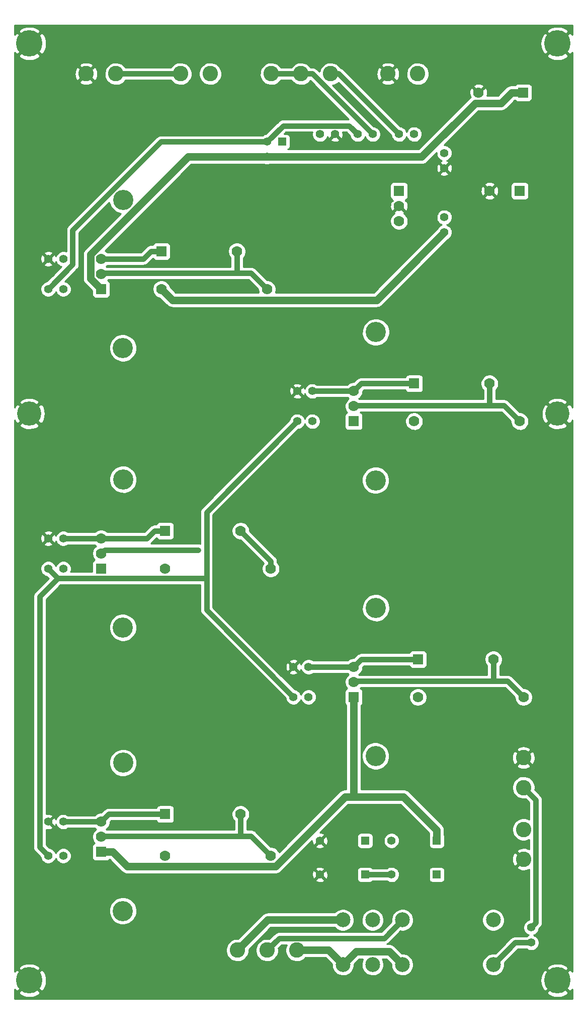
<source format=gbl>
G04 (created by PCBNEW (2013-04-19 BZR 4011)-stable) date 7/6/2013 8:24:16 PM*
%MOIN*%
G04 Gerber Fmt 3.4, Leading zero omitted, Abs format*
%FSLAX34Y34*%
G01*
G70*
G90*
G04 APERTURE LIST*
%ADD10C,0.00393701*%
%ADD11R,0.055X0.055*%
%ADD12C,0.055*%
%ADD13C,0.07*%
%ADD14R,0.07X0.07*%
%ADD15C,0.133858*%
%ADD16C,0.0984252*%
%ADD17C,0.102362*%
%ADD18C,0.175*%
%ADD19C,0.16*%
%ADD20C,0.035*%
%ADD21C,0.035*%
%ADD22C,0.05*%
%ADD23C,0.01*%
G04 APERTURE END LIST*
G54D10*
G54D11*
X68250Y-16500D03*
G54D12*
X67250Y-16500D03*
X67250Y-17500D03*
G54D13*
X73000Y-33000D03*
X73000Y-34000D03*
G54D14*
X73000Y-35000D03*
G54D15*
X74456Y-29098D03*
X74446Y-38901D03*
G54D13*
X73000Y-51250D03*
X73000Y-52250D03*
G54D14*
X73000Y-53250D03*
G54D15*
X74456Y-47348D03*
X74446Y-57151D03*
G54D13*
X56250Y-61500D03*
X56250Y-62500D03*
G54D14*
X56250Y-63500D03*
G54D15*
X57706Y-57598D03*
X57696Y-67401D03*
G54D13*
X56250Y-24250D03*
X56250Y-25250D03*
G54D14*
X56250Y-26250D03*
G54D15*
X57706Y-20348D03*
X57696Y-30151D03*
G54D13*
X56250Y-42750D03*
X56250Y-43750D03*
G54D14*
X56250Y-44750D03*
G54D15*
X57706Y-38848D03*
X57696Y-48651D03*
G54D13*
X76000Y-21750D03*
X76000Y-20750D03*
G54D14*
X76000Y-19750D03*
G54D16*
X74250Y-68000D03*
X74250Y-70952D03*
X72281Y-68000D03*
X72281Y-70952D03*
X76218Y-68000D03*
X76218Y-70952D03*
X82242Y-68000D03*
X82242Y-70952D03*
G54D17*
X67250Y-70000D03*
X69218Y-70000D03*
X69218Y-70000D03*
X67250Y-70000D03*
X65281Y-70000D03*
X69500Y-12000D03*
X71468Y-12000D03*
X71468Y-12000D03*
X69500Y-12000D03*
X67531Y-12000D03*
X55265Y-12000D03*
X57234Y-12000D03*
X57234Y-12000D03*
X55265Y-12000D03*
X61515Y-12000D03*
X63484Y-12000D03*
X63484Y-12000D03*
X61515Y-12000D03*
X75265Y-12000D03*
X77234Y-12000D03*
X77234Y-12000D03*
X75265Y-12000D03*
X84250Y-57265D03*
X84250Y-59234D03*
X84250Y-59234D03*
X84250Y-57265D03*
X84250Y-62015D03*
X84250Y-63984D03*
X84250Y-63984D03*
X84250Y-62015D03*
G54D13*
X67500Y-63750D03*
X60500Y-63750D03*
X84000Y-35000D03*
X77000Y-35000D03*
X84250Y-53250D03*
X77250Y-53250D03*
X67250Y-26250D03*
X60250Y-26250D03*
X67500Y-44750D03*
X60500Y-44750D03*
G54D12*
X70750Y-16000D03*
X71750Y-16000D03*
X52750Y-63750D03*
X53750Y-63750D03*
X69250Y-35000D03*
X70250Y-35000D03*
X52750Y-26250D03*
X53750Y-26250D03*
X69000Y-53250D03*
X70000Y-53250D03*
X52750Y-44750D03*
X53750Y-44750D03*
X79000Y-17250D03*
X79000Y-18250D03*
X84750Y-68500D03*
X84750Y-69500D03*
X76000Y-16000D03*
X77000Y-16000D03*
X73250Y-16000D03*
X74250Y-16000D03*
X79000Y-22500D03*
X79000Y-21500D03*
G54D13*
X82000Y-32500D03*
G54D14*
X77000Y-32500D03*
G54D13*
X82250Y-50750D03*
G54D14*
X77250Y-50750D03*
G54D13*
X65500Y-42250D03*
G54D14*
X60500Y-42250D03*
G54D13*
X65500Y-61000D03*
G54D14*
X60500Y-61000D03*
G54D13*
X65250Y-23750D03*
G54D14*
X60250Y-23750D03*
G54D11*
X78500Y-65000D03*
G54D12*
X75500Y-65000D03*
G54D11*
X78500Y-62750D03*
G54D12*
X75500Y-62750D03*
G54D11*
X73750Y-65000D03*
G54D12*
X70750Y-65000D03*
G54D11*
X73750Y-62750D03*
G54D12*
X70750Y-62750D03*
G54D14*
X84226Y-13250D03*
G54D13*
X81263Y-13250D03*
G54D14*
X84000Y-19750D03*
G54D13*
X82000Y-19750D03*
G54D12*
X52750Y-24250D03*
X53750Y-24250D03*
X52750Y-42750D03*
X53750Y-42750D03*
X69000Y-51250D03*
X70000Y-51250D03*
X52750Y-61500D03*
X53750Y-61500D03*
X69250Y-33000D03*
X70250Y-33000D03*
G54D18*
X51500Y-10000D03*
X86500Y-10000D03*
X51500Y-72000D03*
X86500Y-72000D03*
G54D19*
X51500Y-34500D03*
X86500Y-34500D03*
G54D20*
X62678Y-43507D03*
G54D21*
X85061Y-60045D02*
X84250Y-59234D01*
X85061Y-68188D02*
X85061Y-60045D01*
X84750Y-68500D02*
X85061Y-68188D01*
G54D22*
X71328Y-70000D02*
X72281Y-70952D01*
X69218Y-70000D02*
X71328Y-70000D01*
X73146Y-70087D02*
X72281Y-70952D01*
X75353Y-70087D02*
X73146Y-70087D01*
X76218Y-70952D02*
X75353Y-70087D01*
X67281Y-68000D02*
X72281Y-68000D01*
X65281Y-70000D02*
X67281Y-68000D01*
X60970Y-26970D02*
X60250Y-26250D01*
X74529Y-26970D02*
X60970Y-26970D01*
X79000Y-22500D02*
X74529Y-26970D01*
X78500Y-62750D02*
X78500Y-62050D01*
X56250Y-63500D02*
X57025Y-63500D01*
X73000Y-59847D02*
X73000Y-53250D01*
X72417Y-59847D02*
X73000Y-59847D01*
X67814Y-64450D02*
X72417Y-59847D01*
X57975Y-64450D02*
X67814Y-64450D01*
X57025Y-63500D02*
X57975Y-64450D01*
X76297Y-59847D02*
X78500Y-62050D01*
X73000Y-59847D02*
X76297Y-59847D01*
X84226Y-13250D02*
X83451Y-13250D01*
X77500Y-17500D02*
X67250Y-17500D01*
X81049Y-13950D02*
X77500Y-17500D01*
X82751Y-13950D02*
X81049Y-13950D01*
X83451Y-13250D02*
X82751Y-13950D01*
X55543Y-25543D02*
X56250Y-26250D01*
X55543Y-23965D02*
X55543Y-25543D01*
X62009Y-17500D02*
X55543Y-23965D01*
X67250Y-17500D02*
X62009Y-17500D01*
G54D21*
X57234Y-12000D02*
X61515Y-12000D01*
X70000Y-51250D02*
X73000Y-51250D01*
X73500Y-50750D02*
X77250Y-50750D01*
X73000Y-51250D02*
X73500Y-50750D01*
X70250Y-33000D02*
X73000Y-33000D01*
X73500Y-32500D02*
X77000Y-32500D01*
X73000Y-33000D02*
X73500Y-32500D01*
X65500Y-61000D02*
X65500Y-62450D01*
X66200Y-62450D02*
X65500Y-62450D01*
X67500Y-63750D02*
X66200Y-62450D01*
X56300Y-62450D02*
X56250Y-62500D01*
X65500Y-62450D02*
X56300Y-62450D01*
X75007Y-69210D02*
X76218Y-68000D01*
X68039Y-69210D02*
X75007Y-69210D01*
X67250Y-70000D02*
X68039Y-69210D01*
X82250Y-50750D02*
X82250Y-52200D01*
X83200Y-52200D02*
X82250Y-52200D01*
X84250Y-53250D02*
X83200Y-52200D01*
X73050Y-52200D02*
X73000Y-52250D01*
X82250Y-52200D02*
X73050Y-52200D01*
X82000Y-32500D02*
X82000Y-33950D01*
X82950Y-33950D02*
X82000Y-33950D01*
X84000Y-35000D02*
X82950Y-33950D01*
X73050Y-33950D02*
X73000Y-34000D01*
X82000Y-33950D02*
X73050Y-33950D01*
X83694Y-69500D02*
X82242Y-70952D01*
X84750Y-69500D02*
X83694Y-69500D01*
X70250Y-12000D02*
X69500Y-12000D01*
X74250Y-16000D02*
X70250Y-12000D01*
X67531Y-12000D02*
X69500Y-12000D01*
X73750Y-65000D02*
X75500Y-65000D01*
X72000Y-12000D02*
X71468Y-12000D01*
X76000Y-16000D02*
X72000Y-12000D01*
X63242Y-47492D02*
X63242Y-45392D01*
X69000Y-53250D02*
X63242Y-47492D01*
X63242Y-41007D02*
X69250Y-35000D01*
X63242Y-45392D02*
X63242Y-41007D01*
X52185Y-63185D02*
X52750Y-63750D01*
X52185Y-46600D02*
X52185Y-63185D01*
X53392Y-45392D02*
X52185Y-46600D01*
X52750Y-44750D02*
X53392Y-45392D01*
X53392Y-45392D02*
X63242Y-45392D01*
X68313Y-15436D02*
X67250Y-16500D01*
X72686Y-15436D02*
X68313Y-15436D01*
X73250Y-16000D02*
X72686Y-15436D01*
X54368Y-24631D02*
X52750Y-26250D01*
X54368Y-22341D02*
X54368Y-24631D01*
X60210Y-16500D02*
X54368Y-22341D01*
X67250Y-16500D02*
X60210Y-16500D01*
X65250Y-23750D02*
X65250Y-25200D01*
X66200Y-25200D02*
X65250Y-25200D01*
X67250Y-26250D02*
X66200Y-25200D01*
X56300Y-25200D02*
X56250Y-25250D01*
X65250Y-25200D02*
X56300Y-25200D01*
X59050Y-24250D02*
X59550Y-23750D01*
X56250Y-24250D02*
X59050Y-24250D01*
X60250Y-23750D02*
X59550Y-23750D01*
X53750Y-42750D02*
X56250Y-42750D01*
X59300Y-42750D02*
X59800Y-42250D01*
X56250Y-42750D02*
X59300Y-42750D01*
X60500Y-42250D02*
X59800Y-42250D01*
X67500Y-44250D02*
X67500Y-44750D01*
X65500Y-42250D02*
X67500Y-44250D01*
X56492Y-43507D02*
X62678Y-43507D01*
X56250Y-43750D02*
X56492Y-43507D01*
X53750Y-61500D02*
X56250Y-61500D01*
X56750Y-61000D02*
X60500Y-61000D01*
X56250Y-61500D02*
X56750Y-61000D01*
G54D10*
G36*
X87470Y-73220D02*
X87218Y-73220D01*
X87218Y-72789D01*
X86500Y-72070D01*
X86429Y-72141D01*
X86429Y-72000D01*
X85710Y-71281D01*
X85556Y-71376D01*
X85486Y-71510D01*
X85486Y-68188D01*
X85486Y-60045D01*
X85482Y-60006D01*
X85478Y-59967D01*
X85478Y-59964D01*
X85477Y-59962D01*
X85466Y-59925D01*
X85455Y-59887D01*
X85454Y-59885D01*
X85453Y-59883D01*
X85435Y-59848D01*
X85417Y-59813D01*
X85416Y-59812D01*
X85415Y-59810D01*
X85390Y-59779D01*
X85365Y-59749D01*
X85362Y-59745D01*
X85362Y-59745D01*
X85362Y-59745D01*
X85361Y-59744D01*
X85015Y-59398D01*
X85015Y-57247D01*
X84997Y-57099D01*
X84950Y-56957D01*
X84897Y-56857D01*
X84850Y-56836D01*
X84850Y-53191D01*
X84827Y-53075D01*
X84826Y-53074D01*
X84826Y-13577D01*
X84826Y-12875D01*
X84816Y-12827D01*
X84798Y-12782D01*
X84771Y-12741D01*
X84736Y-12706D01*
X84695Y-12679D01*
X84650Y-12660D01*
X84602Y-12650D01*
X84553Y-12649D01*
X83851Y-12649D01*
X83803Y-12659D01*
X83758Y-12678D01*
X83717Y-12705D01*
X83682Y-12739D01*
X83675Y-12750D01*
X83451Y-12750D01*
X83405Y-12754D01*
X83359Y-12758D01*
X83356Y-12759D01*
X83354Y-12759D01*
X83310Y-12772D01*
X83265Y-12785D01*
X83263Y-12786D01*
X83260Y-12787D01*
X83220Y-12809D01*
X83179Y-12830D01*
X83177Y-12832D01*
X83174Y-12833D01*
X83138Y-12862D01*
X83102Y-12891D01*
X83099Y-12895D01*
X83099Y-12895D01*
X83099Y-12895D01*
X83097Y-12896D01*
X82544Y-13450D01*
X81831Y-13450D01*
X81859Y-13342D01*
X81866Y-13225D01*
X81849Y-13108D01*
X81811Y-12997D01*
X81779Y-12937D01*
X81679Y-12904D01*
X81608Y-12975D01*
X81608Y-12834D01*
X81576Y-12734D01*
X81470Y-12683D01*
X81356Y-12654D01*
X81238Y-12647D01*
X81122Y-12663D01*
X81011Y-12702D01*
X80951Y-12734D01*
X80918Y-12834D01*
X81263Y-13179D01*
X81608Y-12834D01*
X81608Y-12975D01*
X81334Y-13250D01*
X81340Y-13255D01*
X81269Y-13326D01*
X81263Y-13320D01*
X81258Y-13326D01*
X81187Y-13255D01*
X81193Y-13250D01*
X80847Y-12904D01*
X80748Y-12937D01*
X80697Y-13043D01*
X80668Y-13157D01*
X80661Y-13274D01*
X80677Y-13391D01*
X80716Y-13502D01*
X80745Y-13556D01*
X80737Y-13562D01*
X80701Y-13591D01*
X80697Y-13595D01*
X80697Y-13595D01*
X80697Y-13595D01*
X80696Y-13596D01*
X77996Y-16296D01*
X77996Y-11925D01*
X77967Y-11778D01*
X77910Y-11640D01*
X77827Y-11516D01*
X77722Y-11410D01*
X77598Y-11326D01*
X77460Y-11268D01*
X77314Y-11238D01*
X77164Y-11237D01*
X77018Y-11265D01*
X76879Y-11321D01*
X76754Y-11403D01*
X76647Y-11507D01*
X76563Y-11631D01*
X76504Y-11768D01*
X76473Y-11914D01*
X76471Y-12064D01*
X76498Y-12210D01*
X76553Y-12349D01*
X76634Y-12475D01*
X76738Y-12582D01*
X76860Y-12668D01*
X76997Y-12728D01*
X77143Y-12760D01*
X77292Y-12763D01*
X77440Y-12737D01*
X77579Y-12683D01*
X77705Y-12603D01*
X77813Y-12500D01*
X77899Y-12378D01*
X77960Y-12241D01*
X77993Y-12095D01*
X77996Y-11925D01*
X77996Y-16296D01*
X77292Y-17000D01*
X72041Y-17000D01*
X72041Y-16362D01*
X71750Y-16070D01*
X71458Y-16362D01*
X71481Y-16454D01*
X71575Y-16497D01*
X71675Y-16522D01*
X71777Y-16526D01*
X71879Y-16511D01*
X71976Y-16476D01*
X72018Y-16454D01*
X72041Y-16362D01*
X72041Y-17000D01*
X68635Y-17000D01*
X68642Y-16996D01*
X68683Y-16969D01*
X68718Y-16935D01*
X68745Y-16894D01*
X68764Y-16849D01*
X68774Y-16801D01*
X68775Y-16752D01*
X68775Y-16200D01*
X68765Y-16152D01*
X68746Y-16107D01*
X68719Y-16066D01*
X68685Y-16031D01*
X68644Y-16004D01*
X68599Y-15985D01*
X68551Y-15975D01*
X68502Y-15974D01*
X68376Y-15974D01*
X68489Y-15861D01*
X70242Y-15861D01*
X70225Y-15941D01*
X70224Y-16044D01*
X70242Y-16145D01*
X70280Y-16241D01*
X70336Y-16327D01*
X70408Y-16401D01*
X70492Y-16460D01*
X70586Y-16501D01*
X70687Y-16523D01*
X70790Y-16525D01*
X70891Y-16508D01*
X70987Y-16470D01*
X71074Y-16415D01*
X71149Y-16344D01*
X71208Y-16260D01*
X71250Y-16166D01*
X71251Y-16164D01*
X71273Y-16226D01*
X71295Y-16268D01*
X71387Y-16291D01*
X71679Y-16000D01*
X71673Y-15994D01*
X71744Y-15923D01*
X71750Y-15929D01*
X71755Y-15923D01*
X71826Y-15994D01*
X71820Y-16000D01*
X72112Y-16291D01*
X72204Y-16268D01*
X72247Y-16174D01*
X72272Y-16074D01*
X72276Y-15972D01*
X72261Y-15870D01*
X72258Y-15861D01*
X72510Y-15861D01*
X72731Y-16082D01*
X72742Y-16145D01*
X72780Y-16241D01*
X72836Y-16327D01*
X72908Y-16401D01*
X72992Y-16460D01*
X73086Y-16501D01*
X73187Y-16523D01*
X73290Y-16525D01*
X73391Y-16508D01*
X73487Y-16470D01*
X73574Y-16415D01*
X73649Y-16344D01*
X73708Y-16260D01*
X73750Y-16166D01*
X73750Y-16165D01*
X73780Y-16241D01*
X73836Y-16327D01*
X73908Y-16401D01*
X73992Y-16460D01*
X74086Y-16501D01*
X74187Y-16523D01*
X74290Y-16525D01*
X74391Y-16508D01*
X74487Y-16470D01*
X74574Y-16415D01*
X74649Y-16344D01*
X74708Y-16260D01*
X74750Y-16166D01*
X74773Y-16066D01*
X74775Y-15948D01*
X74755Y-15847D01*
X74715Y-15752D01*
X74658Y-15666D01*
X74586Y-15593D01*
X74500Y-15535D01*
X74405Y-15496D01*
X74331Y-15480D01*
X71601Y-12750D01*
X71674Y-12737D01*
X71813Y-12683D01*
X71939Y-12603D01*
X71971Y-12572D01*
X75481Y-16082D01*
X75492Y-16145D01*
X75530Y-16241D01*
X75586Y-16327D01*
X75658Y-16401D01*
X75742Y-16460D01*
X75836Y-16501D01*
X75937Y-16523D01*
X76040Y-16525D01*
X76141Y-16508D01*
X76237Y-16470D01*
X76324Y-16415D01*
X76399Y-16344D01*
X76458Y-16260D01*
X76500Y-16166D01*
X76500Y-16165D01*
X76530Y-16241D01*
X76586Y-16327D01*
X76658Y-16401D01*
X76742Y-16460D01*
X76836Y-16501D01*
X76937Y-16523D01*
X77040Y-16525D01*
X77141Y-16508D01*
X77237Y-16470D01*
X77324Y-16415D01*
X77399Y-16344D01*
X77458Y-16260D01*
X77500Y-16166D01*
X77523Y-16066D01*
X77525Y-15948D01*
X77505Y-15847D01*
X77465Y-15752D01*
X77408Y-15666D01*
X77336Y-15593D01*
X77250Y-15535D01*
X77155Y-15496D01*
X77055Y-15475D01*
X76952Y-15474D01*
X76851Y-15493D01*
X76755Y-15532D01*
X76669Y-15588D01*
X76595Y-15660D01*
X76537Y-15745D01*
X76499Y-15834D01*
X76465Y-15752D01*
X76408Y-15666D01*
X76336Y-15593D01*
X76250Y-15535D01*
X76155Y-15496D01*
X76081Y-15480D01*
X76031Y-15429D01*
X76031Y-11982D01*
X76012Y-11833D01*
X75966Y-11691D01*
X75913Y-11591D01*
X75796Y-11539D01*
X75726Y-11610D01*
X75726Y-11468D01*
X75674Y-11352D01*
X75540Y-11285D01*
X75396Y-11245D01*
X75247Y-11234D01*
X75099Y-11252D01*
X74957Y-11299D01*
X74857Y-11352D01*
X74805Y-11468D01*
X75265Y-11929D01*
X75726Y-11468D01*
X75726Y-11610D01*
X75336Y-12000D01*
X75796Y-12460D01*
X75913Y-12408D01*
X75980Y-12275D01*
X76019Y-12131D01*
X76031Y-11982D01*
X76031Y-15429D01*
X75726Y-15125D01*
X75726Y-12531D01*
X75265Y-12070D01*
X75195Y-12141D01*
X75195Y-12000D01*
X74734Y-11539D01*
X74618Y-11591D01*
X74551Y-11724D01*
X74511Y-11868D01*
X74500Y-12017D01*
X74518Y-12166D01*
X74565Y-12308D01*
X74618Y-12408D01*
X74734Y-12460D01*
X75195Y-12000D01*
X75195Y-12141D01*
X74805Y-12531D01*
X74857Y-12647D01*
X74990Y-12714D01*
X75134Y-12754D01*
X75283Y-12765D01*
X75432Y-12747D01*
X75573Y-12700D01*
X75674Y-12647D01*
X75726Y-12531D01*
X75726Y-15125D01*
X72300Y-11699D01*
X72270Y-11674D01*
X72240Y-11649D01*
X72238Y-11648D01*
X72236Y-11646D01*
X72201Y-11628D01*
X72167Y-11609D01*
X72165Y-11608D01*
X72163Y-11607D01*
X72125Y-11596D01*
X72111Y-11591D01*
X72061Y-11516D01*
X71956Y-11410D01*
X71832Y-11326D01*
X71694Y-11268D01*
X71548Y-11238D01*
X71399Y-11237D01*
X71252Y-11265D01*
X71113Y-11321D01*
X70988Y-11403D01*
X70882Y-11507D01*
X70797Y-11631D01*
X70738Y-11768D01*
X70717Y-11866D01*
X70550Y-11699D01*
X70520Y-11674D01*
X70490Y-11649D01*
X70488Y-11648D01*
X70486Y-11646D01*
X70451Y-11628D01*
X70417Y-11609D01*
X70415Y-11608D01*
X70413Y-11607D01*
X70375Y-11596D01*
X70338Y-11584D01*
X70336Y-11584D01*
X70334Y-11583D01*
X70294Y-11579D01*
X70255Y-11575D01*
X70251Y-11575D01*
X70251Y-11575D01*
X70251Y-11575D01*
X70250Y-11575D01*
X70132Y-11575D01*
X70093Y-11516D01*
X69987Y-11410D01*
X69864Y-11326D01*
X69726Y-11268D01*
X69580Y-11238D01*
X69430Y-11237D01*
X69283Y-11265D01*
X69145Y-11321D01*
X69020Y-11403D01*
X68913Y-11507D01*
X68867Y-11575D01*
X68163Y-11575D01*
X68124Y-11516D01*
X68019Y-11410D01*
X67895Y-11326D01*
X67757Y-11268D01*
X67611Y-11238D01*
X67462Y-11237D01*
X67315Y-11265D01*
X67176Y-11321D01*
X67051Y-11403D01*
X66945Y-11507D01*
X66860Y-11631D01*
X66801Y-11768D01*
X66770Y-11914D01*
X66768Y-12064D01*
X66795Y-12210D01*
X66850Y-12349D01*
X66931Y-12475D01*
X67035Y-12582D01*
X67158Y-12668D01*
X67294Y-12728D01*
X67440Y-12760D01*
X67590Y-12763D01*
X67737Y-12737D01*
X67876Y-12683D01*
X68002Y-12603D01*
X68110Y-12500D01*
X68164Y-12425D01*
X68867Y-12425D01*
X68900Y-12475D01*
X69003Y-12582D01*
X69126Y-12668D01*
X69263Y-12728D01*
X69409Y-12760D01*
X69558Y-12763D01*
X69705Y-12737D01*
X69845Y-12683D01*
X69971Y-12603D01*
X70079Y-12500D01*
X70108Y-12459D01*
X72660Y-15011D01*
X68313Y-15011D01*
X68274Y-15015D01*
X68235Y-15018D01*
X68233Y-15019D01*
X68230Y-15019D01*
X68193Y-15031D01*
X68155Y-15042D01*
X68153Y-15043D01*
X68151Y-15043D01*
X68116Y-15062D01*
X68081Y-15080D01*
X68080Y-15081D01*
X68078Y-15082D01*
X68047Y-15107D01*
X68017Y-15131D01*
X68013Y-15134D01*
X68013Y-15135D01*
X68013Y-15135D01*
X68012Y-15136D01*
X67167Y-15981D01*
X67101Y-15993D01*
X67005Y-16032D01*
X66940Y-16075D01*
X64246Y-16075D01*
X64246Y-11925D01*
X64217Y-11778D01*
X64160Y-11640D01*
X64077Y-11516D01*
X63972Y-11410D01*
X63848Y-11326D01*
X63710Y-11268D01*
X63564Y-11238D01*
X63414Y-11237D01*
X63268Y-11265D01*
X63129Y-11321D01*
X63004Y-11403D01*
X62897Y-11507D01*
X62813Y-11631D01*
X62754Y-11768D01*
X62723Y-11914D01*
X62721Y-12064D01*
X62748Y-12210D01*
X62803Y-12349D01*
X62884Y-12475D01*
X62988Y-12582D01*
X63110Y-12668D01*
X63247Y-12728D01*
X63393Y-12760D01*
X63542Y-12763D01*
X63690Y-12737D01*
X63829Y-12683D01*
X63955Y-12603D01*
X64063Y-12500D01*
X64149Y-12378D01*
X64210Y-12241D01*
X64243Y-12095D01*
X64246Y-11925D01*
X64246Y-16075D01*
X62277Y-16075D01*
X62277Y-11925D01*
X62248Y-11778D01*
X62191Y-11640D01*
X62108Y-11516D01*
X62003Y-11410D01*
X61879Y-11326D01*
X61742Y-11268D01*
X61595Y-11238D01*
X61446Y-11237D01*
X61299Y-11265D01*
X61161Y-11321D01*
X61036Y-11403D01*
X60929Y-11507D01*
X60883Y-11575D01*
X57866Y-11575D01*
X57827Y-11516D01*
X57722Y-11410D01*
X57598Y-11326D01*
X57460Y-11268D01*
X57314Y-11238D01*
X57164Y-11237D01*
X57018Y-11265D01*
X56879Y-11321D01*
X56754Y-11403D01*
X56647Y-11507D01*
X56563Y-11631D01*
X56504Y-11768D01*
X56473Y-11914D01*
X56471Y-12064D01*
X56498Y-12210D01*
X56553Y-12349D01*
X56634Y-12475D01*
X56738Y-12582D01*
X56860Y-12668D01*
X56997Y-12728D01*
X57143Y-12760D01*
X57292Y-12763D01*
X57440Y-12737D01*
X57579Y-12683D01*
X57705Y-12603D01*
X57813Y-12500D01*
X57866Y-12425D01*
X60883Y-12425D01*
X60915Y-12475D01*
X61019Y-12582D01*
X61142Y-12668D01*
X61279Y-12728D01*
X61425Y-12760D01*
X61574Y-12763D01*
X61721Y-12737D01*
X61860Y-12683D01*
X61987Y-12603D01*
X62095Y-12500D01*
X62181Y-12378D01*
X62242Y-12241D01*
X62275Y-12095D01*
X62277Y-11925D01*
X62277Y-16075D01*
X60210Y-16075D01*
X60170Y-16078D01*
X60131Y-16082D01*
X60129Y-16082D01*
X60127Y-16083D01*
X60089Y-16094D01*
X60052Y-16105D01*
X60050Y-16106D01*
X60048Y-16107D01*
X60013Y-16125D01*
X59978Y-16143D01*
X59976Y-16144D01*
X59974Y-16146D01*
X59944Y-16170D01*
X59913Y-16195D01*
X59910Y-16198D01*
X59910Y-16198D01*
X59910Y-16198D01*
X59909Y-16199D01*
X56031Y-20077D01*
X56031Y-11982D01*
X56012Y-11833D01*
X55966Y-11691D01*
X55913Y-11591D01*
X55796Y-11539D01*
X55726Y-11610D01*
X55726Y-11468D01*
X55674Y-11352D01*
X55540Y-11285D01*
X55396Y-11245D01*
X55247Y-11234D01*
X55099Y-11252D01*
X54957Y-11299D01*
X54857Y-11352D01*
X54805Y-11468D01*
X55265Y-11929D01*
X55726Y-11468D01*
X55726Y-11610D01*
X55336Y-12000D01*
X55796Y-12460D01*
X55913Y-12408D01*
X55980Y-12275D01*
X56019Y-12131D01*
X56031Y-11982D01*
X56031Y-20077D01*
X55726Y-20382D01*
X55726Y-12531D01*
X55265Y-12070D01*
X55195Y-12141D01*
X55195Y-12000D01*
X54734Y-11539D01*
X54618Y-11591D01*
X54551Y-11724D01*
X54511Y-11868D01*
X54500Y-12017D01*
X54518Y-12166D01*
X54565Y-12308D01*
X54618Y-12408D01*
X54734Y-12460D01*
X55195Y-12000D01*
X55195Y-12141D01*
X54805Y-12531D01*
X54857Y-12647D01*
X54990Y-12714D01*
X55134Y-12754D01*
X55283Y-12765D01*
X55432Y-12747D01*
X55573Y-12700D01*
X55674Y-12647D01*
X55726Y-12531D01*
X55726Y-20382D01*
X54068Y-22040D01*
X54043Y-22071D01*
X54018Y-22101D01*
X54017Y-22103D01*
X54015Y-22104D01*
X53997Y-22139D01*
X53978Y-22173D01*
X53977Y-22175D01*
X53976Y-22177D01*
X53964Y-22215D01*
X53953Y-22252D01*
X53952Y-22255D01*
X53952Y-22257D01*
X53948Y-22296D01*
X53943Y-22335D01*
X53943Y-22339D01*
X53943Y-22339D01*
X53943Y-22339D01*
X53943Y-22341D01*
X53943Y-23761D01*
X53905Y-23746D01*
X53805Y-23725D01*
X53702Y-23724D01*
X53601Y-23743D01*
X53505Y-23782D01*
X53419Y-23838D01*
X53345Y-23910D01*
X53287Y-23995D01*
X53249Y-24086D01*
X53226Y-24023D01*
X53204Y-23981D01*
X53112Y-23958D01*
X53041Y-24029D01*
X53041Y-23887D01*
X53018Y-23795D01*
X52924Y-23752D01*
X52824Y-23727D01*
X52722Y-23723D01*
X52630Y-23737D01*
X52630Y-9997D01*
X52608Y-9777D01*
X52544Y-9566D01*
X52443Y-9376D01*
X52289Y-9281D01*
X52218Y-9351D01*
X52218Y-9210D01*
X52123Y-9056D01*
X51928Y-8953D01*
X51716Y-8890D01*
X51497Y-8869D01*
X51277Y-8891D01*
X51066Y-8955D01*
X50876Y-9056D01*
X50781Y-9210D01*
X51500Y-9929D01*
X52218Y-9210D01*
X52218Y-9351D01*
X51570Y-10000D01*
X52289Y-10718D01*
X52443Y-10623D01*
X52546Y-10428D01*
X52609Y-10216D01*
X52630Y-9997D01*
X52630Y-23737D01*
X52620Y-23738D01*
X52523Y-23773D01*
X52481Y-23795D01*
X52458Y-23887D01*
X52750Y-24179D01*
X53041Y-23887D01*
X53041Y-24029D01*
X52820Y-24250D01*
X53112Y-24541D01*
X53204Y-24518D01*
X53247Y-24424D01*
X53250Y-24414D01*
X53280Y-24491D01*
X53336Y-24577D01*
X53408Y-24651D01*
X53492Y-24710D01*
X53586Y-24751D01*
X53636Y-24762D01*
X53041Y-25357D01*
X53041Y-24612D01*
X52750Y-24320D01*
X52679Y-24391D01*
X52679Y-24250D01*
X52387Y-23958D01*
X52295Y-23981D01*
X52252Y-24075D01*
X52227Y-24175D01*
X52223Y-24277D01*
X52238Y-24379D01*
X52273Y-24476D01*
X52295Y-24518D01*
X52387Y-24541D01*
X52679Y-24250D01*
X52679Y-24391D01*
X52458Y-24612D01*
X52481Y-24704D01*
X52575Y-24747D01*
X52675Y-24772D01*
X52777Y-24776D01*
X52879Y-24761D01*
X52976Y-24726D01*
X53018Y-24704D01*
X53041Y-24612D01*
X53041Y-25357D01*
X52667Y-25731D01*
X52601Y-25743D01*
X52505Y-25782D01*
X52419Y-25838D01*
X52345Y-25910D01*
X52287Y-25995D01*
X52247Y-26090D01*
X52225Y-26191D01*
X52224Y-26294D01*
X52242Y-26395D01*
X52280Y-26491D01*
X52336Y-26577D01*
X52408Y-26651D01*
X52492Y-26710D01*
X52586Y-26751D01*
X52687Y-26773D01*
X52790Y-26775D01*
X52891Y-26758D01*
X52987Y-26720D01*
X53074Y-26665D01*
X53149Y-26594D01*
X53208Y-26510D01*
X53250Y-26416D01*
X53250Y-26415D01*
X53280Y-26491D01*
X53336Y-26577D01*
X53408Y-26651D01*
X53492Y-26710D01*
X53586Y-26751D01*
X53687Y-26773D01*
X53790Y-26775D01*
X53891Y-26758D01*
X53987Y-26720D01*
X54074Y-26665D01*
X54149Y-26594D01*
X54208Y-26510D01*
X54250Y-26416D01*
X54273Y-26316D01*
X54275Y-26198D01*
X54255Y-26097D01*
X54215Y-26002D01*
X54158Y-25916D01*
X54086Y-25843D01*
X54000Y-25785D01*
X53905Y-25746D01*
X53863Y-25737D01*
X54669Y-24931D01*
X54694Y-24901D01*
X54719Y-24871D01*
X54720Y-24869D01*
X54721Y-24867D01*
X54740Y-24833D01*
X54759Y-24798D01*
X54760Y-24796D01*
X54761Y-24794D01*
X54772Y-24757D01*
X54784Y-24719D01*
X54784Y-24717D01*
X54785Y-24715D01*
X54789Y-24676D01*
X54793Y-24637D01*
X54793Y-24632D01*
X54793Y-24632D01*
X54793Y-24632D01*
X54793Y-24631D01*
X54793Y-22517D01*
X56801Y-20509D01*
X56818Y-20603D01*
X56885Y-20770D01*
X56982Y-20922D01*
X57107Y-21051D01*
X57256Y-21154D01*
X57421Y-21226D01*
X57547Y-21254D01*
X55190Y-23612D01*
X55160Y-23648D01*
X55131Y-23683D01*
X55130Y-23685D01*
X55128Y-23687D01*
X55106Y-23728D01*
X55084Y-23769D01*
X55083Y-23771D01*
X55082Y-23773D01*
X55068Y-23817D01*
X55054Y-23862D01*
X55054Y-23864D01*
X55053Y-23867D01*
X55049Y-23913D01*
X55043Y-23959D01*
X55043Y-23964D01*
X55043Y-23964D01*
X55043Y-23964D01*
X55043Y-23965D01*
X55043Y-25543D01*
X55048Y-25589D01*
X55052Y-25635D01*
X55053Y-25638D01*
X55053Y-25640D01*
X55066Y-25685D01*
X55079Y-25729D01*
X55080Y-25731D01*
X55081Y-25734D01*
X55103Y-25775D01*
X55124Y-25816D01*
X55126Y-25818D01*
X55127Y-25820D01*
X55156Y-25856D01*
X55185Y-25892D01*
X55189Y-25896D01*
X55189Y-25896D01*
X55189Y-25896D01*
X55190Y-25897D01*
X55649Y-26357D01*
X55649Y-26624D01*
X55659Y-26672D01*
X55678Y-26717D01*
X55705Y-26758D01*
X55739Y-26793D01*
X55780Y-26820D01*
X55825Y-26839D01*
X55873Y-26849D01*
X55922Y-26850D01*
X56624Y-26850D01*
X56672Y-26840D01*
X56717Y-26821D01*
X56758Y-26794D01*
X56793Y-26760D01*
X56820Y-26719D01*
X56839Y-26674D01*
X56849Y-26626D01*
X56850Y-26577D01*
X56850Y-25875D01*
X56840Y-25827D01*
X56821Y-25782D01*
X56794Y-25741D01*
X56760Y-25706D01*
X56719Y-25679D01*
X56684Y-25664D01*
X56706Y-25643D01*
X56719Y-25625D01*
X65250Y-25625D01*
X66023Y-25625D01*
X66649Y-26250D01*
X66649Y-26300D01*
X66670Y-26416D01*
X66691Y-26470D01*
X61177Y-26470D01*
X60838Y-26131D01*
X60827Y-26075D01*
X60782Y-25966D01*
X60717Y-25868D01*
X60634Y-25785D01*
X60536Y-25719D01*
X60428Y-25674D01*
X60313Y-25650D01*
X60195Y-25649D01*
X60079Y-25671D01*
X59970Y-25715D01*
X59872Y-25780D01*
X59788Y-25862D01*
X59721Y-25959D01*
X59675Y-26067D01*
X59650Y-26182D01*
X59649Y-26300D01*
X59670Y-26416D01*
X59713Y-26525D01*
X59777Y-26624D01*
X59859Y-26709D01*
X59955Y-26776D01*
X60063Y-26823D01*
X60131Y-26838D01*
X60616Y-27324D01*
X60652Y-27353D01*
X60688Y-27383D01*
X60690Y-27384D01*
X60692Y-27386D01*
X60733Y-27407D01*
X60773Y-27430D01*
X60776Y-27430D01*
X60778Y-27432D01*
X60822Y-27445D01*
X60866Y-27459D01*
X60869Y-27459D01*
X60871Y-27460D01*
X60917Y-27465D01*
X60963Y-27470D01*
X60968Y-27470D01*
X60968Y-27470D01*
X60968Y-27470D01*
X60970Y-27470D01*
X74529Y-27470D01*
X74575Y-27466D01*
X74621Y-27461D01*
X74623Y-27461D01*
X74626Y-27460D01*
X74670Y-27447D01*
X74715Y-27434D01*
X74717Y-27433D01*
X74720Y-27432D01*
X74760Y-27411D01*
X74801Y-27389D01*
X74803Y-27388D01*
X74806Y-27386D01*
X74841Y-27357D01*
X74878Y-27328D01*
X74881Y-27325D01*
X74881Y-27325D01*
X74881Y-27325D01*
X74883Y-27324D01*
X79235Y-22971D01*
X79237Y-22970D01*
X79324Y-22915D01*
X79399Y-22844D01*
X79458Y-22760D01*
X79500Y-22666D01*
X79523Y-22566D01*
X79525Y-22448D01*
X79505Y-22347D01*
X79465Y-22252D01*
X79408Y-22166D01*
X79336Y-22093D01*
X79250Y-22035D01*
X79164Y-21999D01*
X79237Y-21970D01*
X79324Y-21915D01*
X79399Y-21844D01*
X79458Y-21760D01*
X79500Y-21666D01*
X79523Y-21566D01*
X79525Y-21448D01*
X79505Y-21347D01*
X79465Y-21252D01*
X79408Y-21166D01*
X79336Y-21093D01*
X79291Y-21063D01*
X79291Y-18612D01*
X79000Y-18320D01*
X78929Y-18391D01*
X78929Y-18250D01*
X78637Y-17958D01*
X78545Y-17981D01*
X78502Y-18075D01*
X78477Y-18175D01*
X78473Y-18277D01*
X78488Y-18379D01*
X78523Y-18476D01*
X78545Y-18518D01*
X78637Y-18541D01*
X78929Y-18250D01*
X78929Y-18391D01*
X78708Y-18612D01*
X78731Y-18704D01*
X78825Y-18747D01*
X78925Y-18772D01*
X79027Y-18776D01*
X79129Y-18761D01*
X79226Y-18726D01*
X79268Y-18704D01*
X79291Y-18612D01*
X79291Y-21063D01*
X79250Y-21035D01*
X79155Y-20996D01*
X79055Y-20975D01*
X78952Y-20974D01*
X78851Y-20993D01*
X78755Y-21032D01*
X78669Y-21088D01*
X78595Y-21160D01*
X78537Y-21245D01*
X78497Y-21340D01*
X78475Y-21441D01*
X78474Y-21544D01*
X78492Y-21645D01*
X78530Y-21741D01*
X78586Y-21827D01*
X78658Y-21901D01*
X78742Y-21960D01*
X78834Y-22000D01*
X78755Y-22032D01*
X78669Y-22088D01*
X78595Y-22160D01*
X78537Y-22245D01*
X78530Y-22262D01*
X76602Y-24190D01*
X76602Y-20725D01*
X76600Y-20709D01*
X76586Y-20608D01*
X76547Y-20497D01*
X76515Y-20437D01*
X76415Y-20404D01*
X76461Y-20359D01*
X76436Y-20334D01*
X76467Y-20321D01*
X76508Y-20294D01*
X76543Y-20260D01*
X76570Y-20219D01*
X76589Y-20174D01*
X76599Y-20126D01*
X76600Y-20077D01*
X76600Y-19375D01*
X76590Y-19327D01*
X76571Y-19282D01*
X76544Y-19241D01*
X76510Y-19206D01*
X76469Y-19179D01*
X76424Y-19160D01*
X76376Y-19150D01*
X76327Y-19149D01*
X75625Y-19149D01*
X75577Y-19159D01*
X75532Y-19178D01*
X75491Y-19205D01*
X75456Y-19239D01*
X75429Y-19280D01*
X75410Y-19325D01*
X75400Y-19373D01*
X75399Y-19422D01*
X75399Y-20124D01*
X75409Y-20172D01*
X75428Y-20217D01*
X75455Y-20258D01*
X75489Y-20293D01*
X75530Y-20320D01*
X75563Y-20334D01*
X75538Y-20359D01*
X75584Y-20404D01*
X75484Y-20437D01*
X75433Y-20543D01*
X75404Y-20657D01*
X75397Y-20774D01*
X75413Y-20891D01*
X75452Y-21002D01*
X75484Y-21062D01*
X75584Y-21095D01*
X75929Y-20750D01*
X75923Y-20744D01*
X75994Y-20673D01*
X76000Y-20679D01*
X76005Y-20673D01*
X76076Y-20744D01*
X76070Y-20750D01*
X76415Y-21095D01*
X76515Y-21062D01*
X76566Y-20956D01*
X76595Y-20842D01*
X76602Y-20725D01*
X76602Y-24190D01*
X76600Y-24192D01*
X76600Y-21691D01*
X76577Y-21575D01*
X76532Y-21466D01*
X76467Y-21368D01*
X76384Y-21285D01*
X76320Y-21242D01*
X76345Y-21165D01*
X76000Y-20820D01*
X75929Y-20891D01*
X75654Y-21165D01*
X75679Y-21242D01*
X75622Y-21280D01*
X75538Y-21362D01*
X75471Y-21459D01*
X75425Y-21567D01*
X75400Y-21682D01*
X75399Y-21800D01*
X75420Y-21916D01*
X75463Y-22025D01*
X75527Y-22124D01*
X75609Y-22209D01*
X75705Y-22276D01*
X75813Y-22323D01*
X75928Y-22348D01*
X76046Y-22351D01*
X76162Y-22330D01*
X76271Y-22288D01*
X76371Y-22225D01*
X76456Y-22143D01*
X76524Y-22047D01*
X76572Y-21940D01*
X76598Y-21825D01*
X76600Y-21691D01*
X76600Y-24192D01*
X74322Y-26470D01*
X67808Y-26470D01*
X67822Y-26440D01*
X67848Y-26325D01*
X67850Y-26191D01*
X67827Y-26075D01*
X67782Y-25966D01*
X67717Y-25868D01*
X67634Y-25785D01*
X67536Y-25719D01*
X67428Y-25674D01*
X67313Y-25650D01*
X67251Y-25649D01*
X66500Y-24899D01*
X66470Y-24874D01*
X66440Y-24849D01*
X66438Y-24848D01*
X66436Y-24846D01*
X66401Y-24828D01*
X66367Y-24809D01*
X66365Y-24808D01*
X66363Y-24807D01*
X66325Y-24796D01*
X66288Y-24784D01*
X66286Y-24784D01*
X66284Y-24783D01*
X66244Y-24779D01*
X66205Y-24775D01*
X66201Y-24775D01*
X66201Y-24775D01*
X66201Y-24775D01*
X66200Y-24775D01*
X65675Y-24775D01*
X65675Y-24173D01*
X65706Y-24143D01*
X65774Y-24047D01*
X65822Y-23940D01*
X65848Y-23825D01*
X65850Y-23691D01*
X65827Y-23575D01*
X65782Y-23466D01*
X65717Y-23368D01*
X65634Y-23285D01*
X65536Y-23219D01*
X65428Y-23174D01*
X65313Y-23150D01*
X65195Y-23149D01*
X65079Y-23171D01*
X64970Y-23215D01*
X64872Y-23280D01*
X64788Y-23362D01*
X64721Y-23459D01*
X64675Y-23567D01*
X64650Y-23682D01*
X64649Y-23800D01*
X64670Y-23916D01*
X64713Y-24025D01*
X64777Y-24124D01*
X64825Y-24173D01*
X64825Y-24775D01*
X56618Y-24775D01*
X56581Y-24750D01*
X56621Y-24725D01*
X56673Y-24675D01*
X59050Y-24675D01*
X59089Y-24671D01*
X59128Y-24667D01*
X59130Y-24667D01*
X59132Y-24666D01*
X59170Y-24655D01*
X59207Y-24644D01*
X59209Y-24643D01*
X59211Y-24642D01*
X59246Y-24624D01*
X59281Y-24606D01*
X59283Y-24605D01*
X59285Y-24603D01*
X59315Y-24579D01*
X59346Y-24554D01*
X59349Y-24551D01*
X59349Y-24551D01*
X59349Y-24551D01*
X59350Y-24550D01*
X59680Y-24220D01*
X59705Y-24258D01*
X59739Y-24293D01*
X59780Y-24320D01*
X59825Y-24339D01*
X59873Y-24349D01*
X59922Y-24350D01*
X60624Y-24350D01*
X60672Y-24340D01*
X60717Y-24321D01*
X60758Y-24294D01*
X60793Y-24260D01*
X60820Y-24219D01*
X60839Y-24174D01*
X60849Y-24126D01*
X60850Y-24077D01*
X60850Y-23375D01*
X60840Y-23327D01*
X60821Y-23282D01*
X60794Y-23241D01*
X60760Y-23206D01*
X60719Y-23179D01*
X60674Y-23160D01*
X60626Y-23150D01*
X60577Y-23149D01*
X59875Y-23149D01*
X59827Y-23159D01*
X59782Y-23178D01*
X59741Y-23205D01*
X59706Y-23239D01*
X59679Y-23280D01*
X59660Y-23325D01*
X59550Y-23325D01*
X59510Y-23328D01*
X59471Y-23332D01*
X59469Y-23332D01*
X59467Y-23333D01*
X59429Y-23344D01*
X59392Y-23355D01*
X59390Y-23356D01*
X59388Y-23357D01*
X59353Y-23375D01*
X59318Y-23393D01*
X59316Y-23394D01*
X59314Y-23396D01*
X59284Y-23420D01*
X59253Y-23445D01*
X59250Y-23448D01*
X59250Y-23448D01*
X59250Y-23448D01*
X59249Y-23449D01*
X58873Y-23825D01*
X56673Y-23825D01*
X56634Y-23785D01*
X56536Y-23719D01*
X56508Y-23707D01*
X62216Y-18000D01*
X67083Y-18000D01*
X67086Y-18001D01*
X67187Y-18023D01*
X67290Y-18025D01*
X67391Y-18008D01*
X67412Y-18000D01*
X77500Y-18000D01*
X77545Y-17995D01*
X77591Y-17991D01*
X77594Y-17990D01*
X77597Y-17990D01*
X77641Y-17977D01*
X77685Y-17964D01*
X77688Y-17963D01*
X77690Y-17962D01*
X77731Y-17940D01*
X77772Y-17919D01*
X77774Y-17917D01*
X77776Y-17916D01*
X77812Y-17887D01*
X77848Y-17858D01*
X77852Y-17854D01*
X77852Y-17854D01*
X77852Y-17854D01*
X77853Y-17853D01*
X78475Y-17231D01*
X78474Y-17294D01*
X78492Y-17395D01*
X78530Y-17491D01*
X78586Y-17577D01*
X78658Y-17651D01*
X78742Y-17710D01*
X78835Y-17751D01*
X78773Y-17773D01*
X78731Y-17795D01*
X78708Y-17887D01*
X79000Y-18179D01*
X79291Y-17887D01*
X79268Y-17795D01*
X79174Y-17752D01*
X79163Y-17749D01*
X79237Y-17720D01*
X79324Y-17665D01*
X79399Y-17594D01*
X79458Y-17510D01*
X79500Y-17416D01*
X79523Y-17316D01*
X79525Y-17198D01*
X79505Y-17097D01*
X79465Y-17002D01*
X79408Y-16916D01*
X79336Y-16843D01*
X79250Y-16785D01*
X79155Y-16746D01*
X79055Y-16725D01*
X78982Y-16724D01*
X81256Y-14450D01*
X82751Y-14450D01*
X82797Y-14445D01*
X82843Y-14441D01*
X82845Y-14440D01*
X82848Y-14440D01*
X82892Y-14427D01*
X82936Y-14414D01*
X82939Y-14413D01*
X82941Y-14412D01*
X82982Y-14390D01*
X83023Y-14369D01*
X83025Y-14367D01*
X83027Y-14366D01*
X83063Y-14337D01*
X83099Y-14308D01*
X83103Y-14305D01*
X83103Y-14304D01*
X83103Y-14304D01*
X83104Y-14303D01*
X83658Y-13750D01*
X83675Y-13750D01*
X83681Y-13758D01*
X83716Y-13793D01*
X83756Y-13820D01*
X83802Y-13839D01*
X83850Y-13849D01*
X83899Y-13850D01*
X84600Y-13850D01*
X84648Y-13840D01*
X84694Y-13821D01*
X84735Y-13794D01*
X84769Y-13760D01*
X84797Y-13719D01*
X84816Y-13674D01*
X84826Y-13626D01*
X84826Y-13577D01*
X84826Y-53074D01*
X84782Y-52966D01*
X84717Y-52868D01*
X84634Y-52785D01*
X84600Y-52762D01*
X84600Y-20077D01*
X84600Y-19375D01*
X84590Y-19327D01*
X84571Y-19282D01*
X84544Y-19241D01*
X84510Y-19206D01*
X84469Y-19179D01*
X84424Y-19160D01*
X84376Y-19150D01*
X84327Y-19149D01*
X83625Y-19149D01*
X83577Y-19159D01*
X83532Y-19178D01*
X83491Y-19205D01*
X83456Y-19239D01*
X83429Y-19280D01*
X83410Y-19325D01*
X83400Y-19373D01*
X83399Y-19422D01*
X83399Y-20124D01*
X83409Y-20172D01*
X83428Y-20217D01*
X83455Y-20258D01*
X83489Y-20293D01*
X83530Y-20320D01*
X83575Y-20339D01*
X83623Y-20349D01*
X83672Y-20350D01*
X84374Y-20350D01*
X84422Y-20340D01*
X84467Y-20321D01*
X84508Y-20294D01*
X84543Y-20260D01*
X84570Y-20219D01*
X84589Y-20174D01*
X84599Y-20126D01*
X84600Y-20077D01*
X84600Y-52762D01*
X84600Y-52762D01*
X84600Y-34941D01*
X84577Y-34825D01*
X84532Y-34716D01*
X84467Y-34618D01*
X84384Y-34535D01*
X84286Y-34469D01*
X84178Y-34424D01*
X84063Y-34400D01*
X84001Y-34399D01*
X83250Y-33649D01*
X83220Y-33624D01*
X83190Y-33599D01*
X83188Y-33598D01*
X83186Y-33596D01*
X83151Y-33578D01*
X83117Y-33559D01*
X83115Y-33558D01*
X83113Y-33557D01*
X83075Y-33546D01*
X83038Y-33534D01*
X83036Y-33534D01*
X83034Y-33533D01*
X82994Y-33529D01*
X82955Y-33525D01*
X82951Y-33525D01*
X82951Y-33525D01*
X82951Y-33525D01*
X82950Y-33525D01*
X82602Y-33525D01*
X82602Y-19725D01*
X82586Y-19608D01*
X82547Y-19497D01*
X82515Y-19437D01*
X82415Y-19404D01*
X82345Y-19475D01*
X82345Y-19334D01*
X82312Y-19234D01*
X82206Y-19183D01*
X82092Y-19154D01*
X81975Y-19147D01*
X81858Y-19163D01*
X81747Y-19202D01*
X81687Y-19234D01*
X81654Y-19334D01*
X82000Y-19679D01*
X82345Y-19334D01*
X82345Y-19475D01*
X82070Y-19750D01*
X82415Y-20095D01*
X82515Y-20062D01*
X82566Y-19956D01*
X82595Y-19842D01*
X82602Y-19725D01*
X82602Y-33525D01*
X82425Y-33525D01*
X82425Y-32923D01*
X82456Y-32893D01*
X82524Y-32797D01*
X82572Y-32690D01*
X82598Y-32575D01*
X82600Y-32441D01*
X82577Y-32325D01*
X82532Y-32216D01*
X82467Y-32118D01*
X82384Y-32035D01*
X82345Y-32009D01*
X82345Y-20165D01*
X82000Y-19820D01*
X81929Y-19891D01*
X81929Y-19750D01*
X81584Y-19404D01*
X81484Y-19437D01*
X81433Y-19543D01*
X81404Y-19657D01*
X81397Y-19774D01*
X81413Y-19891D01*
X81452Y-20002D01*
X81484Y-20062D01*
X81584Y-20095D01*
X81929Y-19750D01*
X81929Y-19891D01*
X81654Y-20165D01*
X81687Y-20265D01*
X81793Y-20316D01*
X81907Y-20345D01*
X82024Y-20352D01*
X82141Y-20336D01*
X82252Y-20297D01*
X82312Y-20265D01*
X82345Y-20165D01*
X82345Y-32009D01*
X82286Y-31969D01*
X82178Y-31924D01*
X82063Y-31900D01*
X81945Y-31899D01*
X81829Y-31921D01*
X81720Y-31965D01*
X81622Y-32030D01*
X81538Y-32112D01*
X81471Y-32209D01*
X81425Y-32317D01*
X81400Y-32432D01*
X81399Y-32550D01*
X81420Y-32666D01*
X81463Y-32775D01*
X81527Y-32874D01*
X81575Y-32923D01*
X81575Y-33525D01*
X79526Y-33525D01*
X79526Y-18222D01*
X79511Y-18120D01*
X79476Y-18023D01*
X79454Y-17981D01*
X79362Y-17958D01*
X79070Y-18250D01*
X79362Y-18541D01*
X79454Y-18518D01*
X79497Y-18424D01*
X79522Y-18324D01*
X79526Y-18222D01*
X79526Y-33525D01*
X73368Y-33525D01*
X73331Y-33500D01*
X73371Y-33475D01*
X73456Y-33393D01*
X73524Y-33297D01*
X73572Y-33190D01*
X73598Y-33075D01*
X73599Y-33001D01*
X73676Y-32925D01*
X76410Y-32925D01*
X76428Y-32967D01*
X76455Y-33008D01*
X76489Y-33043D01*
X76530Y-33070D01*
X76575Y-33089D01*
X76623Y-33099D01*
X76672Y-33100D01*
X77374Y-33100D01*
X77422Y-33090D01*
X77467Y-33071D01*
X77508Y-33044D01*
X77543Y-33010D01*
X77570Y-32969D01*
X77589Y-32924D01*
X77599Y-32876D01*
X77600Y-32827D01*
X77600Y-32125D01*
X77590Y-32077D01*
X77571Y-32032D01*
X77544Y-31991D01*
X77510Y-31956D01*
X77469Y-31929D01*
X77424Y-31910D01*
X77376Y-31900D01*
X77327Y-31899D01*
X76625Y-31899D01*
X76577Y-31909D01*
X76532Y-31928D01*
X76491Y-31955D01*
X76456Y-31989D01*
X76429Y-32030D01*
X76410Y-32075D01*
X75376Y-32075D01*
X75376Y-29008D01*
X75341Y-28831D01*
X75272Y-28664D01*
X75172Y-28514D01*
X75045Y-28386D01*
X74896Y-28285D01*
X74729Y-28215D01*
X74553Y-28179D01*
X74372Y-28178D01*
X74195Y-28212D01*
X74028Y-28279D01*
X73877Y-28378D01*
X73749Y-28504D01*
X73647Y-28653D01*
X73576Y-28819D01*
X73538Y-28995D01*
X73536Y-29175D01*
X73568Y-29353D01*
X73635Y-29520D01*
X73732Y-29672D01*
X73857Y-29801D01*
X74006Y-29904D01*
X74171Y-29976D01*
X74347Y-30015D01*
X74527Y-30019D01*
X74705Y-29988D01*
X74873Y-29922D01*
X75025Y-29826D01*
X75155Y-29702D01*
X75259Y-29554D01*
X75333Y-29390D01*
X75373Y-29214D01*
X75376Y-29008D01*
X75376Y-32075D01*
X73500Y-32075D01*
X73460Y-32078D01*
X73421Y-32082D01*
X73419Y-32082D01*
X73417Y-32083D01*
X73379Y-32094D01*
X73342Y-32105D01*
X73340Y-32106D01*
X73338Y-32107D01*
X73303Y-32125D01*
X73268Y-32143D01*
X73266Y-32144D01*
X73264Y-32146D01*
X73234Y-32170D01*
X73203Y-32195D01*
X73200Y-32198D01*
X73200Y-32198D01*
X73200Y-32198D01*
X73199Y-32199D01*
X72999Y-32399D01*
X72945Y-32399D01*
X72829Y-32421D01*
X72720Y-32465D01*
X72622Y-32530D01*
X72576Y-32575D01*
X70558Y-32575D01*
X70500Y-32535D01*
X70405Y-32496D01*
X70305Y-32475D01*
X70202Y-32474D01*
X70101Y-32493D01*
X70005Y-32532D01*
X69919Y-32588D01*
X69845Y-32660D01*
X69787Y-32745D01*
X69749Y-32836D01*
X69726Y-32773D01*
X69704Y-32731D01*
X69612Y-32708D01*
X69541Y-32779D01*
X69541Y-32637D01*
X69518Y-32545D01*
X69424Y-32502D01*
X69324Y-32477D01*
X69222Y-32473D01*
X69120Y-32488D01*
X69023Y-32523D01*
X68981Y-32545D01*
X68958Y-32637D01*
X69250Y-32929D01*
X69541Y-32637D01*
X69541Y-32779D01*
X69320Y-33000D01*
X69612Y-33291D01*
X69704Y-33268D01*
X69747Y-33174D01*
X69750Y-33164D01*
X69780Y-33241D01*
X69836Y-33327D01*
X69908Y-33401D01*
X69992Y-33460D01*
X70086Y-33501D01*
X70187Y-33523D01*
X70290Y-33525D01*
X70391Y-33508D01*
X70487Y-33470D01*
X70560Y-33425D01*
X72576Y-33425D01*
X72609Y-33459D01*
X72668Y-33500D01*
X72622Y-33530D01*
X72538Y-33612D01*
X72471Y-33709D01*
X72425Y-33817D01*
X72400Y-33932D01*
X72399Y-34050D01*
X72420Y-34166D01*
X72463Y-34275D01*
X72527Y-34374D01*
X72565Y-34414D01*
X72532Y-34428D01*
X72491Y-34455D01*
X72456Y-34489D01*
X72429Y-34530D01*
X72410Y-34575D01*
X72400Y-34623D01*
X72399Y-34672D01*
X72399Y-35374D01*
X72409Y-35422D01*
X72428Y-35467D01*
X72455Y-35508D01*
X72489Y-35543D01*
X72530Y-35570D01*
X72575Y-35589D01*
X72623Y-35599D01*
X72672Y-35600D01*
X73374Y-35600D01*
X73422Y-35590D01*
X73467Y-35571D01*
X73508Y-35544D01*
X73543Y-35510D01*
X73570Y-35469D01*
X73589Y-35424D01*
X73599Y-35376D01*
X73600Y-35327D01*
X73600Y-34625D01*
X73590Y-34577D01*
X73571Y-34532D01*
X73544Y-34491D01*
X73510Y-34456D01*
X73469Y-34429D01*
X73434Y-34414D01*
X73456Y-34393D01*
X73469Y-34375D01*
X82000Y-34375D01*
X82773Y-34375D01*
X83399Y-35000D01*
X83399Y-35050D01*
X83420Y-35166D01*
X83463Y-35275D01*
X83527Y-35374D01*
X83609Y-35459D01*
X83705Y-35526D01*
X83813Y-35573D01*
X83928Y-35598D01*
X84046Y-35601D01*
X84162Y-35580D01*
X84271Y-35538D01*
X84371Y-35475D01*
X84456Y-35393D01*
X84524Y-35297D01*
X84572Y-35190D01*
X84598Y-35075D01*
X84600Y-34941D01*
X84600Y-52762D01*
X84536Y-52719D01*
X84428Y-52674D01*
X84313Y-52650D01*
X84251Y-52649D01*
X83500Y-51899D01*
X83470Y-51874D01*
X83440Y-51849D01*
X83438Y-51848D01*
X83436Y-51846D01*
X83401Y-51828D01*
X83367Y-51809D01*
X83365Y-51808D01*
X83363Y-51807D01*
X83325Y-51796D01*
X83288Y-51784D01*
X83286Y-51784D01*
X83284Y-51783D01*
X83244Y-51779D01*
X83205Y-51775D01*
X83201Y-51775D01*
X83201Y-51775D01*
X83201Y-51775D01*
X83200Y-51775D01*
X82675Y-51775D01*
X82675Y-51173D01*
X82706Y-51143D01*
X82774Y-51047D01*
X82822Y-50940D01*
X82848Y-50825D01*
X82850Y-50691D01*
X82827Y-50575D01*
X82782Y-50466D01*
X82717Y-50368D01*
X82634Y-50285D01*
X82536Y-50219D01*
X82428Y-50174D01*
X82313Y-50150D01*
X82195Y-50149D01*
X82079Y-50171D01*
X81970Y-50215D01*
X81872Y-50280D01*
X81788Y-50362D01*
X81721Y-50459D01*
X81675Y-50567D01*
X81650Y-50682D01*
X81649Y-50800D01*
X81670Y-50916D01*
X81713Y-51025D01*
X81777Y-51124D01*
X81825Y-51173D01*
X81825Y-51775D01*
X73368Y-51775D01*
X73331Y-51750D01*
X73371Y-51725D01*
X73456Y-51643D01*
X73524Y-51547D01*
X73572Y-51440D01*
X73598Y-51325D01*
X73599Y-51251D01*
X73676Y-51175D01*
X76660Y-51175D01*
X76678Y-51217D01*
X76705Y-51258D01*
X76739Y-51293D01*
X76780Y-51320D01*
X76825Y-51339D01*
X76873Y-51349D01*
X76922Y-51350D01*
X77624Y-51350D01*
X77672Y-51340D01*
X77717Y-51321D01*
X77758Y-51294D01*
X77793Y-51260D01*
X77820Y-51219D01*
X77839Y-51174D01*
X77849Y-51126D01*
X77850Y-51077D01*
X77850Y-50375D01*
X77840Y-50327D01*
X77821Y-50282D01*
X77794Y-50241D01*
X77760Y-50206D01*
X77719Y-50179D01*
X77674Y-50160D01*
X77626Y-50150D01*
X77600Y-50149D01*
X77600Y-34941D01*
X77577Y-34825D01*
X77532Y-34716D01*
X77467Y-34618D01*
X77384Y-34535D01*
X77286Y-34469D01*
X77178Y-34424D01*
X77063Y-34400D01*
X76945Y-34399D01*
X76829Y-34421D01*
X76720Y-34465D01*
X76622Y-34530D01*
X76538Y-34612D01*
X76471Y-34709D01*
X76425Y-34817D01*
X76400Y-34932D01*
X76399Y-35050D01*
X76420Y-35166D01*
X76463Y-35275D01*
X76527Y-35374D01*
X76609Y-35459D01*
X76705Y-35526D01*
X76813Y-35573D01*
X76928Y-35598D01*
X77046Y-35601D01*
X77162Y-35580D01*
X77271Y-35538D01*
X77371Y-35475D01*
X77456Y-35393D01*
X77524Y-35297D01*
X77572Y-35190D01*
X77598Y-35075D01*
X77600Y-34941D01*
X77600Y-50149D01*
X77577Y-50149D01*
X76875Y-50149D01*
X76827Y-50159D01*
X76782Y-50178D01*
X76741Y-50205D01*
X76706Y-50239D01*
X76679Y-50280D01*
X76660Y-50325D01*
X75376Y-50325D01*
X75376Y-47258D01*
X75366Y-47208D01*
X75366Y-38811D01*
X75331Y-38634D01*
X75262Y-38467D01*
X75162Y-38317D01*
X75035Y-38189D01*
X74886Y-38089D01*
X74720Y-38019D01*
X74543Y-37982D01*
X74363Y-37981D01*
X74186Y-38015D01*
X74018Y-38082D01*
X73868Y-38181D01*
X73739Y-38307D01*
X73637Y-38456D01*
X73566Y-38622D01*
X73528Y-38798D01*
X73526Y-38978D01*
X73558Y-39156D01*
X73625Y-39323D01*
X73722Y-39475D01*
X73848Y-39605D01*
X73996Y-39707D01*
X74161Y-39780D01*
X74337Y-39818D01*
X74517Y-39822D01*
X74695Y-39791D01*
X74863Y-39726D01*
X75015Y-39629D01*
X75146Y-39505D01*
X75250Y-39357D01*
X75323Y-39193D01*
X75363Y-39017D01*
X75366Y-38811D01*
X75366Y-47208D01*
X75341Y-47081D01*
X75272Y-46914D01*
X75172Y-46764D01*
X75045Y-46636D01*
X74896Y-46535D01*
X74729Y-46465D01*
X74553Y-46429D01*
X74372Y-46428D01*
X74195Y-46462D01*
X74028Y-46529D01*
X73877Y-46628D01*
X73749Y-46754D01*
X73647Y-46903D01*
X73576Y-47069D01*
X73538Y-47245D01*
X73536Y-47425D01*
X73568Y-47603D01*
X73635Y-47770D01*
X73732Y-47922D01*
X73857Y-48051D01*
X74006Y-48154D01*
X74171Y-48226D01*
X74347Y-48265D01*
X74527Y-48269D01*
X74705Y-48238D01*
X74873Y-48172D01*
X75025Y-48076D01*
X75155Y-47952D01*
X75259Y-47804D01*
X75333Y-47640D01*
X75373Y-47464D01*
X75376Y-47258D01*
X75376Y-50325D01*
X73500Y-50325D01*
X73460Y-50328D01*
X73421Y-50332D01*
X73419Y-50332D01*
X73417Y-50333D01*
X73379Y-50344D01*
X73342Y-50355D01*
X73340Y-50356D01*
X73338Y-50357D01*
X73303Y-50375D01*
X73268Y-50393D01*
X73266Y-50394D01*
X73264Y-50396D01*
X73234Y-50420D01*
X73203Y-50445D01*
X73200Y-50448D01*
X73200Y-50448D01*
X73200Y-50448D01*
X73199Y-50449D01*
X72999Y-50649D01*
X72945Y-50649D01*
X72829Y-50671D01*
X72720Y-50715D01*
X72622Y-50780D01*
X72576Y-50825D01*
X70775Y-50825D01*
X70775Y-34948D01*
X70755Y-34847D01*
X70715Y-34752D01*
X70658Y-34666D01*
X70586Y-34593D01*
X70500Y-34535D01*
X70405Y-34496D01*
X70305Y-34475D01*
X70202Y-34474D01*
X70101Y-34493D01*
X70005Y-34532D01*
X69919Y-34588D01*
X69845Y-34660D01*
X69787Y-34745D01*
X69749Y-34834D01*
X69715Y-34752D01*
X69658Y-34666D01*
X69586Y-34593D01*
X69541Y-34563D01*
X69541Y-33362D01*
X69250Y-33070D01*
X69179Y-33141D01*
X69179Y-33000D01*
X68887Y-32708D01*
X68795Y-32731D01*
X68752Y-32825D01*
X68727Y-32925D01*
X68723Y-33027D01*
X68738Y-33129D01*
X68773Y-33226D01*
X68795Y-33268D01*
X68887Y-33291D01*
X69179Y-33000D01*
X69179Y-33141D01*
X68958Y-33362D01*
X68981Y-33454D01*
X69075Y-33497D01*
X69175Y-33522D01*
X69277Y-33526D01*
X69379Y-33511D01*
X69476Y-33476D01*
X69518Y-33454D01*
X69541Y-33362D01*
X69541Y-34563D01*
X69500Y-34535D01*
X69405Y-34496D01*
X69305Y-34475D01*
X69202Y-34474D01*
X69101Y-34493D01*
X69005Y-34532D01*
X68919Y-34588D01*
X68845Y-34660D01*
X68787Y-34745D01*
X68747Y-34840D01*
X68730Y-34918D01*
X62942Y-40706D01*
X62917Y-40737D01*
X62892Y-40767D01*
X62891Y-40769D01*
X62889Y-40770D01*
X62871Y-40805D01*
X62852Y-40839D01*
X62851Y-40841D01*
X62850Y-40843D01*
X62838Y-40881D01*
X62827Y-40918D01*
X62826Y-40921D01*
X62826Y-40923D01*
X62822Y-40962D01*
X62817Y-41001D01*
X62817Y-41005D01*
X62817Y-41005D01*
X62817Y-41005D01*
X62817Y-41007D01*
X62817Y-43105D01*
X62805Y-43099D01*
X62723Y-43083D01*
X62640Y-43082D01*
X62638Y-43082D01*
X59561Y-43082D01*
X59565Y-43079D01*
X59596Y-43054D01*
X59599Y-43051D01*
X59599Y-43051D01*
X59599Y-43051D01*
X59600Y-43050D01*
X59930Y-42720D01*
X59955Y-42758D01*
X59989Y-42793D01*
X60030Y-42820D01*
X60075Y-42839D01*
X60123Y-42849D01*
X60172Y-42850D01*
X60874Y-42850D01*
X60922Y-42840D01*
X60967Y-42821D01*
X61008Y-42794D01*
X61043Y-42760D01*
X61070Y-42719D01*
X61089Y-42674D01*
X61099Y-42626D01*
X61100Y-42577D01*
X61100Y-41875D01*
X61090Y-41827D01*
X61071Y-41782D01*
X61044Y-41741D01*
X61010Y-41706D01*
X60969Y-41679D01*
X60924Y-41660D01*
X60876Y-41650D01*
X60827Y-41649D01*
X60125Y-41649D01*
X60077Y-41659D01*
X60032Y-41678D01*
X59991Y-41705D01*
X59956Y-41739D01*
X59929Y-41780D01*
X59910Y-41825D01*
X59800Y-41825D01*
X59760Y-41828D01*
X59721Y-41832D01*
X59719Y-41832D01*
X59717Y-41833D01*
X59679Y-41844D01*
X59642Y-41855D01*
X59640Y-41856D01*
X59638Y-41857D01*
X59603Y-41875D01*
X59568Y-41893D01*
X59566Y-41894D01*
X59564Y-41896D01*
X59534Y-41920D01*
X59503Y-41945D01*
X59500Y-41948D01*
X59500Y-41948D01*
X59500Y-41948D01*
X59499Y-41949D01*
X59123Y-42325D01*
X58626Y-42325D01*
X58626Y-38758D01*
X58616Y-38708D01*
X58616Y-30061D01*
X58581Y-29884D01*
X58512Y-29717D01*
X58412Y-29567D01*
X58285Y-29439D01*
X58136Y-29339D01*
X57970Y-29269D01*
X57793Y-29232D01*
X57613Y-29231D01*
X57436Y-29265D01*
X57268Y-29332D01*
X57118Y-29431D01*
X56989Y-29557D01*
X56887Y-29706D01*
X56816Y-29872D01*
X56778Y-30048D01*
X56776Y-30228D01*
X56808Y-30406D01*
X56875Y-30573D01*
X56972Y-30725D01*
X57098Y-30855D01*
X57246Y-30957D01*
X57411Y-31030D01*
X57587Y-31068D01*
X57767Y-31072D01*
X57945Y-31041D01*
X58113Y-30976D01*
X58265Y-30879D01*
X58396Y-30755D01*
X58500Y-30607D01*
X58573Y-30443D01*
X58613Y-30267D01*
X58616Y-30061D01*
X58616Y-38708D01*
X58591Y-38581D01*
X58522Y-38414D01*
X58422Y-38264D01*
X58295Y-38136D01*
X58146Y-38035D01*
X57979Y-37965D01*
X57803Y-37929D01*
X57622Y-37928D01*
X57445Y-37962D01*
X57278Y-38029D01*
X57127Y-38128D01*
X56999Y-38254D01*
X56897Y-38403D01*
X56826Y-38569D01*
X56788Y-38745D01*
X56786Y-38925D01*
X56818Y-39103D01*
X56885Y-39270D01*
X56982Y-39422D01*
X57107Y-39551D01*
X57256Y-39654D01*
X57421Y-39726D01*
X57597Y-39765D01*
X57777Y-39769D01*
X57955Y-39738D01*
X58123Y-39672D01*
X58275Y-39576D01*
X58405Y-39452D01*
X58509Y-39304D01*
X58583Y-39140D01*
X58623Y-38964D01*
X58626Y-38758D01*
X58626Y-42325D01*
X56673Y-42325D01*
X56634Y-42285D01*
X56536Y-42219D01*
X56428Y-42174D01*
X56313Y-42150D01*
X56195Y-42149D01*
X56079Y-42171D01*
X55970Y-42215D01*
X55872Y-42280D01*
X55826Y-42325D01*
X54058Y-42325D01*
X54000Y-42285D01*
X53905Y-42246D01*
X53805Y-42225D01*
X53702Y-42224D01*
X53601Y-42243D01*
X53505Y-42282D01*
X53419Y-42338D01*
X53345Y-42410D01*
X53287Y-42495D01*
X53249Y-42586D01*
X53226Y-42523D01*
X53204Y-42481D01*
X53112Y-42458D01*
X53041Y-42529D01*
X53041Y-42387D01*
X53018Y-42295D01*
X52924Y-42252D01*
X52824Y-42227D01*
X52722Y-42223D01*
X52620Y-42238D01*
X52555Y-42262D01*
X52555Y-34494D01*
X52533Y-34289D01*
X52473Y-34092D01*
X52382Y-33920D01*
X52236Y-33834D01*
X52218Y-33851D01*
X52218Y-10789D01*
X51500Y-10070D01*
X50781Y-10789D01*
X50876Y-10943D01*
X51071Y-11046D01*
X51283Y-11109D01*
X51502Y-11130D01*
X51722Y-11108D01*
X51933Y-11044D01*
X52123Y-10943D01*
X52218Y-10789D01*
X52218Y-33851D01*
X52165Y-33905D01*
X52165Y-33763D01*
X52079Y-33617D01*
X51896Y-33522D01*
X51699Y-33463D01*
X51494Y-33444D01*
X51289Y-33466D01*
X51092Y-33526D01*
X50920Y-33617D01*
X50834Y-33763D01*
X51500Y-34429D01*
X52165Y-33763D01*
X52165Y-33905D01*
X51570Y-34500D01*
X52236Y-35165D01*
X52382Y-35079D01*
X52477Y-34896D01*
X52536Y-34699D01*
X52555Y-34494D01*
X52555Y-42262D01*
X52523Y-42273D01*
X52481Y-42295D01*
X52458Y-42387D01*
X52750Y-42679D01*
X53041Y-42387D01*
X53041Y-42529D01*
X52820Y-42750D01*
X53112Y-43041D01*
X53204Y-43018D01*
X53247Y-42924D01*
X53250Y-42914D01*
X53280Y-42991D01*
X53336Y-43077D01*
X53408Y-43151D01*
X53492Y-43210D01*
X53586Y-43251D01*
X53687Y-43273D01*
X53790Y-43275D01*
X53891Y-43258D01*
X53987Y-43220D01*
X54060Y-43175D01*
X55826Y-43175D01*
X55859Y-43209D01*
X55918Y-43250D01*
X55872Y-43280D01*
X55788Y-43362D01*
X55721Y-43459D01*
X55675Y-43567D01*
X55650Y-43682D01*
X55649Y-43800D01*
X55670Y-43916D01*
X55713Y-44025D01*
X55777Y-44124D01*
X55815Y-44164D01*
X55782Y-44178D01*
X55741Y-44205D01*
X55706Y-44239D01*
X55679Y-44280D01*
X55660Y-44325D01*
X55650Y-44373D01*
X55649Y-44422D01*
X55649Y-44967D01*
X54227Y-44967D01*
X54250Y-44916D01*
X54273Y-44816D01*
X54275Y-44698D01*
X54255Y-44597D01*
X54215Y-44502D01*
X54158Y-44416D01*
X54086Y-44343D01*
X54000Y-44285D01*
X53905Y-44246D01*
X53805Y-44225D01*
X53702Y-44224D01*
X53601Y-44243D01*
X53505Y-44282D01*
X53419Y-44338D01*
X53345Y-44410D01*
X53287Y-44495D01*
X53249Y-44584D01*
X53215Y-44502D01*
X53158Y-44416D01*
X53086Y-44343D01*
X53041Y-44313D01*
X53041Y-43112D01*
X52750Y-42820D01*
X52679Y-42891D01*
X52679Y-42750D01*
X52387Y-42458D01*
X52295Y-42481D01*
X52252Y-42575D01*
X52227Y-42675D01*
X52223Y-42777D01*
X52238Y-42879D01*
X52273Y-42976D01*
X52295Y-43018D01*
X52387Y-43041D01*
X52679Y-42750D01*
X52679Y-42891D01*
X52458Y-43112D01*
X52481Y-43204D01*
X52575Y-43247D01*
X52675Y-43272D01*
X52777Y-43276D01*
X52879Y-43261D01*
X52976Y-43226D01*
X53018Y-43204D01*
X53041Y-43112D01*
X53041Y-44313D01*
X53000Y-44285D01*
X52905Y-44246D01*
X52805Y-44225D01*
X52702Y-44224D01*
X52601Y-44243D01*
X52505Y-44282D01*
X52419Y-44338D01*
X52345Y-44410D01*
X52287Y-44495D01*
X52247Y-44590D01*
X52225Y-44691D01*
X52224Y-44794D01*
X52242Y-44895D01*
X52280Y-44991D01*
X52336Y-45077D01*
X52408Y-45151D01*
X52492Y-45210D01*
X52586Y-45251D01*
X52668Y-45269D01*
X52791Y-45392D01*
X52165Y-46019D01*
X52165Y-35236D01*
X51500Y-34570D01*
X50834Y-35236D01*
X50920Y-35382D01*
X51103Y-35477D01*
X51300Y-35536D01*
X51505Y-35555D01*
X51710Y-35533D01*
X51907Y-35473D01*
X52079Y-35382D01*
X52165Y-35236D01*
X52165Y-46019D01*
X51884Y-46299D01*
X51860Y-46330D01*
X51834Y-46360D01*
X51833Y-46362D01*
X51832Y-46363D01*
X51813Y-46398D01*
X51794Y-46432D01*
X51794Y-46434D01*
X51793Y-46436D01*
X51781Y-46474D01*
X51769Y-46511D01*
X51769Y-46514D01*
X51768Y-46516D01*
X51764Y-46555D01*
X51760Y-46594D01*
X51760Y-46598D01*
X51760Y-46598D01*
X51760Y-46598D01*
X51760Y-46600D01*
X51760Y-63185D01*
X51764Y-63224D01*
X51767Y-63263D01*
X51768Y-63265D01*
X51768Y-63268D01*
X51779Y-63305D01*
X51790Y-63343D01*
X51791Y-63345D01*
X51792Y-63347D01*
X51810Y-63382D01*
X51829Y-63416D01*
X51830Y-63418D01*
X51831Y-63420D01*
X51856Y-63451D01*
X51880Y-63481D01*
X51883Y-63484D01*
X51883Y-63484D01*
X51883Y-63484D01*
X51884Y-63485D01*
X52231Y-63832D01*
X52242Y-63895D01*
X52280Y-63991D01*
X52336Y-64077D01*
X52408Y-64151D01*
X52492Y-64210D01*
X52586Y-64251D01*
X52687Y-64273D01*
X52790Y-64275D01*
X52891Y-64258D01*
X52987Y-64220D01*
X53074Y-64165D01*
X53149Y-64094D01*
X53208Y-64010D01*
X53250Y-63916D01*
X53250Y-63915D01*
X53280Y-63991D01*
X53336Y-64077D01*
X53408Y-64151D01*
X53492Y-64210D01*
X53586Y-64251D01*
X53687Y-64273D01*
X53790Y-64275D01*
X53891Y-64258D01*
X53987Y-64220D01*
X54074Y-64165D01*
X54149Y-64094D01*
X54208Y-64010D01*
X54250Y-63916D01*
X54273Y-63816D01*
X54275Y-63698D01*
X54255Y-63597D01*
X54215Y-63502D01*
X54158Y-63416D01*
X54086Y-63343D01*
X54000Y-63285D01*
X53905Y-63246D01*
X53805Y-63225D01*
X53702Y-63224D01*
X53601Y-63243D01*
X53505Y-63282D01*
X53419Y-63338D01*
X53345Y-63410D01*
X53287Y-63495D01*
X53249Y-63584D01*
X53215Y-63502D01*
X53158Y-63416D01*
X53086Y-63343D01*
X53000Y-63285D01*
X52905Y-63246D01*
X52831Y-63230D01*
X52610Y-63009D01*
X52610Y-62006D01*
X52675Y-62022D01*
X52777Y-62026D01*
X52879Y-62011D01*
X52976Y-61976D01*
X53018Y-61954D01*
X53041Y-61862D01*
X52750Y-61570D01*
X52744Y-61576D01*
X52673Y-61505D01*
X52679Y-61500D01*
X52673Y-61494D01*
X52744Y-61423D01*
X52750Y-61429D01*
X53041Y-61137D01*
X53018Y-61045D01*
X52924Y-61002D01*
X52824Y-60977D01*
X52722Y-60973D01*
X52620Y-60988D01*
X52610Y-60992D01*
X52610Y-46776D01*
X53568Y-45817D01*
X62817Y-45817D01*
X62817Y-47492D01*
X62821Y-47531D01*
X62825Y-47570D01*
X62825Y-47573D01*
X62825Y-47575D01*
X62837Y-47612D01*
X62848Y-47650D01*
X62849Y-47652D01*
X62849Y-47654D01*
X62868Y-47689D01*
X62886Y-47724D01*
X62887Y-47726D01*
X62888Y-47727D01*
X62913Y-47758D01*
X62938Y-47789D01*
X62941Y-47792D01*
X62941Y-47792D01*
X62941Y-47792D01*
X62942Y-47793D01*
X68481Y-53332D01*
X68492Y-53395D01*
X68530Y-53491D01*
X68586Y-53577D01*
X68658Y-53651D01*
X68742Y-53710D01*
X68836Y-53751D01*
X68937Y-53773D01*
X69040Y-53775D01*
X69141Y-53758D01*
X69237Y-53720D01*
X69324Y-53665D01*
X69399Y-53594D01*
X69458Y-53510D01*
X69500Y-53416D01*
X69500Y-53415D01*
X69530Y-53491D01*
X69586Y-53577D01*
X69658Y-53651D01*
X69742Y-53710D01*
X69836Y-53751D01*
X69937Y-53773D01*
X70040Y-53775D01*
X70141Y-53758D01*
X70237Y-53720D01*
X70324Y-53665D01*
X70399Y-53594D01*
X70458Y-53510D01*
X70500Y-53416D01*
X70523Y-53316D01*
X70525Y-53198D01*
X70505Y-53097D01*
X70465Y-53002D01*
X70408Y-52916D01*
X70336Y-52843D01*
X70250Y-52785D01*
X70155Y-52746D01*
X70055Y-52725D01*
X69952Y-52724D01*
X69851Y-52743D01*
X69755Y-52782D01*
X69669Y-52838D01*
X69595Y-52910D01*
X69537Y-52995D01*
X69499Y-53084D01*
X69465Y-53002D01*
X69408Y-52916D01*
X69336Y-52843D01*
X69291Y-52813D01*
X69291Y-51612D01*
X69000Y-51320D01*
X68929Y-51391D01*
X68929Y-51250D01*
X68637Y-50958D01*
X68545Y-50981D01*
X68502Y-51075D01*
X68477Y-51175D01*
X68473Y-51277D01*
X68488Y-51379D01*
X68523Y-51476D01*
X68545Y-51518D01*
X68637Y-51541D01*
X68929Y-51250D01*
X68929Y-51391D01*
X68708Y-51612D01*
X68731Y-51704D01*
X68825Y-51747D01*
X68925Y-51772D01*
X69027Y-51776D01*
X69129Y-51761D01*
X69226Y-51726D01*
X69268Y-51704D01*
X69291Y-51612D01*
X69291Y-52813D01*
X69250Y-52785D01*
X69155Y-52746D01*
X69081Y-52730D01*
X68100Y-51748D01*
X68100Y-44691D01*
X68077Y-44575D01*
X68032Y-44466D01*
X67967Y-44368D01*
X67925Y-44326D01*
X67925Y-44250D01*
X67921Y-44210D01*
X67917Y-44171D01*
X67917Y-44169D01*
X67916Y-44167D01*
X67905Y-44129D01*
X67894Y-44092D01*
X67893Y-44090D01*
X67892Y-44088D01*
X67874Y-44053D01*
X67856Y-44018D01*
X67855Y-44016D01*
X67853Y-44014D01*
X67829Y-43984D01*
X67804Y-43953D01*
X67801Y-43950D01*
X67801Y-43950D01*
X67801Y-43950D01*
X67800Y-43949D01*
X66099Y-42248D01*
X66100Y-42191D01*
X66077Y-42075D01*
X66032Y-41966D01*
X65967Y-41868D01*
X65884Y-41785D01*
X65786Y-41719D01*
X65678Y-41674D01*
X65563Y-41650D01*
X65445Y-41649D01*
X65329Y-41671D01*
X65220Y-41715D01*
X65122Y-41780D01*
X65038Y-41862D01*
X64971Y-41959D01*
X64925Y-42067D01*
X64900Y-42182D01*
X64899Y-42300D01*
X64920Y-42416D01*
X64963Y-42525D01*
X65027Y-42624D01*
X65109Y-42709D01*
X65205Y-42776D01*
X65313Y-42823D01*
X65428Y-42848D01*
X65499Y-42850D01*
X67027Y-44378D01*
X66971Y-44459D01*
X66925Y-44567D01*
X66900Y-44682D01*
X66899Y-44800D01*
X66920Y-44916D01*
X66963Y-45025D01*
X67027Y-45124D01*
X67109Y-45209D01*
X67205Y-45276D01*
X67313Y-45323D01*
X67428Y-45348D01*
X67546Y-45351D01*
X67662Y-45330D01*
X67771Y-45288D01*
X67871Y-45225D01*
X67956Y-45143D01*
X68024Y-45047D01*
X68072Y-44940D01*
X68098Y-44825D01*
X68100Y-44691D01*
X68100Y-51748D01*
X63667Y-47316D01*
X63667Y-45392D01*
X63667Y-41183D01*
X69332Y-35518D01*
X69391Y-35508D01*
X69487Y-35470D01*
X69574Y-35415D01*
X69649Y-35344D01*
X69708Y-35260D01*
X69750Y-35166D01*
X69750Y-35165D01*
X69780Y-35241D01*
X69836Y-35327D01*
X69908Y-35401D01*
X69992Y-35460D01*
X70086Y-35501D01*
X70187Y-35523D01*
X70290Y-35525D01*
X70391Y-35508D01*
X70487Y-35470D01*
X70574Y-35415D01*
X70649Y-35344D01*
X70708Y-35260D01*
X70750Y-35166D01*
X70773Y-35066D01*
X70775Y-34948D01*
X70775Y-50825D01*
X70308Y-50825D01*
X70250Y-50785D01*
X70155Y-50746D01*
X70055Y-50725D01*
X69952Y-50724D01*
X69851Y-50743D01*
X69755Y-50782D01*
X69669Y-50838D01*
X69595Y-50910D01*
X69537Y-50995D01*
X69499Y-51086D01*
X69476Y-51023D01*
X69454Y-50981D01*
X69362Y-50958D01*
X69291Y-51029D01*
X69291Y-50887D01*
X69268Y-50795D01*
X69174Y-50752D01*
X69074Y-50727D01*
X68972Y-50723D01*
X68870Y-50738D01*
X68773Y-50773D01*
X68731Y-50795D01*
X68708Y-50887D01*
X69000Y-51179D01*
X69291Y-50887D01*
X69291Y-51029D01*
X69070Y-51250D01*
X69362Y-51541D01*
X69454Y-51518D01*
X69497Y-51424D01*
X69500Y-51414D01*
X69530Y-51491D01*
X69586Y-51577D01*
X69658Y-51651D01*
X69742Y-51710D01*
X69836Y-51751D01*
X69937Y-51773D01*
X70040Y-51775D01*
X70141Y-51758D01*
X70237Y-51720D01*
X70310Y-51675D01*
X72576Y-51675D01*
X72609Y-51709D01*
X72668Y-51750D01*
X72622Y-51780D01*
X72538Y-51862D01*
X72471Y-51959D01*
X72425Y-52067D01*
X72400Y-52182D01*
X72399Y-52300D01*
X72420Y-52416D01*
X72463Y-52525D01*
X72527Y-52624D01*
X72565Y-52664D01*
X72532Y-52678D01*
X72491Y-52705D01*
X72456Y-52739D01*
X72429Y-52780D01*
X72410Y-52825D01*
X72400Y-52873D01*
X72399Y-52922D01*
X72399Y-53624D01*
X72409Y-53672D01*
X72428Y-53717D01*
X72455Y-53758D01*
X72489Y-53793D01*
X72500Y-53800D01*
X72500Y-59347D01*
X72417Y-59347D01*
X72371Y-59351D01*
X72325Y-59355D01*
X72323Y-59356D01*
X72320Y-59356D01*
X72276Y-59370D01*
X72232Y-59382D01*
X72229Y-59384D01*
X72227Y-59384D01*
X72186Y-59406D01*
X72145Y-59427D01*
X72143Y-59429D01*
X72141Y-59430D01*
X72105Y-59459D01*
X72069Y-59488D01*
X72065Y-59492D01*
X72065Y-59492D01*
X72065Y-59492D01*
X72064Y-59493D01*
X68049Y-63508D01*
X68032Y-63466D01*
X67967Y-63368D01*
X67884Y-63285D01*
X67786Y-63219D01*
X67678Y-63174D01*
X67563Y-63150D01*
X67501Y-63149D01*
X66500Y-62149D01*
X66470Y-62124D01*
X66440Y-62099D01*
X66438Y-62098D01*
X66436Y-62096D01*
X66401Y-62078D01*
X66367Y-62059D01*
X66365Y-62058D01*
X66363Y-62057D01*
X66325Y-62046D01*
X66288Y-62034D01*
X66286Y-62034D01*
X66284Y-62033D01*
X66244Y-62029D01*
X66205Y-62025D01*
X66201Y-62025D01*
X66201Y-62025D01*
X66201Y-62025D01*
X66200Y-62025D01*
X65925Y-62025D01*
X65925Y-61423D01*
X65956Y-61393D01*
X66024Y-61297D01*
X66072Y-61190D01*
X66098Y-61075D01*
X66100Y-60941D01*
X66077Y-60825D01*
X66032Y-60716D01*
X65967Y-60618D01*
X65884Y-60535D01*
X65786Y-60469D01*
X65678Y-60424D01*
X65563Y-60400D01*
X65445Y-60399D01*
X65329Y-60421D01*
X65220Y-60465D01*
X65122Y-60530D01*
X65038Y-60612D01*
X64971Y-60709D01*
X64925Y-60817D01*
X64900Y-60932D01*
X64899Y-61050D01*
X64920Y-61166D01*
X64963Y-61275D01*
X65027Y-61374D01*
X65075Y-61423D01*
X65075Y-62025D01*
X56618Y-62025D01*
X56581Y-62000D01*
X56621Y-61975D01*
X56706Y-61893D01*
X56774Y-61797D01*
X56822Y-61690D01*
X56848Y-61575D01*
X56849Y-61501D01*
X56926Y-61425D01*
X59910Y-61425D01*
X59928Y-61467D01*
X59955Y-61508D01*
X59989Y-61543D01*
X60030Y-61570D01*
X60075Y-61589D01*
X60123Y-61599D01*
X60172Y-61600D01*
X60874Y-61600D01*
X60922Y-61590D01*
X60967Y-61571D01*
X61008Y-61544D01*
X61043Y-61510D01*
X61070Y-61469D01*
X61089Y-61424D01*
X61099Y-61376D01*
X61100Y-61327D01*
X61100Y-60625D01*
X61090Y-60577D01*
X61071Y-60532D01*
X61044Y-60491D01*
X61010Y-60456D01*
X60969Y-60429D01*
X60924Y-60410D01*
X60876Y-60400D01*
X60827Y-60399D01*
X60125Y-60399D01*
X60077Y-60409D01*
X60032Y-60428D01*
X59991Y-60455D01*
X59956Y-60489D01*
X59929Y-60530D01*
X59910Y-60575D01*
X58626Y-60575D01*
X58626Y-57508D01*
X58616Y-57458D01*
X58616Y-48561D01*
X58581Y-48384D01*
X58512Y-48217D01*
X58412Y-48067D01*
X58285Y-47939D01*
X58136Y-47839D01*
X57970Y-47769D01*
X57793Y-47732D01*
X57613Y-47731D01*
X57436Y-47765D01*
X57268Y-47832D01*
X57118Y-47931D01*
X56989Y-48057D01*
X56887Y-48206D01*
X56816Y-48372D01*
X56778Y-48548D01*
X56776Y-48728D01*
X56808Y-48906D01*
X56875Y-49073D01*
X56972Y-49225D01*
X57098Y-49355D01*
X57246Y-49457D01*
X57411Y-49530D01*
X57587Y-49568D01*
X57767Y-49572D01*
X57945Y-49541D01*
X58113Y-49476D01*
X58265Y-49379D01*
X58396Y-49255D01*
X58500Y-49107D01*
X58573Y-48943D01*
X58613Y-48767D01*
X58616Y-48561D01*
X58616Y-57458D01*
X58591Y-57331D01*
X58522Y-57164D01*
X58422Y-57014D01*
X58295Y-56886D01*
X58146Y-56785D01*
X57979Y-56715D01*
X57803Y-56679D01*
X57622Y-56678D01*
X57445Y-56712D01*
X57278Y-56779D01*
X57127Y-56878D01*
X56999Y-57004D01*
X56897Y-57153D01*
X56826Y-57319D01*
X56788Y-57495D01*
X56786Y-57675D01*
X56818Y-57853D01*
X56885Y-58020D01*
X56982Y-58172D01*
X57107Y-58301D01*
X57256Y-58404D01*
X57421Y-58476D01*
X57597Y-58515D01*
X57777Y-58519D01*
X57955Y-58488D01*
X58123Y-58422D01*
X58275Y-58326D01*
X58405Y-58202D01*
X58509Y-58054D01*
X58583Y-57890D01*
X58623Y-57714D01*
X58626Y-57508D01*
X58626Y-60575D01*
X56750Y-60575D01*
X56710Y-60578D01*
X56671Y-60582D01*
X56669Y-60582D01*
X56667Y-60583D01*
X56629Y-60594D01*
X56592Y-60605D01*
X56590Y-60606D01*
X56588Y-60607D01*
X56553Y-60625D01*
X56518Y-60643D01*
X56516Y-60644D01*
X56514Y-60646D01*
X56484Y-60670D01*
X56453Y-60695D01*
X56450Y-60698D01*
X56450Y-60698D01*
X56450Y-60698D01*
X56449Y-60699D01*
X56249Y-60899D01*
X56195Y-60899D01*
X56079Y-60921D01*
X55970Y-60965D01*
X55872Y-61030D01*
X55826Y-61075D01*
X54058Y-61075D01*
X54000Y-61035D01*
X53905Y-60996D01*
X53805Y-60975D01*
X53702Y-60974D01*
X53601Y-60993D01*
X53505Y-61032D01*
X53419Y-61088D01*
X53345Y-61160D01*
X53287Y-61245D01*
X53249Y-61336D01*
X53226Y-61273D01*
X53204Y-61231D01*
X53112Y-61208D01*
X52820Y-61500D01*
X53112Y-61791D01*
X53204Y-61768D01*
X53247Y-61674D01*
X53250Y-61664D01*
X53280Y-61741D01*
X53336Y-61827D01*
X53408Y-61901D01*
X53492Y-61960D01*
X53586Y-62001D01*
X53687Y-62023D01*
X53790Y-62025D01*
X53891Y-62008D01*
X53987Y-61970D01*
X54060Y-61925D01*
X55826Y-61925D01*
X55859Y-61959D01*
X55918Y-62000D01*
X55872Y-62030D01*
X55788Y-62112D01*
X55721Y-62209D01*
X55675Y-62317D01*
X55650Y-62432D01*
X55649Y-62550D01*
X55670Y-62666D01*
X55713Y-62775D01*
X55777Y-62874D01*
X55815Y-62914D01*
X55782Y-62928D01*
X55741Y-62955D01*
X55706Y-62989D01*
X55679Y-63030D01*
X55660Y-63075D01*
X55650Y-63123D01*
X55649Y-63172D01*
X55649Y-63874D01*
X55659Y-63922D01*
X55678Y-63967D01*
X55705Y-64008D01*
X55739Y-64043D01*
X55780Y-64070D01*
X55825Y-64089D01*
X55873Y-64099D01*
X55922Y-64100D01*
X56624Y-64100D01*
X56672Y-64090D01*
X56717Y-64071D01*
X56758Y-64044D01*
X56793Y-64010D01*
X56800Y-64000D01*
X56817Y-64000D01*
X57621Y-64803D01*
X57657Y-64833D01*
X57692Y-64862D01*
X57694Y-64863D01*
X57697Y-64865D01*
X57737Y-64887D01*
X57778Y-64909D01*
X57780Y-64910D01*
X57783Y-64911D01*
X57827Y-64925D01*
X57871Y-64939D01*
X57873Y-64939D01*
X57876Y-64940D01*
X57922Y-64944D01*
X57968Y-64950D01*
X57973Y-64950D01*
X57973Y-64950D01*
X57973Y-64950D01*
X57975Y-64950D01*
X67814Y-64950D01*
X67860Y-64945D01*
X67906Y-64941D01*
X67909Y-64940D01*
X67911Y-64940D01*
X67956Y-64927D01*
X68000Y-64914D01*
X68002Y-64913D01*
X68005Y-64912D01*
X68046Y-64890D01*
X68087Y-64869D01*
X68089Y-64867D01*
X68091Y-64866D01*
X68127Y-64837D01*
X68163Y-64808D01*
X68167Y-64805D01*
X68167Y-64804D01*
X68167Y-64804D01*
X68168Y-64803D01*
X70224Y-62747D01*
X70223Y-62777D01*
X70238Y-62879D01*
X70273Y-62976D01*
X70295Y-63018D01*
X70387Y-63041D01*
X70679Y-62750D01*
X70673Y-62744D01*
X70744Y-62673D01*
X70750Y-62679D01*
X71041Y-62387D01*
X71018Y-62295D01*
X70924Y-62252D01*
X70824Y-62227D01*
X70747Y-62224D01*
X72624Y-60347D01*
X73000Y-60347D01*
X76090Y-60347D01*
X78000Y-62257D01*
X78000Y-62365D01*
X77985Y-62400D01*
X77975Y-62448D01*
X77974Y-62497D01*
X77974Y-63049D01*
X77984Y-63097D01*
X78003Y-63142D01*
X78030Y-63183D01*
X78064Y-63218D01*
X78105Y-63245D01*
X78150Y-63264D01*
X78198Y-63274D01*
X78247Y-63275D01*
X78799Y-63275D01*
X78847Y-63265D01*
X78892Y-63246D01*
X78933Y-63219D01*
X78968Y-63185D01*
X78995Y-63144D01*
X79014Y-63099D01*
X79024Y-63051D01*
X79025Y-63002D01*
X79025Y-62450D01*
X79015Y-62402D01*
X79000Y-62364D01*
X79000Y-62050D01*
X78995Y-62004D01*
X78991Y-61958D01*
X78990Y-61955D01*
X78990Y-61952D01*
X78977Y-61908D01*
X78964Y-61864D01*
X78963Y-61861D01*
X78962Y-61859D01*
X78940Y-61818D01*
X78919Y-61777D01*
X78917Y-61775D01*
X78916Y-61773D01*
X78887Y-61737D01*
X78858Y-61701D01*
X78854Y-61697D01*
X78854Y-61697D01*
X78854Y-61697D01*
X78853Y-61696D01*
X77850Y-60692D01*
X77850Y-53191D01*
X77827Y-53075D01*
X77782Y-52966D01*
X77717Y-52868D01*
X77634Y-52785D01*
X77536Y-52719D01*
X77428Y-52674D01*
X77313Y-52650D01*
X77195Y-52649D01*
X77079Y-52671D01*
X76970Y-52715D01*
X76872Y-52780D01*
X76788Y-52862D01*
X76721Y-52959D01*
X76675Y-53067D01*
X76650Y-53182D01*
X76649Y-53300D01*
X76670Y-53416D01*
X76713Y-53525D01*
X76777Y-53624D01*
X76859Y-53709D01*
X76955Y-53776D01*
X77063Y-53823D01*
X77178Y-53848D01*
X77296Y-53851D01*
X77412Y-53830D01*
X77521Y-53788D01*
X77621Y-53725D01*
X77706Y-53643D01*
X77774Y-53547D01*
X77822Y-53440D01*
X77848Y-53325D01*
X77850Y-53191D01*
X77850Y-60692D01*
X76650Y-59493D01*
X76614Y-59464D01*
X76579Y-59434D01*
X76577Y-59433D01*
X76575Y-59431D01*
X76534Y-59409D01*
X76494Y-59387D01*
X76491Y-59386D01*
X76489Y-59385D01*
X76445Y-59372D01*
X76401Y-59358D01*
X76398Y-59357D01*
X76395Y-59356D01*
X76350Y-59352D01*
X76304Y-59347D01*
X76298Y-59347D01*
X76298Y-59347D01*
X76298Y-59347D01*
X76297Y-59347D01*
X75366Y-59347D01*
X75366Y-57061D01*
X75331Y-56884D01*
X75262Y-56717D01*
X75162Y-56567D01*
X75035Y-56439D01*
X74886Y-56339D01*
X74720Y-56269D01*
X74543Y-56232D01*
X74363Y-56231D01*
X74186Y-56265D01*
X74018Y-56332D01*
X73868Y-56431D01*
X73739Y-56557D01*
X73637Y-56706D01*
X73566Y-56872D01*
X73528Y-57048D01*
X73526Y-57228D01*
X73558Y-57406D01*
X73625Y-57573D01*
X73722Y-57725D01*
X73848Y-57855D01*
X73996Y-57957D01*
X74161Y-58030D01*
X74337Y-58068D01*
X74517Y-58072D01*
X74695Y-58041D01*
X74863Y-57976D01*
X75015Y-57879D01*
X75146Y-57755D01*
X75250Y-57607D01*
X75323Y-57443D01*
X75363Y-57267D01*
X75366Y-57061D01*
X75366Y-59347D01*
X73500Y-59347D01*
X73500Y-53800D01*
X73508Y-53794D01*
X73543Y-53760D01*
X73570Y-53719D01*
X73589Y-53674D01*
X73599Y-53626D01*
X73600Y-53577D01*
X73600Y-52875D01*
X73590Y-52827D01*
X73571Y-52782D01*
X73544Y-52741D01*
X73510Y-52706D01*
X73469Y-52679D01*
X73434Y-52664D01*
X73456Y-52643D01*
X73469Y-52625D01*
X82250Y-52625D01*
X83023Y-52625D01*
X83649Y-53250D01*
X83649Y-53300D01*
X83670Y-53416D01*
X83713Y-53525D01*
X83777Y-53624D01*
X83859Y-53709D01*
X83955Y-53776D01*
X84063Y-53823D01*
X84178Y-53848D01*
X84296Y-53851D01*
X84412Y-53830D01*
X84521Y-53788D01*
X84621Y-53725D01*
X84706Y-53643D01*
X84774Y-53547D01*
X84822Y-53440D01*
X84848Y-53325D01*
X84850Y-53191D01*
X84850Y-56836D01*
X84781Y-56805D01*
X84710Y-56875D01*
X84710Y-56734D01*
X84658Y-56618D01*
X84525Y-56551D01*
X84381Y-56511D01*
X84232Y-56500D01*
X84083Y-56518D01*
X83941Y-56565D01*
X83841Y-56618D01*
X83789Y-56734D01*
X84250Y-57195D01*
X84710Y-56734D01*
X84710Y-56875D01*
X84320Y-57265D01*
X84781Y-57726D01*
X84897Y-57674D01*
X84964Y-57540D01*
X85004Y-57396D01*
X85015Y-57247D01*
X85015Y-59398D01*
X84997Y-59381D01*
X85009Y-59330D01*
X85011Y-59159D01*
X84982Y-59012D01*
X84925Y-58874D01*
X84843Y-58750D01*
X84737Y-58644D01*
X84710Y-58625D01*
X84710Y-57796D01*
X84250Y-57336D01*
X84179Y-57407D01*
X84179Y-57265D01*
X83718Y-56805D01*
X83602Y-56857D01*
X83535Y-56990D01*
X83495Y-57134D01*
X83484Y-57283D01*
X83502Y-57432D01*
X83549Y-57573D01*
X83602Y-57674D01*
X83718Y-57726D01*
X84179Y-57265D01*
X84179Y-57407D01*
X83789Y-57796D01*
X83841Y-57913D01*
X83974Y-57980D01*
X84118Y-58019D01*
X84267Y-58031D01*
X84416Y-58012D01*
X84558Y-57966D01*
X84658Y-57913D01*
X84710Y-57796D01*
X84710Y-58625D01*
X84614Y-58560D01*
X84476Y-58502D01*
X84330Y-58472D01*
X84180Y-58471D01*
X84033Y-58499D01*
X83895Y-58555D01*
X83770Y-58637D01*
X83663Y-58742D01*
X83579Y-58865D01*
X83520Y-59002D01*
X83489Y-59148D01*
X83487Y-59298D01*
X83514Y-59445D01*
X83569Y-59584D01*
X83650Y-59709D01*
X83753Y-59817D01*
X83876Y-59902D01*
X84013Y-59962D01*
X84159Y-59994D01*
X84308Y-59997D01*
X84396Y-59981D01*
X84636Y-60221D01*
X84636Y-61357D01*
X84614Y-61342D01*
X84476Y-61284D01*
X84330Y-61254D01*
X84180Y-61253D01*
X84033Y-61281D01*
X83895Y-61337D01*
X83770Y-61419D01*
X83663Y-61523D01*
X83579Y-61646D01*
X83520Y-61784D01*
X83489Y-61930D01*
X83487Y-62079D01*
X83514Y-62226D01*
X83569Y-62365D01*
X83650Y-62491D01*
X83753Y-62598D01*
X83876Y-62683D01*
X84013Y-62743D01*
X84159Y-62775D01*
X84308Y-62778D01*
X84455Y-62753D01*
X84595Y-62699D01*
X84636Y-62673D01*
X84636Y-63325D01*
X84525Y-63269D01*
X84381Y-63230D01*
X84232Y-63218D01*
X84083Y-63237D01*
X83941Y-63283D01*
X83841Y-63336D01*
X83789Y-63453D01*
X84250Y-63913D01*
X84255Y-63907D01*
X84326Y-63978D01*
X84320Y-63984D01*
X84326Y-63989D01*
X84255Y-64060D01*
X84250Y-64054D01*
X84179Y-64125D01*
X84179Y-63984D01*
X83718Y-63523D01*
X83602Y-63575D01*
X83535Y-63709D01*
X83495Y-63853D01*
X83484Y-64002D01*
X83502Y-64150D01*
X83549Y-64292D01*
X83602Y-64392D01*
X83718Y-64444D01*
X84179Y-63984D01*
X84179Y-64125D01*
X83789Y-64515D01*
X83841Y-64631D01*
X83974Y-64698D01*
X84118Y-64738D01*
X84267Y-64749D01*
X84416Y-64731D01*
X84558Y-64684D01*
X84636Y-64643D01*
X84636Y-67987D01*
X84601Y-67993D01*
X84505Y-68032D01*
X84419Y-68088D01*
X84345Y-68160D01*
X84287Y-68245D01*
X84247Y-68340D01*
X84225Y-68441D01*
X84224Y-68544D01*
X84242Y-68645D01*
X84280Y-68741D01*
X84336Y-68827D01*
X84408Y-68901D01*
X84492Y-68960D01*
X84584Y-69000D01*
X84505Y-69032D01*
X84440Y-69075D01*
X83694Y-69075D01*
X83655Y-69078D01*
X83616Y-69082D01*
X83614Y-69082D01*
X83612Y-69083D01*
X83574Y-69094D01*
X83537Y-69105D01*
X83535Y-69106D01*
X83532Y-69107D01*
X83498Y-69125D01*
X83463Y-69143D01*
X83461Y-69144D01*
X83459Y-69146D01*
X83429Y-69170D01*
X83398Y-69195D01*
X83395Y-69198D01*
X83395Y-69198D01*
X83395Y-69198D01*
X83394Y-69199D01*
X82984Y-69609D01*
X82984Y-67927D01*
X82956Y-67784D01*
X82900Y-67649D01*
X82820Y-67528D01*
X82717Y-67425D01*
X82596Y-67344D01*
X82462Y-67287D01*
X82320Y-67258D01*
X82174Y-67257D01*
X82031Y-67284D01*
X81896Y-67339D01*
X81774Y-67418D01*
X81670Y-67520D01*
X81588Y-67640D01*
X81531Y-67774D01*
X81501Y-67916D01*
X81499Y-68062D01*
X81525Y-68205D01*
X81578Y-68340D01*
X81657Y-68463D01*
X81758Y-68567D01*
X81878Y-68650D01*
X82011Y-68709D01*
X82153Y-68740D01*
X82299Y-68743D01*
X82442Y-68718D01*
X82578Y-68665D01*
X82701Y-68587D01*
X82806Y-68487D01*
X82890Y-68368D01*
X82949Y-68235D01*
X82981Y-68093D01*
X82984Y-67927D01*
X82984Y-69609D01*
X82372Y-70221D01*
X82320Y-70211D01*
X82174Y-70210D01*
X82031Y-70237D01*
X81896Y-70291D01*
X81774Y-70371D01*
X81670Y-70473D01*
X81588Y-70593D01*
X81531Y-70727D01*
X81501Y-70869D01*
X81499Y-71015D01*
X81525Y-71158D01*
X81578Y-71293D01*
X81657Y-71415D01*
X81758Y-71520D01*
X81878Y-71603D01*
X82011Y-71661D01*
X82153Y-71693D01*
X82299Y-71696D01*
X82442Y-71671D01*
X82578Y-71618D01*
X82701Y-71540D01*
X82806Y-71440D01*
X82890Y-71321D01*
X82949Y-71188D01*
X82981Y-71046D01*
X82984Y-70879D01*
X82972Y-70822D01*
X83870Y-69925D01*
X84441Y-69925D01*
X84492Y-69960D01*
X84586Y-70001D01*
X84687Y-70023D01*
X84790Y-70025D01*
X84891Y-70008D01*
X84987Y-69970D01*
X85074Y-69915D01*
X85149Y-69844D01*
X85208Y-69760D01*
X85250Y-69666D01*
X85273Y-69566D01*
X85275Y-69448D01*
X85255Y-69347D01*
X85215Y-69252D01*
X85158Y-69166D01*
X85086Y-69093D01*
X85000Y-69035D01*
X84914Y-68999D01*
X84987Y-68970D01*
X85074Y-68915D01*
X85149Y-68844D01*
X85208Y-68760D01*
X85250Y-68666D01*
X85269Y-68581D01*
X85361Y-68489D01*
X85386Y-68459D01*
X85411Y-68429D01*
X85412Y-68427D01*
X85414Y-68425D01*
X85432Y-68390D01*
X85451Y-68356D01*
X85452Y-68354D01*
X85453Y-68352D01*
X85464Y-68314D01*
X85476Y-68277D01*
X85477Y-68275D01*
X85477Y-68272D01*
X85481Y-68233D01*
X85486Y-68194D01*
X85486Y-68190D01*
X85486Y-68190D01*
X85486Y-68190D01*
X85486Y-68188D01*
X85486Y-71510D01*
X85453Y-71571D01*
X85390Y-71783D01*
X85369Y-72002D01*
X85391Y-72222D01*
X85455Y-72433D01*
X85556Y-72623D01*
X85710Y-72718D01*
X86429Y-72000D01*
X86429Y-72141D01*
X85781Y-72789D01*
X85876Y-72943D01*
X86071Y-73046D01*
X86283Y-73109D01*
X86502Y-73130D01*
X86722Y-73108D01*
X86933Y-73044D01*
X87123Y-72943D01*
X87218Y-72789D01*
X87218Y-73220D01*
X79025Y-73220D01*
X79025Y-65252D01*
X79025Y-64700D01*
X79015Y-64652D01*
X78996Y-64607D01*
X78969Y-64566D01*
X78935Y-64531D01*
X78894Y-64504D01*
X78849Y-64485D01*
X78801Y-64475D01*
X78752Y-64474D01*
X78200Y-64474D01*
X78152Y-64484D01*
X78107Y-64503D01*
X78066Y-64530D01*
X78031Y-64564D01*
X78004Y-64605D01*
X77985Y-64650D01*
X77975Y-64698D01*
X77974Y-64747D01*
X77974Y-65299D01*
X77984Y-65347D01*
X78003Y-65392D01*
X78030Y-65433D01*
X78064Y-65468D01*
X78105Y-65495D01*
X78150Y-65514D01*
X78198Y-65524D01*
X78247Y-65525D01*
X78799Y-65525D01*
X78847Y-65515D01*
X78892Y-65496D01*
X78933Y-65469D01*
X78968Y-65435D01*
X78995Y-65394D01*
X79014Y-65349D01*
X79024Y-65301D01*
X79025Y-65252D01*
X79025Y-73220D01*
X76960Y-73220D01*
X76960Y-70879D01*
X76932Y-70737D01*
X76876Y-70602D01*
X76796Y-70481D01*
X76693Y-70378D01*
X76573Y-70296D01*
X76439Y-70240D01*
X76296Y-70211D01*
X76183Y-70210D01*
X75706Y-69734D01*
X75671Y-69704D01*
X75635Y-69675D01*
X75633Y-69673D01*
X75631Y-69672D01*
X75590Y-69650D01*
X75550Y-69628D01*
X75547Y-69627D01*
X75545Y-69625D01*
X75501Y-69612D01*
X75457Y-69598D01*
X75454Y-69598D01*
X75452Y-69597D01*
X75406Y-69592D01*
X75360Y-69587D01*
X75355Y-69587D01*
X75355Y-69587D01*
X75355Y-69587D01*
X75353Y-69587D01*
X75199Y-69587D01*
X75204Y-69585D01*
X75239Y-69566D01*
X75241Y-69565D01*
X75243Y-69564D01*
X75273Y-69539D01*
X75304Y-69515D01*
X75307Y-69512D01*
X75307Y-69512D01*
X75307Y-69512D01*
X75308Y-69511D01*
X76088Y-68731D01*
X76130Y-68740D01*
X76275Y-68743D01*
X76419Y-68718D01*
X76554Y-68665D01*
X76677Y-68587D01*
X76783Y-68487D01*
X76866Y-68368D01*
X76926Y-68235D01*
X76958Y-68093D01*
X76960Y-67927D01*
X76932Y-67784D01*
X76876Y-67649D01*
X76796Y-67528D01*
X76693Y-67425D01*
X76573Y-67344D01*
X76439Y-67287D01*
X76296Y-67258D01*
X76150Y-67257D01*
X76025Y-67281D01*
X76025Y-64948D01*
X76025Y-62698D01*
X76005Y-62597D01*
X75965Y-62502D01*
X75908Y-62416D01*
X75836Y-62343D01*
X75750Y-62285D01*
X75655Y-62246D01*
X75555Y-62225D01*
X75452Y-62224D01*
X75351Y-62243D01*
X75255Y-62282D01*
X75169Y-62338D01*
X75095Y-62410D01*
X75037Y-62495D01*
X74997Y-62590D01*
X74975Y-62691D01*
X74974Y-62794D01*
X74992Y-62895D01*
X75030Y-62991D01*
X75086Y-63077D01*
X75158Y-63151D01*
X75242Y-63210D01*
X75336Y-63251D01*
X75437Y-63273D01*
X75540Y-63275D01*
X75641Y-63258D01*
X75737Y-63220D01*
X75824Y-63165D01*
X75899Y-63094D01*
X75958Y-63010D01*
X76000Y-62916D01*
X76023Y-62816D01*
X76025Y-62698D01*
X76025Y-64948D01*
X76005Y-64847D01*
X75965Y-64752D01*
X75908Y-64666D01*
X75836Y-64593D01*
X75750Y-64535D01*
X75655Y-64496D01*
X75555Y-64475D01*
X75452Y-64474D01*
X75351Y-64493D01*
X75255Y-64532D01*
X75190Y-64575D01*
X74275Y-64575D01*
X74275Y-63002D01*
X74275Y-62450D01*
X74265Y-62402D01*
X74246Y-62357D01*
X74219Y-62316D01*
X74185Y-62281D01*
X74144Y-62254D01*
X74099Y-62235D01*
X74051Y-62225D01*
X74002Y-62224D01*
X73450Y-62224D01*
X73402Y-62234D01*
X73357Y-62253D01*
X73316Y-62280D01*
X73281Y-62314D01*
X73254Y-62355D01*
X73235Y-62400D01*
X73225Y-62448D01*
X73224Y-62497D01*
X73224Y-63049D01*
X73234Y-63097D01*
X73253Y-63142D01*
X73280Y-63183D01*
X73314Y-63218D01*
X73355Y-63245D01*
X73400Y-63264D01*
X73448Y-63274D01*
X73497Y-63275D01*
X74049Y-63275D01*
X74097Y-63265D01*
X74142Y-63246D01*
X74183Y-63219D01*
X74218Y-63185D01*
X74245Y-63144D01*
X74264Y-63099D01*
X74274Y-63051D01*
X74275Y-63002D01*
X74275Y-64575D01*
X74225Y-64575D01*
X74219Y-64566D01*
X74185Y-64531D01*
X74144Y-64504D01*
X74099Y-64485D01*
X74051Y-64475D01*
X74002Y-64474D01*
X73450Y-64474D01*
X73402Y-64484D01*
X73357Y-64503D01*
X73316Y-64530D01*
X73281Y-64564D01*
X73254Y-64605D01*
X73235Y-64650D01*
X73225Y-64698D01*
X73224Y-64747D01*
X73224Y-65299D01*
X73234Y-65347D01*
X73253Y-65392D01*
X73280Y-65433D01*
X73314Y-65468D01*
X73355Y-65495D01*
X73400Y-65514D01*
X73448Y-65524D01*
X73497Y-65525D01*
X74049Y-65525D01*
X74097Y-65515D01*
X74142Y-65496D01*
X74183Y-65469D01*
X74218Y-65435D01*
X74225Y-65425D01*
X75191Y-65425D01*
X75242Y-65460D01*
X75336Y-65501D01*
X75437Y-65523D01*
X75540Y-65525D01*
X75641Y-65508D01*
X75737Y-65470D01*
X75824Y-65415D01*
X75899Y-65344D01*
X75958Y-65260D01*
X76000Y-65166D01*
X76023Y-65066D01*
X76025Y-64948D01*
X76025Y-67281D01*
X76007Y-67284D01*
X75873Y-67339D01*
X75751Y-67418D01*
X75647Y-67520D01*
X75565Y-67640D01*
X75507Y-67774D01*
X75477Y-67916D01*
X75475Y-68062D01*
X75487Y-68129D01*
X74992Y-68625D01*
X74992Y-67927D01*
X74963Y-67784D01*
X74908Y-67649D01*
X74827Y-67528D01*
X74725Y-67425D01*
X74604Y-67344D01*
X74470Y-67287D01*
X74327Y-67258D01*
X74182Y-67257D01*
X74039Y-67284D01*
X73904Y-67339D01*
X73782Y-67418D01*
X73678Y-67520D01*
X73596Y-67640D01*
X73539Y-67774D01*
X73508Y-67916D01*
X73506Y-68062D01*
X73533Y-68205D01*
X73586Y-68340D01*
X73665Y-68463D01*
X73766Y-68567D01*
X73886Y-68650D01*
X74019Y-68709D01*
X74161Y-68740D01*
X74307Y-68743D01*
X74450Y-68718D01*
X74586Y-68665D01*
X74709Y-68587D01*
X74814Y-68487D01*
X74898Y-68368D01*
X74957Y-68235D01*
X74989Y-68093D01*
X74992Y-67927D01*
X74992Y-68625D01*
X74831Y-68785D01*
X73023Y-68785D01*
X73023Y-67927D01*
X72995Y-67784D01*
X72939Y-67649D01*
X72859Y-67528D01*
X72756Y-67425D01*
X72636Y-67344D01*
X72502Y-67287D01*
X72359Y-67258D01*
X72213Y-67257D01*
X72070Y-67284D01*
X71936Y-67339D01*
X71814Y-67418D01*
X71731Y-67500D01*
X71276Y-67500D01*
X71276Y-64972D01*
X71276Y-62722D01*
X71261Y-62620D01*
X71226Y-62523D01*
X71204Y-62481D01*
X71112Y-62458D01*
X70820Y-62750D01*
X71112Y-63041D01*
X71204Y-63018D01*
X71247Y-62924D01*
X71272Y-62824D01*
X71276Y-62722D01*
X71276Y-64972D01*
X71261Y-64870D01*
X71226Y-64773D01*
X71204Y-64731D01*
X71112Y-64708D01*
X71041Y-64779D01*
X71041Y-64637D01*
X71041Y-63112D01*
X70750Y-62820D01*
X70458Y-63112D01*
X70481Y-63204D01*
X70575Y-63247D01*
X70675Y-63272D01*
X70777Y-63276D01*
X70879Y-63261D01*
X70976Y-63226D01*
X71018Y-63204D01*
X71041Y-63112D01*
X71041Y-64637D01*
X71018Y-64545D01*
X70924Y-64502D01*
X70824Y-64477D01*
X70722Y-64473D01*
X70620Y-64488D01*
X70523Y-64523D01*
X70481Y-64545D01*
X70458Y-64637D01*
X70750Y-64929D01*
X71041Y-64637D01*
X71041Y-64779D01*
X70820Y-65000D01*
X71112Y-65291D01*
X71204Y-65268D01*
X71247Y-65174D01*
X71272Y-65074D01*
X71276Y-64972D01*
X71276Y-67500D01*
X71041Y-67500D01*
X71041Y-65362D01*
X70750Y-65070D01*
X70679Y-65141D01*
X70679Y-65000D01*
X70387Y-64708D01*
X70295Y-64731D01*
X70252Y-64825D01*
X70227Y-64925D01*
X70223Y-65027D01*
X70238Y-65129D01*
X70273Y-65226D01*
X70295Y-65268D01*
X70387Y-65291D01*
X70679Y-65000D01*
X70679Y-65141D01*
X70458Y-65362D01*
X70481Y-65454D01*
X70575Y-65497D01*
X70675Y-65522D01*
X70777Y-65526D01*
X70879Y-65511D01*
X70976Y-65476D01*
X71018Y-65454D01*
X71041Y-65362D01*
X71041Y-67500D01*
X67281Y-67500D01*
X67235Y-67504D01*
X67189Y-67508D01*
X67186Y-67509D01*
X67184Y-67509D01*
X67140Y-67522D01*
X67095Y-67535D01*
X67093Y-67536D01*
X67090Y-67537D01*
X67050Y-67559D01*
X67009Y-67580D01*
X67007Y-67582D01*
X67004Y-67583D01*
X66969Y-67612D01*
X66932Y-67641D01*
X66929Y-67645D01*
X66929Y-67645D01*
X66929Y-67645D01*
X66927Y-67646D01*
X65335Y-69238D01*
X65212Y-69237D01*
X65065Y-69265D01*
X64926Y-69321D01*
X64801Y-69403D01*
X64695Y-69507D01*
X64610Y-69631D01*
X64551Y-69768D01*
X64520Y-69914D01*
X64518Y-70064D01*
X64545Y-70210D01*
X64600Y-70349D01*
X64681Y-70475D01*
X64785Y-70582D01*
X64908Y-70668D01*
X65044Y-70728D01*
X65190Y-70760D01*
X65340Y-70763D01*
X65487Y-70737D01*
X65626Y-70683D01*
X65752Y-70603D01*
X65860Y-70500D01*
X65947Y-70378D01*
X66007Y-70241D01*
X66040Y-70095D01*
X66043Y-69945D01*
X67488Y-68500D01*
X71732Y-68500D01*
X71798Y-68567D01*
X71917Y-68650D01*
X72051Y-68709D01*
X72193Y-68740D01*
X72338Y-68743D01*
X72482Y-68718D01*
X72617Y-68665D01*
X72740Y-68587D01*
X72845Y-68487D01*
X72929Y-68368D01*
X72989Y-68235D01*
X73021Y-68093D01*
X73023Y-67927D01*
X73023Y-68785D01*
X68039Y-68785D01*
X68000Y-68789D01*
X67961Y-68792D01*
X67959Y-68793D01*
X67956Y-68793D01*
X67919Y-68804D01*
X67881Y-68815D01*
X67879Y-68816D01*
X67877Y-68817D01*
X67842Y-68836D01*
X67808Y-68854D01*
X67806Y-68855D01*
X67804Y-68856D01*
X67773Y-68881D01*
X67743Y-68905D01*
X67740Y-68908D01*
X67740Y-68908D01*
X67739Y-68909D01*
X67738Y-68909D01*
X67396Y-69252D01*
X67330Y-69238D01*
X67180Y-69237D01*
X67033Y-69265D01*
X66895Y-69321D01*
X66770Y-69403D01*
X66663Y-69507D01*
X66579Y-69631D01*
X66520Y-69768D01*
X66489Y-69914D01*
X66487Y-70064D01*
X66514Y-70210D01*
X66569Y-70349D01*
X66650Y-70475D01*
X66753Y-70582D01*
X66876Y-70668D01*
X67013Y-70728D01*
X67159Y-70760D01*
X67308Y-70763D01*
X67455Y-70737D01*
X67595Y-70683D01*
X67721Y-70603D01*
X67829Y-70500D01*
X67915Y-70378D01*
X67976Y-70241D01*
X68009Y-70095D01*
X68011Y-69925D01*
X67997Y-69853D01*
X68215Y-69635D01*
X68545Y-69635D01*
X68488Y-69768D01*
X68457Y-69914D01*
X68455Y-70064D01*
X68482Y-70210D01*
X68537Y-70349D01*
X68618Y-70475D01*
X68722Y-70582D01*
X68845Y-70668D01*
X68981Y-70728D01*
X69127Y-70760D01*
X69277Y-70763D01*
X69424Y-70737D01*
X69563Y-70683D01*
X69689Y-70603D01*
X69797Y-70500D01*
X69798Y-70500D01*
X71121Y-70500D01*
X71539Y-70918D01*
X71538Y-71015D01*
X71564Y-71158D01*
X71618Y-71293D01*
X71697Y-71415D01*
X71798Y-71520D01*
X71917Y-71603D01*
X72051Y-71661D01*
X72193Y-71693D01*
X72338Y-71696D01*
X72482Y-71671D01*
X72617Y-71618D01*
X72740Y-71540D01*
X72845Y-71440D01*
X72929Y-71321D01*
X72989Y-71188D01*
X73021Y-71046D01*
X73023Y-70918D01*
X73353Y-70587D01*
X73600Y-70587D01*
X73596Y-70593D01*
X73539Y-70727D01*
X73508Y-70869D01*
X73506Y-71015D01*
X73533Y-71158D01*
X73586Y-71293D01*
X73665Y-71415D01*
X73766Y-71520D01*
X73886Y-71603D01*
X74019Y-71661D01*
X74161Y-71693D01*
X74307Y-71696D01*
X74450Y-71671D01*
X74586Y-71618D01*
X74709Y-71540D01*
X74814Y-71440D01*
X74898Y-71321D01*
X74957Y-71188D01*
X74989Y-71046D01*
X74992Y-70879D01*
X74963Y-70737D01*
X74908Y-70602D01*
X74898Y-70587D01*
X75146Y-70587D01*
X75476Y-70918D01*
X75475Y-71015D01*
X75501Y-71158D01*
X75555Y-71293D01*
X75634Y-71415D01*
X75735Y-71520D01*
X75854Y-71603D01*
X75988Y-71661D01*
X76130Y-71693D01*
X76275Y-71696D01*
X76419Y-71671D01*
X76554Y-71618D01*
X76677Y-71540D01*
X76783Y-71440D01*
X76866Y-71321D01*
X76926Y-71188D01*
X76958Y-71046D01*
X76960Y-70879D01*
X76960Y-73220D01*
X58616Y-73220D01*
X58616Y-67311D01*
X58581Y-67134D01*
X58512Y-66967D01*
X58412Y-66817D01*
X58285Y-66689D01*
X58136Y-66589D01*
X57970Y-66519D01*
X57793Y-66482D01*
X57613Y-66481D01*
X57436Y-66515D01*
X57268Y-66582D01*
X57118Y-66681D01*
X56989Y-66807D01*
X56887Y-66956D01*
X56816Y-67122D01*
X56778Y-67298D01*
X56776Y-67478D01*
X56808Y-67656D01*
X56875Y-67823D01*
X56972Y-67975D01*
X57098Y-68105D01*
X57246Y-68207D01*
X57411Y-68280D01*
X57587Y-68318D01*
X57767Y-68322D01*
X57945Y-68291D01*
X58113Y-68226D01*
X58265Y-68129D01*
X58396Y-68005D01*
X58500Y-67857D01*
X58573Y-67693D01*
X58613Y-67517D01*
X58616Y-67311D01*
X58616Y-73220D01*
X52630Y-73220D01*
X52630Y-71997D01*
X52608Y-71777D01*
X52544Y-71566D01*
X52443Y-71376D01*
X52289Y-71281D01*
X52218Y-71351D01*
X52218Y-71210D01*
X52123Y-71056D01*
X51928Y-70953D01*
X51716Y-70890D01*
X51497Y-70869D01*
X51277Y-70891D01*
X51066Y-70955D01*
X50876Y-71056D01*
X50781Y-71210D01*
X51500Y-71929D01*
X52218Y-71210D01*
X52218Y-71351D01*
X51570Y-72000D01*
X52289Y-72718D01*
X52443Y-72623D01*
X52546Y-72428D01*
X52609Y-72216D01*
X52630Y-71997D01*
X52630Y-73220D01*
X52218Y-73220D01*
X52218Y-72789D01*
X51500Y-72070D01*
X50781Y-72789D01*
X50876Y-72943D01*
X51071Y-73046D01*
X51283Y-73109D01*
X51502Y-73130D01*
X51722Y-73108D01*
X51933Y-73044D01*
X52123Y-72943D01*
X52218Y-72789D01*
X52218Y-73220D01*
X50529Y-73220D01*
X50529Y-72571D01*
X50556Y-72623D01*
X50710Y-72718D01*
X51429Y-72000D01*
X50710Y-71281D01*
X50556Y-71376D01*
X50529Y-71428D01*
X50529Y-34912D01*
X50617Y-35079D01*
X50763Y-35165D01*
X51429Y-34500D01*
X50763Y-33834D01*
X50617Y-33920D01*
X50529Y-34089D01*
X50529Y-10571D01*
X50556Y-10623D01*
X50710Y-10718D01*
X51429Y-10000D01*
X50710Y-9281D01*
X50556Y-9376D01*
X50529Y-9428D01*
X50529Y-8779D01*
X87470Y-8779D01*
X87470Y-9428D01*
X87443Y-9376D01*
X87289Y-9281D01*
X87218Y-9351D01*
X87218Y-9210D01*
X87123Y-9056D01*
X86928Y-8953D01*
X86716Y-8890D01*
X86497Y-8869D01*
X86277Y-8891D01*
X86066Y-8955D01*
X85876Y-9056D01*
X85781Y-9210D01*
X86500Y-9929D01*
X87218Y-9210D01*
X87218Y-9351D01*
X86570Y-10000D01*
X87289Y-10718D01*
X87443Y-10623D01*
X87470Y-10571D01*
X87470Y-34087D01*
X87382Y-33920D01*
X87236Y-33834D01*
X87218Y-33851D01*
X87218Y-10789D01*
X86500Y-10070D01*
X86429Y-10141D01*
X86429Y-10000D01*
X85710Y-9281D01*
X85556Y-9376D01*
X85453Y-9571D01*
X85390Y-9783D01*
X85369Y-10002D01*
X85391Y-10222D01*
X85455Y-10433D01*
X85556Y-10623D01*
X85710Y-10718D01*
X86429Y-10000D01*
X86429Y-10141D01*
X85781Y-10789D01*
X85876Y-10943D01*
X86071Y-11046D01*
X86283Y-11109D01*
X86502Y-11130D01*
X86722Y-11108D01*
X86933Y-11044D01*
X87123Y-10943D01*
X87218Y-10789D01*
X87218Y-33851D01*
X87165Y-33905D01*
X87165Y-33763D01*
X87079Y-33617D01*
X86896Y-33522D01*
X86699Y-33463D01*
X86494Y-33444D01*
X86289Y-33466D01*
X86092Y-33526D01*
X85920Y-33617D01*
X85834Y-33763D01*
X86500Y-34429D01*
X87165Y-33763D01*
X87165Y-33905D01*
X86570Y-34500D01*
X87236Y-35165D01*
X87382Y-35079D01*
X87470Y-34910D01*
X87470Y-71428D01*
X87443Y-71376D01*
X87289Y-71281D01*
X87218Y-71351D01*
X87218Y-71210D01*
X87165Y-71124D01*
X87165Y-35236D01*
X86500Y-34570D01*
X86429Y-34641D01*
X86429Y-34500D01*
X85763Y-33834D01*
X85617Y-33920D01*
X85522Y-34103D01*
X85463Y-34300D01*
X85444Y-34505D01*
X85466Y-34710D01*
X85526Y-34907D01*
X85617Y-35079D01*
X85763Y-35165D01*
X86429Y-34500D01*
X86429Y-34641D01*
X85834Y-35236D01*
X85920Y-35382D01*
X86103Y-35477D01*
X86300Y-35536D01*
X86505Y-35555D01*
X86710Y-35533D01*
X86907Y-35473D01*
X87079Y-35382D01*
X87165Y-35236D01*
X87165Y-71124D01*
X87123Y-71056D01*
X86928Y-70953D01*
X86716Y-70890D01*
X86497Y-70869D01*
X86277Y-70891D01*
X86066Y-70955D01*
X85876Y-71056D01*
X85781Y-71210D01*
X86500Y-71929D01*
X87218Y-71210D01*
X87218Y-71351D01*
X86570Y-72000D01*
X87289Y-72718D01*
X87443Y-72623D01*
X87470Y-72571D01*
X87470Y-73220D01*
X87470Y-73220D01*
G37*
G54D23*
X87470Y-73220D02*
X87218Y-73220D01*
X87218Y-72789D01*
X86500Y-72070D01*
X86429Y-72141D01*
X86429Y-72000D01*
X85710Y-71281D01*
X85556Y-71376D01*
X85486Y-71510D01*
X85486Y-68188D01*
X85486Y-60045D01*
X85482Y-60006D01*
X85478Y-59967D01*
X85478Y-59964D01*
X85477Y-59962D01*
X85466Y-59925D01*
X85455Y-59887D01*
X85454Y-59885D01*
X85453Y-59883D01*
X85435Y-59848D01*
X85417Y-59813D01*
X85416Y-59812D01*
X85415Y-59810D01*
X85390Y-59779D01*
X85365Y-59749D01*
X85362Y-59745D01*
X85362Y-59745D01*
X85362Y-59745D01*
X85361Y-59744D01*
X85015Y-59398D01*
X85015Y-57247D01*
X84997Y-57099D01*
X84950Y-56957D01*
X84897Y-56857D01*
X84850Y-56836D01*
X84850Y-53191D01*
X84827Y-53075D01*
X84826Y-53074D01*
X84826Y-13577D01*
X84826Y-12875D01*
X84816Y-12827D01*
X84798Y-12782D01*
X84771Y-12741D01*
X84736Y-12706D01*
X84695Y-12679D01*
X84650Y-12660D01*
X84602Y-12650D01*
X84553Y-12649D01*
X83851Y-12649D01*
X83803Y-12659D01*
X83758Y-12678D01*
X83717Y-12705D01*
X83682Y-12739D01*
X83675Y-12750D01*
X83451Y-12750D01*
X83405Y-12754D01*
X83359Y-12758D01*
X83356Y-12759D01*
X83354Y-12759D01*
X83310Y-12772D01*
X83265Y-12785D01*
X83263Y-12786D01*
X83260Y-12787D01*
X83220Y-12809D01*
X83179Y-12830D01*
X83177Y-12832D01*
X83174Y-12833D01*
X83138Y-12862D01*
X83102Y-12891D01*
X83099Y-12895D01*
X83099Y-12895D01*
X83099Y-12895D01*
X83097Y-12896D01*
X82544Y-13450D01*
X81831Y-13450D01*
X81859Y-13342D01*
X81866Y-13225D01*
X81849Y-13108D01*
X81811Y-12997D01*
X81779Y-12937D01*
X81679Y-12904D01*
X81608Y-12975D01*
X81608Y-12834D01*
X81576Y-12734D01*
X81470Y-12683D01*
X81356Y-12654D01*
X81238Y-12647D01*
X81122Y-12663D01*
X81011Y-12702D01*
X80951Y-12734D01*
X80918Y-12834D01*
X81263Y-13179D01*
X81608Y-12834D01*
X81608Y-12975D01*
X81334Y-13250D01*
X81340Y-13255D01*
X81269Y-13326D01*
X81263Y-13320D01*
X81258Y-13326D01*
X81187Y-13255D01*
X81193Y-13250D01*
X80847Y-12904D01*
X80748Y-12937D01*
X80697Y-13043D01*
X80668Y-13157D01*
X80661Y-13274D01*
X80677Y-13391D01*
X80716Y-13502D01*
X80745Y-13556D01*
X80737Y-13562D01*
X80701Y-13591D01*
X80697Y-13595D01*
X80697Y-13595D01*
X80697Y-13595D01*
X80696Y-13596D01*
X77996Y-16296D01*
X77996Y-11925D01*
X77967Y-11778D01*
X77910Y-11640D01*
X77827Y-11516D01*
X77722Y-11410D01*
X77598Y-11326D01*
X77460Y-11268D01*
X77314Y-11238D01*
X77164Y-11237D01*
X77018Y-11265D01*
X76879Y-11321D01*
X76754Y-11403D01*
X76647Y-11507D01*
X76563Y-11631D01*
X76504Y-11768D01*
X76473Y-11914D01*
X76471Y-12064D01*
X76498Y-12210D01*
X76553Y-12349D01*
X76634Y-12475D01*
X76738Y-12582D01*
X76860Y-12668D01*
X76997Y-12728D01*
X77143Y-12760D01*
X77292Y-12763D01*
X77440Y-12737D01*
X77579Y-12683D01*
X77705Y-12603D01*
X77813Y-12500D01*
X77899Y-12378D01*
X77960Y-12241D01*
X77993Y-12095D01*
X77996Y-11925D01*
X77996Y-16296D01*
X77292Y-17000D01*
X72041Y-17000D01*
X72041Y-16362D01*
X71750Y-16070D01*
X71458Y-16362D01*
X71481Y-16454D01*
X71575Y-16497D01*
X71675Y-16522D01*
X71777Y-16526D01*
X71879Y-16511D01*
X71976Y-16476D01*
X72018Y-16454D01*
X72041Y-16362D01*
X72041Y-17000D01*
X68635Y-17000D01*
X68642Y-16996D01*
X68683Y-16969D01*
X68718Y-16935D01*
X68745Y-16894D01*
X68764Y-16849D01*
X68774Y-16801D01*
X68775Y-16752D01*
X68775Y-16200D01*
X68765Y-16152D01*
X68746Y-16107D01*
X68719Y-16066D01*
X68685Y-16031D01*
X68644Y-16004D01*
X68599Y-15985D01*
X68551Y-15975D01*
X68502Y-15974D01*
X68376Y-15974D01*
X68489Y-15861D01*
X70242Y-15861D01*
X70225Y-15941D01*
X70224Y-16044D01*
X70242Y-16145D01*
X70280Y-16241D01*
X70336Y-16327D01*
X70408Y-16401D01*
X70492Y-16460D01*
X70586Y-16501D01*
X70687Y-16523D01*
X70790Y-16525D01*
X70891Y-16508D01*
X70987Y-16470D01*
X71074Y-16415D01*
X71149Y-16344D01*
X71208Y-16260D01*
X71250Y-16166D01*
X71251Y-16164D01*
X71273Y-16226D01*
X71295Y-16268D01*
X71387Y-16291D01*
X71679Y-16000D01*
X71673Y-15994D01*
X71744Y-15923D01*
X71750Y-15929D01*
X71755Y-15923D01*
X71826Y-15994D01*
X71820Y-16000D01*
X72112Y-16291D01*
X72204Y-16268D01*
X72247Y-16174D01*
X72272Y-16074D01*
X72276Y-15972D01*
X72261Y-15870D01*
X72258Y-15861D01*
X72510Y-15861D01*
X72731Y-16082D01*
X72742Y-16145D01*
X72780Y-16241D01*
X72836Y-16327D01*
X72908Y-16401D01*
X72992Y-16460D01*
X73086Y-16501D01*
X73187Y-16523D01*
X73290Y-16525D01*
X73391Y-16508D01*
X73487Y-16470D01*
X73574Y-16415D01*
X73649Y-16344D01*
X73708Y-16260D01*
X73750Y-16166D01*
X73750Y-16165D01*
X73780Y-16241D01*
X73836Y-16327D01*
X73908Y-16401D01*
X73992Y-16460D01*
X74086Y-16501D01*
X74187Y-16523D01*
X74290Y-16525D01*
X74391Y-16508D01*
X74487Y-16470D01*
X74574Y-16415D01*
X74649Y-16344D01*
X74708Y-16260D01*
X74750Y-16166D01*
X74773Y-16066D01*
X74775Y-15948D01*
X74755Y-15847D01*
X74715Y-15752D01*
X74658Y-15666D01*
X74586Y-15593D01*
X74500Y-15535D01*
X74405Y-15496D01*
X74331Y-15480D01*
X71601Y-12750D01*
X71674Y-12737D01*
X71813Y-12683D01*
X71939Y-12603D01*
X71971Y-12572D01*
X75481Y-16082D01*
X75492Y-16145D01*
X75530Y-16241D01*
X75586Y-16327D01*
X75658Y-16401D01*
X75742Y-16460D01*
X75836Y-16501D01*
X75937Y-16523D01*
X76040Y-16525D01*
X76141Y-16508D01*
X76237Y-16470D01*
X76324Y-16415D01*
X76399Y-16344D01*
X76458Y-16260D01*
X76500Y-16166D01*
X76500Y-16165D01*
X76530Y-16241D01*
X76586Y-16327D01*
X76658Y-16401D01*
X76742Y-16460D01*
X76836Y-16501D01*
X76937Y-16523D01*
X77040Y-16525D01*
X77141Y-16508D01*
X77237Y-16470D01*
X77324Y-16415D01*
X77399Y-16344D01*
X77458Y-16260D01*
X77500Y-16166D01*
X77523Y-16066D01*
X77525Y-15948D01*
X77505Y-15847D01*
X77465Y-15752D01*
X77408Y-15666D01*
X77336Y-15593D01*
X77250Y-15535D01*
X77155Y-15496D01*
X77055Y-15475D01*
X76952Y-15474D01*
X76851Y-15493D01*
X76755Y-15532D01*
X76669Y-15588D01*
X76595Y-15660D01*
X76537Y-15745D01*
X76499Y-15834D01*
X76465Y-15752D01*
X76408Y-15666D01*
X76336Y-15593D01*
X76250Y-15535D01*
X76155Y-15496D01*
X76081Y-15480D01*
X76031Y-15429D01*
X76031Y-11982D01*
X76012Y-11833D01*
X75966Y-11691D01*
X75913Y-11591D01*
X75796Y-11539D01*
X75726Y-11610D01*
X75726Y-11468D01*
X75674Y-11352D01*
X75540Y-11285D01*
X75396Y-11245D01*
X75247Y-11234D01*
X75099Y-11252D01*
X74957Y-11299D01*
X74857Y-11352D01*
X74805Y-11468D01*
X75265Y-11929D01*
X75726Y-11468D01*
X75726Y-11610D01*
X75336Y-12000D01*
X75796Y-12460D01*
X75913Y-12408D01*
X75980Y-12275D01*
X76019Y-12131D01*
X76031Y-11982D01*
X76031Y-15429D01*
X75726Y-15125D01*
X75726Y-12531D01*
X75265Y-12070D01*
X75195Y-12141D01*
X75195Y-12000D01*
X74734Y-11539D01*
X74618Y-11591D01*
X74551Y-11724D01*
X74511Y-11868D01*
X74500Y-12017D01*
X74518Y-12166D01*
X74565Y-12308D01*
X74618Y-12408D01*
X74734Y-12460D01*
X75195Y-12000D01*
X75195Y-12141D01*
X74805Y-12531D01*
X74857Y-12647D01*
X74990Y-12714D01*
X75134Y-12754D01*
X75283Y-12765D01*
X75432Y-12747D01*
X75573Y-12700D01*
X75674Y-12647D01*
X75726Y-12531D01*
X75726Y-15125D01*
X72300Y-11699D01*
X72270Y-11674D01*
X72240Y-11649D01*
X72238Y-11648D01*
X72236Y-11646D01*
X72201Y-11628D01*
X72167Y-11609D01*
X72165Y-11608D01*
X72163Y-11607D01*
X72125Y-11596D01*
X72111Y-11591D01*
X72061Y-11516D01*
X71956Y-11410D01*
X71832Y-11326D01*
X71694Y-11268D01*
X71548Y-11238D01*
X71399Y-11237D01*
X71252Y-11265D01*
X71113Y-11321D01*
X70988Y-11403D01*
X70882Y-11507D01*
X70797Y-11631D01*
X70738Y-11768D01*
X70717Y-11866D01*
X70550Y-11699D01*
X70520Y-11674D01*
X70490Y-11649D01*
X70488Y-11648D01*
X70486Y-11646D01*
X70451Y-11628D01*
X70417Y-11609D01*
X70415Y-11608D01*
X70413Y-11607D01*
X70375Y-11596D01*
X70338Y-11584D01*
X70336Y-11584D01*
X70334Y-11583D01*
X70294Y-11579D01*
X70255Y-11575D01*
X70251Y-11575D01*
X70251Y-11575D01*
X70251Y-11575D01*
X70250Y-11575D01*
X70132Y-11575D01*
X70093Y-11516D01*
X69987Y-11410D01*
X69864Y-11326D01*
X69726Y-11268D01*
X69580Y-11238D01*
X69430Y-11237D01*
X69283Y-11265D01*
X69145Y-11321D01*
X69020Y-11403D01*
X68913Y-11507D01*
X68867Y-11575D01*
X68163Y-11575D01*
X68124Y-11516D01*
X68019Y-11410D01*
X67895Y-11326D01*
X67757Y-11268D01*
X67611Y-11238D01*
X67462Y-11237D01*
X67315Y-11265D01*
X67176Y-11321D01*
X67051Y-11403D01*
X66945Y-11507D01*
X66860Y-11631D01*
X66801Y-11768D01*
X66770Y-11914D01*
X66768Y-12064D01*
X66795Y-12210D01*
X66850Y-12349D01*
X66931Y-12475D01*
X67035Y-12582D01*
X67158Y-12668D01*
X67294Y-12728D01*
X67440Y-12760D01*
X67590Y-12763D01*
X67737Y-12737D01*
X67876Y-12683D01*
X68002Y-12603D01*
X68110Y-12500D01*
X68164Y-12425D01*
X68867Y-12425D01*
X68900Y-12475D01*
X69003Y-12582D01*
X69126Y-12668D01*
X69263Y-12728D01*
X69409Y-12760D01*
X69558Y-12763D01*
X69705Y-12737D01*
X69845Y-12683D01*
X69971Y-12603D01*
X70079Y-12500D01*
X70108Y-12459D01*
X72660Y-15011D01*
X68313Y-15011D01*
X68274Y-15015D01*
X68235Y-15018D01*
X68233Y-15019D01*
X68230Y-15019D01*
X68193Y-15031D01*
X68155Y-15042D01*
X68153Y-15043D01*
X68151Y-15043D01*
X68116Y-15062D01*
X68081Y-15080D01*
X68080Y-15081D01*
X68078Y-15082D01*
X68047Y-15107D01*
X68017Y-15131D01*
X68013Y-15134D01*
X68013Y-15135D01*
X68013Y-15135D01*
X68012Y-15136D01*
X67167Y-15981D01*
X67101Y-15993D01*
X67005Y-16032D01*
X66940Y-16075D01*
X64246Y-16075D01*
X64246Y-11925D01*
X64217Y-11778D01*
X64160Y-11640D01*
X64077Y-11516D01*
X63972Y-11410D01*
X63848Y-11326D01*
X63710Y-11268D01*
X63564Y-11238D01*
X63414Y-11237D01*
X63268Y-11265D01*
X63129Y-11321D01*
X63004Y-11403D01*
X62897Y-11507D01*
X62813Y-11631D01*
X62754Y-11768D01*
X62723Y-11914D01*
X62721Y-12064D01*
X62748Y-12210D01*
X62803Y-12349D01*
X62884Y-12475D01*
X62988Y-12582D01*
X63110Y-12668D01*
X63247Y-12728D01*
X63393Y-12760D01*
X63542Y-12763D01*
X63690Y-12737D01*
X63829Y-12683D01*
X63955Y-12603D01*
X64063Y-12500D01*
X64149Y-12378D01*
X64210Y-12241D01*
X64243Y-12095D01*
X64246Y-11925D01*
X64246Y-16075D01*
X62277Y-16075D01*
X62277Y-11925D01*
X62248Y-11778D01*
X62191Y-11640D01*
X62108Y-11516D01*
X62003Y-11410D01*
X61879Y-11326D01*
X61742Y-11268D01*
X61595Y-11238D01*
X61446Y-11237D01*
X61299Y-11265D01*
X61161Y-11321D01*
X61036Y-11403D01*
X60929Y-11507D01*
X60883Y-11575D01*
X57866Y-11575D01*
X57827Y-11516D01*
X57722Y-11410D01*
X57598Y-11326D01*
X57460Y-11268D01*
X57314Y-11238D01*
X57164Y-11237D01*
X57018Y-11265D01*
X56879Y-11321D01*
X56754Y-11403D01*
X56647Y-11507D01*
X56563Y-11631D01*
X56504Y-11768D01*
X56473Y-11914D01*
X56471Y-12064D01*
X56498Y-12210D01*
X56553Y-12349D01*
X56634Y-12475D01*
X56738Y-12582D01*
X56860Y-12668D01*
X56997Y-12728D01*
X57143Y-12760D01*
X57292Y-12763D01*
X57440Y-12737D01*
X57579Y-12683D01*
X57705Y-12603D01*
X57813Y-12500D01*
X57866Y-12425D01*
X60883Y-12425D01*
X60915Y-12475D01*
X61019Y-12582D01*
X61142Y-12668D01*
X61279Y-12728D01*
X61425Y-12760D01*
X61574Y-12763D01*
X61721Y-12737D01*
X61860Y-12683D01*
X61987Y-12603D01*
X62095Y-12500D01*
X62181Y-12378D01*
X62242Y-12241D01*
X62275Y-12095D01*
X62277Y-11925D01*
X62277Y-16075D01*
X60210Y-16075D01*
X60170Y-16078D01*
X60131Y-16082D01*
X60129Y-16082D01*
X60127Y-16083D01*
X60089Y-16094D01*
X60052Y-16105D01*
X60050Y-16106D01*
X60048Y-16107D01*
X60013Y-16125D01*
X59978Y-16143D01*
X59976Y-16144D01*
X59974Y-16146D01*
X59944Y-16170D01*
X59913Y-16195D01*
X59910Y-16198D01*
X59910Y-16198D01*
X59910Y-16198D01*
X59909Y-16199D01*
X56031Y-20077D01*
X56031Y-11982D01*
X56012Y-11833D01*
X55966Y-11691D01*
X55913Y-11591D01*
X55796Y-11539D01*
X55726Y-11610D01*
X55726Y-11468D01*
X55674Y-11352D01*
X55540Y-11285D01*
X55396Y-11245D01*
X55247Y-11234D01*
X55099Y-11252D01*
X54957Y-11299D01*
X54857Y-11352D01*
X54805Y-11468D01*
X55265Y-11929D01*
X55726Y-11468D01*
X55726Y-11610D01*
X55336Y-12000D01*
X55796Y-12460D01*
X55913Y-12408D01*
X55980Y-12275D01*
X56019Y-12131D01*
X56031Y-11982D01*
X56031Y-20077D01*
X55726Y-20382D01*
X55726Y-12531D01*
X55265Y-12070D01*
X55195Y-12141D01*
X55195Y-12000D01*
X54734Y-11539D01*
X54618Y-11591D01*
X54551Y-11724D01*
X54511Y-11868D01*
X54500Y-12017D01*
X54518Y-12166D01*
X54565Y-12308D01*
X54618Y-12408D01*
X54734Y-12460D01*
X55195Y-12000D01*
X55195Y-12141D01*
X54805Y-12531D01*
X54857Y-12647D01*
X54990Y-12714D01*
X55134Y-12754D01*
X55283Y-12765D01*
X55432Y-12747D01*
X55573Y-12700D01*
X55674Y-12647D01*
X55726Y-12531D01*
X55726Y-20382D01*
X54068Y-22040D01*
X54043Y-22071D01*
X54018Y-22101D01*
X54017Y-22103D01*
X54015Y-22104D01*
X53997Y-22139D01*
X53978Y-22173D01*
X53977Y-22175D01*
X53976Y-22177D01*
X53964Y-22215D01*
X53953Y-22252D01*
X53952Y-22255D01*
X53952Y-22257D01*
X53948Y-22296D01*
X53943Y-22335D01*
X53943Y-22339D01*
X53943Y-22339D01*
X53943Y-22339D01*
X53943Y-22341D01*
X53943Y-23761D01*
X53905Y-23746D01*
X53805Y-23725D01*
X53702Y-23724D01*
X53601Y-23743D01*
X53505Y-23782D01*
X53419Y-23838D01*
X53345Y-23910D01*
X53287Y-23995D01*
X53249Y-24086D01*
X53226Y-24023D01*
X53204Y-23981D01*
X53112Y-23958D01*
X53041Y-24029D01*
X53041Y-23887D01*
X53018Y-23795D01*
X52924Y-23752D01*
X52824Y-23727D01*
X52722Y-23723D01*
X52630Y-23737D01*
X52630Y-9997D01*
X52608Y-9777D01*
X52544Y-9566D01*
X52443Y-9376D01*
X52289Y-9281D01*
X52218Y-9351D01*
X52218Y-9210D01*
X52123Y-9056D01*
X51928Y-8953D01*
X51716Y-8890D01*
X51497Y-8869D01*
X51277Y-8891D01*
X51066Y-8955D01*
X50876Y-9056D01*
X50781Y-9210D01*
X51500Y-9929D01*
X52218Y-9210D01*
X52218Y-9351D01*
X51570Y-10000D01*
X52289Y-10718D01*
X52443Y-10623D01*
X52546Y-10428D01*
X52609Y-10216D01*
X52630Y-9997D01*
X52630Y-23737D01*
X52620Y-23738D01*
X52523Y-23773D01*
X52481Y-23795D01*
X52458Y-23887D01*
X52750Y-24179D01*
X53041Y-23887D01*
X53041Y-24029D01*
X52820Y-24250D01*
X53112Y-24541D01*
X53204Y-24518D01*
X53247Y-24424D01*
X53250Y-24414D01*
X53280Y-24491D01*
X53336Y-24577D01*
X53408Y-24651D01*
X53492Y-24710D01*
X53586Y-24751D01*
X53636Y-24762D01*
X53041Y-25357D01*
X53041Y-24612D01*
X52750Y-24320D01*
X52679Y-24391D01*
X52679Y-24250D01*
X52387Y-23958D01*
X52295Y-23981D01*
X52252Y-24075D01*
X52227Y-24175D01*
X52223Y-24277D01*
X52238Y-24379D01*
X52273Y-24476D01*
X52295Y-24518D01*
X52387Y-24541D01*
X52679Y-24250D01*
X52679Y-24391D01*
X52458Y-24612D01*
X52481Y-24704D01*
X52575Y-24747D01*
X52675Y-24772D01*
X52777Y-24776D01*
X52879Y-24761D01*
X52976Y-24726D01*
X53018Y-24704D01*
X53041Y-24612D01*
X53041Y-25357D01*
X52667Y-25731D01*
X52601Y-25743D01*
X52505Y-25782D01*
X52419Y-25838D01*
X52345Y-25910D01*
X52287Y-25995D01*
X52247Y-26090D01*
X52225Y-26191D01*
X52224Y-26294D01*
X52242Y-26395D01*
X52280Y-26491D01*
X52336Y-26577D01*
X52408Y-26651D01*
X52492Y-26710D01*
X52586Y-26751D01*
X52687Y-26773D01*
X52790Y-26775D01*
X52891Y-26758D01*
X52987Y-26720D01*
X53074Y-26665D01*
X53149Y-26594D01*
X53208Y-26510D01*
X53250Y-26416D01*
X53250Y-26415D01*
X53280Y-26491D01*
X53336Y-26577D01*
X53408Y-26651D01*
X53492Y-26710D01*
X53586Y-26751D01*
X53687Y-26773D01*
X53790Y-26775D01*
X53891Y-26758D01*
X53987Y-26720D01*
X54074Y-26665D01*
X54149Y-26594D01*
X54208Y-26510D01*
X54250Y-26416D01*
X54273Y-26316D01*
X54275Y-26198D01*
X54255Y-26097D01*
X54215Y-26002D01*
X54158Y-25916D01*
X54086Y-25843D01*
X54000Y-25785D01*
X53905Y-25746D01*
X53863Y-25737D01*
X54669Y-24931D01*
X54694Y-24901D01*
X54719Y-24871D01*
X54720Y-24869D01*
X54721Y-24867D01*
X54740Y-24833D01*
X54759Y-24798D01*
X54760Y-24796D01*
X54761Y-24794D01*
X54772Y-24757D01*
X54784Y-24719D01*
X54784Y-24717D01*
X54785Y-24715D01*
X54789Y-24676D01*
X54793Y-24637D01*
X54793Y-24632D01*
X54793Y-24632D01*
X54793Y-24632D01*
X54793Y-24631D01*
X54793Y-22517D01*
X56801Y-20509D01*
X56818Y-20603D01*
X56885Y-20770D01*
X56982Y-20922D01*
X57107Y-21051D01*
X57256Y-21154D01*
X57421Y-21226D01*
X57547Y-21254D01*
X55190Y-23612D01*
X55160Y-23648D01*
X55131Y-23683D01*
X55130Y-23685D01*
X55128Y-23687D01*
X55106Y-23728D01*
X55084Y-23769D01*
X55083Y-23771D01*
X55082Y-23773D01*
X55068Y-23817D01*
X55054Y-23862D01*
X55054Y-23864D01*
X55053Y-23867D01*
X55049Y-23913D01*
X55043Y-23959D01*
X55043Y-23964D01*
X55043Y-23964D01*
X55043Y-23964D01*
X55043Y-23965D01*
X55043Y-25543D01*
X55048Y-25589D01*
X55052Y-25635D01*
X55053Y-25638D01*
X55053Y-25640D01*
X55066Y-25685D01*
X55079Y-25729D01*
X55080Y-25731D01*
X55081Y-25734D01*
X55103Y-25775D01*
X55124Y-25816D01*
X55126Y-25818D01*
X55127Y-25820D01*
X55156Y-25856D01*
X55185Y-25892D01*
X55189Y-25896D01*
X55189Y-25896D01*
X55189Y-25896D01*
X55190Y-25897D01*
X55649Y-26357D01*
X55649Y-26624D01*
X55659Y-26672D01*
X55678Y-26717D01*
X55705Y-26758D01*
X55739Y-26793D01*
X55780Y-26820D01*
X55825Y-26839D01*
X55873Y-26849D01*
X55922Y-26850D01*
X56624Y-26850D01*
X56672Y-26840D01*
X56717Y-26821D01*
X56758Y-26794D01*
X56793Y-26760D01*
X56820Y-26719D01*
X56839Y-26674D01*
X56849Y-26626D01*
X56850Y-26577D01*
X56850Y-25875D01*
X56840Y-25827D01*
X56821Y-25782D01*
X56794Y-25741D01*
X56760Y-25706D01*
X56719Y-25679D01*
X56684Y-25664D01*
X56706Y-25643D01*
X56719Y-25625D01*
X65250Y-25625D01*
X66023Y-25625D01*
X66649Y-26250D01*
X66649Y-26300D01*
X66670Y-26416D01*
X66691Y-26470D01*
X61177Y-26470D01*
X60838Y-26131D01*
X60827Y-26075D01*
X60782Y-25966D01*
X60717Y-25868D01*
X60634Y-25785D01*
X60536Y-25719D01*
X60428Y-25674D01*
X60313Y-25650D01*
X60195Y-25649D01*
X60079Y-25671D01*
X59970Y-25715D01*
X59872Y-25780D01*
X59788Y-25862D01*
X59721Y-25959D01*
X59675Y-26067D01*
X59650Y-26182D01*
X59649Y-26300D01*
X59670Y-26416D01*
X59713Y-26525D01*
X59777Y-26624D01*
X59859Y-26709D01*
X59955Y-26776D01*
X60063Y-26823D01*
X60131Y-26838D01*
X60616Y-27324D01*
X60652Y-27353D01*
X60688Y-27383D01*
X60690Y-27384D01*
X60692Y-27386D01*
X60733Y-27407D01*
X60773Y-27430D01*
X60776Y-27430D01*
X60778Y-27432D01*
X60822Y-27445D01*
X60866Y-27459D01*
X60869Y-27459D01*
X60871Y-27460D01*
X60917Y-27465D01*
X60963Y-27470D01*
X60968Y-27470D01*
X60968Y-27470D01*
X60968Y-27470D01*
X60970Y-27470D01*
X74529Y-27470D01*
X74575Y-27466D01*
X74621Y-27461D01*
X74623Y-27461D01*
X74626Y-27460D01*
X74670Y-27447D01*
X74715Y-27434D01*
X74717Y-27433D01*
X74720Y-27432D01*
X74760Y-27411D01*
X74801Y-27389D01*
X74803Y-27388D01*
X74806Y-27386D01*
X74841Y-27357D01*
X74878Y-27328D01*
X74881Y-27325D01*
X74881Y-27325D01*
X74881Y-27325D01*
X74883Y-27324D01*
X79235Y-22971D01*
X79237Y-22970D01*
X79324Y-22915D01*
X79399Y-22844D01*
X79458Y-22760D01*
X79500Y-22666D01*
X79523Y-22566D01*
X79525Y-22448D01*
X79505Y-22347D01*
X79465Y-22252D01*
X79408Y-22166D01*
X79336Y-22093D01*
X79250Y-22035D01*
X79164Y-21999D01*
X79237Y-21970D01*
X79324Y-21915D01*
X79399Y-21844D01*
X79458Y-21760D01*
X79500Y-21666D01*
X79523Y-21566D01*
X79525Y-21448D01*
X79505Y-21347D01*
X79465Y-21252D01*
X79408Y-21166D01*
X79336Y-21093D01*
X79291Y-21063D01*
X79291Y-18612D01*
X79000Y-18320D01*
X78929Y-18391D01*
X78929Y-18250D01*
X78637Y-17958D01*
X78545Y-17981D01*
X78502Y-18075D01*
X78477Y-18175D01*
X78473Y-18277D01*
X78488Y-18379D01*
X78523Y-18476D01*
X78545Y-18518D01*
X78637Y-18541D01*
X78929Y-18250D01*
X78929Y-18391D01*
X78708Y-18612D01*
X78731Y-18704D01*
X78825Y-18747D01*
X78925Y-18772D01*
X79027Y-18776D01*
X79129Y-18761D01*
X79226Y-18726D01*
X79268Y-18704D01*
X79291Y-18612D01*
X79291Y-21063D01*
X79250Y-21035D01*
X79155Y-20996D01*
X79055Y-20975D01*
X78952Y-20974D01*
X78851Y-20993D01*
X78755Y-21032D01*
X78669Y-21088D01*
X78595Y-21160D01*
X78537Y-21245D01*
X78497Y-21340D01*
X78475Y-21441D01*
X78474Y-21544D01*
X78492Y-21645D01*
X78530Y-21741D01*
X78586Y-21827D01*
X78658Y-21901D01*
X78742Y-21960D01*
X78834Y-22000D01*
X78755Y-22032D01*
X78669Y-22088D01*
X78595Y-22160D01*
X78537Y-22245D01*
X78530Y-22262D01*
X76602Y-24190D01*
X76602Y-20725D01*
X76600Y-20709D01*
X76586Y-20608D01*
X76547Y-20497D01*
X76515Y-20437D01*
X76415Y-20404D01*
X76461Y-20359D01*
X76436Y-20334D01*
X76467Y-20321D01*
X76508Y-20294D01*
X76543Y-20260D01*
X76570Y-20219D01*
X76589Y-20174D01*
X76599Y-20126D01*
X76600Y-20077D01*
X76600Y-19375D01*
X76590Y-19327D01*
X76571Y-19282D01*
X76544Y-19241D01*
X76510Y-19206D01*
X76469Y-19179D01*
X76424Y-19160D01*
X76376Y-19150D01*
X76327Y-19149D01*
X75625Y-19149D01*
X75577Y-19159D01*
X75532Y-19178D01*
X75491Y-19205D01*
X75456Y-19239D01*
X75429Y-19280D01*
X75410Y-19325D01*
X75400Y-19373D01*
X75399Y-19422D01*
X75399Y-20124D01*
X75409Y-20172D01*
X75428Y-20217D01*
X75455Y-20258D01*
X75489Y-20293D01*
X75530Y-20320D01*
X75563Y-20334D01*
X75538Y-20359D01*
X75584Y-20404D01*
X75484Y-20437D01*
X75433Y-20543D01*
X75404Y-20657D01*
X75397Y-20774D01*
X75413Y-20891D01*
X75452Y-21002D01*
X75484Y-21062D01*
X75584Y-21095D01*
X75929Y-20750D01*
X75923Y-20744D01*
X75994Y-20673D01*
X76000Y-20679D01*
X76005Y-20673D01*
X76076Y-20744D01*
X76070Y-20750D01*
X76415Y-21095D01*
X76515Y-21062D01*
X76566Y-20956D01*
X76595Y-20842D01*
X76602Y-20725D01*
X76602Y-24190D01*
X76600Y-24192D01*
X76600Y-21691D01*
X76577Y-21575D01*
X76532Y-21466D01*
X76467Y-21368D01*
X76384Y-21285D01*
X76320Y-21242D01*
X76345Y-21165D01*
X76000Y-20820D01*
X75929Y-20891D01*
X75654Y-21165D01*
X75679Y-21242D01*
X75622Y-21280D01*
X75538Y-21362D01*
X75471Y-21459D01*
X75425Y-21567D01*
X75400Y-21682D01*
X75399Y-21800D01*
X75420Y-21916D01*
X75463Y-22025D01*
X75527Y-22124D01*
X75609Y-22209D01*
X75705Y-22276D01*
X75813Y-22323D01*
X75928Y-22348D01*
X76046Y-22351D01*
X76162Y-22330D01*
X76271Y-22288D01*
X76371Y-22225D01*
X76456Y-22143D01*
X76524Y-22047D01*
X76572Y-21940D01*
X76598Y-21825D01*
X76600Y-21691D01*
X76600Y-24192D01*
X74322Y-26470D01*
X67808Y-26470D01*
X67822Y-26440D01*
X67848Y-26325D01*
X67850Y-26191D01*
X67827Y-26075D01*
X67782Y-25966D01*
X67717Y-25868D01*
X67634Y-25785D01*
X67536Y-25719D01*
X67428Y-25674D01*
X67313Y-25650D01*
X67251Y-25649D01*
X66500Y-24899D01*
X66470Y-24874D01*
X66440Y-24849D01*
X66438Y-24848D01*
X66436Y-24846D01*
X66401Y-24828D01*
X66367Y-24809D01*
X66365Y-24808D01*
X66363Y-24807D01*
X66325Y-24796D01*
X66288Y-24784D01*
X66286Y-24784D01*
X66284Y-24783D01*
X66244Y-24779D01*
X66205Y-24775D01*
X66201Y-24775D01*
X66201Y-24775D01*
X66201Y-24775D01*
X66200Y-24775D01*
X65675Y-24775D01*
X65675Y-24173D01*
X65706Y-24143D01*
X65774Y-24047D01*
X65822Y-23940D01*
X65848Y-23825D01*
X65850Y-23691D01*
X65827Y-23575D01*
X65782Y-23466D01*
X65717Y-23368D01*
X65634Y-23285D01*
X65536Y-23219D01*
X65428Y-23174D01*
X65313Y-23150D01*
X65195Y-23149D01*
X65079Y-23171D01*
X64970Y-23215D01*
X64872Y-23280D01*
X64788Y-23362D01*
X64721Y-23459D01*
X64675Y-23567D01*
X64650Y-23682D01*
X64649Y-23800D01*
X64670Y-23916D01*
X64713Y-24025D01*
X64777Y-24124D01*
X64825Y-24173D01*
X64825Y-24775D01*
X56618Y-24775D01*
X56581Y-24750D01*
X56621Y-24725D01*
X56673Y-24675D01*
X59050Y-24675D01*
X59089Y-24671D01*
X59128Y-24667D01*
X59130Y-24667D01*
X59132Y-24666D01*
X59170Y-24655D01*
X59207Y-24644D01*
X59209Y-24643D01*
X59211Y-24642D01*
X59246Y-24624D01*
X59281Y-24606D01*
X59283Y-24605D01*
X59285Y-24603D01*
X59315Y-24579D01*
X59346Y-24554D01*
X59349Y-24551D01*
X59349Y-24551D01*
X59349Y-24551D01*
X59350Y-24550D01*
X59680Y-24220D01*
X59705Y-24258D01*
X59739Y-24293D01*
X59780Y-24320D01*
X59825Y-24339D01*
X59873Y-24349D01*
X59922Y-24350D01*
X60624Y-24350D01*
X60672Y-24340D01*
X60717Y-24321D01*
X60758Y-24294D01*
X60793Y-24260D01*
X60820Y-24219D01*
X60839Y-24174D01*
X60849Y-24126D01*
X60850Y-24077D01*
X60850Y-23375D01*
X60840Y-23327D01*
X60821Y-23282D01*
X60794Y-23241D01*
X60760Y-23206D01*
X60719Y-23179D01*
X60674Y-23160D01*
X60626Y-23150D01*
X60577Y-23149D01*
X59875Y-23149D01*
X59827Y-23159D01*
X59782Y-23178D01*
X59741Y-23205D01*
X59706Y-23239D01*
X59679Y-23280D01*
X59660Y-23325D01*
X59550Y-23325D01*
X59510Y-23328D01*
X59471Y-23332D01*
X59469Y-23332D01*
X59467Y-23333D01*
X59429Y-23344D01*
X59392Y-23355D01*
X59390Y-23356D01*
X59388Y-23357D01*
X59353Y-23375D01*
X59318Y-23393D01*
X59316Y-23394D01*
X59314Y-23396D01*
X59284Y-23420D01*
X59253Y-23445D01*
X59250Y-23448D01*
X59250Y-23448D01*
X59250Y-23448D01*
X59249Y-23449D01*
X58873Y-23825D01*
X56673Y-23825D01*
X56634Y-23785D01*
X56536Y-23719D01*
X56508Y-23707D01*
X62216Y-18000D01*
X67083Y-18000D01*
X67086Y-18001D01*
X67187Y-18023D01*
X67290Y-18025D01*
X67391Y-18008D01*
X67412Y-18000D01*
X77500Y-18000D01*
X77545Y-17995D01*
X77591Y-17991D01*
X77594Y-17990D01*
X77597Y-17990D01*
X77641Y-17977D01*
X77685Y-17964D01*
X77688Y-17963D01*
X77690Y-17962D01*
X77731Y-17940D01*
X77772Y-17919D01*
X77774Y-17917D01*
X77776Y-17916D01*
X77812Y-17887D01*
X77848Y-17858D01*
X77852Y-17854D01*
X77852Y-17854D01*
X77852Y-17854D01*
X77853Y-17853D01*
X78475Y-17231D01*
X78474Y-17294D01*
X78492Y-17395D01*
X78530Y-17491D01*
X78586Y-17577D01*
X78658Y-17651D01*
X78742Y-17710D01*
X78835Y-17751D01*
X78773Y-17773D01*
X78731Y-17795D01*
X78708Y-17887D01*
X79000Y-18179D01*
X79291Y-17887D01*
X79268Y-17795D01*
X79174Y-17752D01*
X79163Y-17749D01*
X79237Y-17720D01*
X79324Y-17665D01*
X79399Y-17594D01*
X79458Y-17510D01*
X79500Y-17416D01*
X79523Y-17316D01*
X79525Y-17198D01*
X79505Y-17097D01*
X79465Y-17002D01*
X79408Y-16916D01*
X79336Y-16843D01*
X79250Y-16785D01*
X79155Y-16746D01*
X79055Y-16725D01*
X78982Y-16724D01*
X81256Y-14450D01*
X82751Y-14450D01*
X82797Y-14445D01*
X82843Y-14441D01*
X82845Y-14440D01*
X82848Y-14440D01*
X82892Y-14427D01*
X82936Y-14414D01*
X82939Y-14413D01*
X82941Y-14412D01*
X82982Y-14390D01*
X83023Y-14369D01*
X83025Y-14367D01*
X83027Y-14366D01*
X83063Y-14337D01*
X83099Y-14308D01*
X83103Y-14305D01*
X83103Y-14304D01*
X83103Y-14304D01*
X83104Y-14303D01*
X83658Y-13750D01*
X83675Y-13750D01*
X83681Y-13758D01*
X83716Y-13793D01*
X83756Y-13820D01*
X83802Y-13839D01*
X83850Y-13849D01*
X83899Y-13850D01*
X84600Y-13850D01*
X84648Y-13840D01*
X84694Y-13821D01*
X84735Y-13794D01*
X84769Y-13760D01*
X84797Y-13719D01*
X84816Y-13674D01*
X84826Y-13626D01*
X84826Y-13577D01*
X84826Y-53074D01*
X84782Y-52966D01*
X84717Y-52868D01*
X84634Y-52785D01*
X84600Y-52762D01*
X84600Y-20077D01*
X84600Y-19375D01*
X84590Y-19327D01*
X84571Y-19282D01*
X84544Y-19241D01*
X84510Y-19206D01*
X84469Y-19179D01*
X84424Y-19160D01*
X84376Y-19150D01*
X84327Y-19149D01*
X83625Y-19149D01*
X83577Y-19159D01*
X83532Y-19178D01*
X83491Y-19205D01*
X83456Y-19239D01*
X83429Y-19280D01*
X83410Y-19325D01*
X83400Y-19373D01*
X83399Y-19422D01*
X83399Y-20124D01*
X83409Y-20172D01*
X83428Y-20217D01*
X83455Y-20258D01*
X83489Y-20293D01*
X83530Y-20320D01*
X83575Y-20339D01*
X83623Y-20349D01*
X83672Y-20350D01*
X84374Y-20350D01*
X84422Y-20340D01*
X84467Y-20321D01*
X84508Y-20294D01*
X84543Y-20260D01*
X84570Y-20219D01*
X84589Y-20174D01*
X84599Y-20126D01*
X84600Y-20077D01*
X84600Y-52762D01*
X84600Y-52762D01*
X84600Y-34941D01*
X84577Y-34825D01*
X84532Y-34716D01*
X84467Y-34618D01*
X84384Y-34535D01*
X84286Y-34469D01*
X84178Y-34424D01*
X84063Y-34400D01*
X84001Y-34399D01*
X83250Y-33649D01*
X83220Y-33624D01*
X83190Y-33599D01*
X83188Y-33598D01*
X83186Y-33596D01*
X83151Y-33578D01*
X83117Y-33559D01*
X83115Y-33558D01*
X83113Y-33557D01*
X83075Y-33546D01*
X83038Y-33534D01*
X83036Y-33534D01*
X83034Y-33533D01*
X82994Y-33529D01*
X82955Y-33525D01*
X82951Y-33525D01*
X82951Y-33525D01*
X82951Y-33525D01*
X82950Y-33525D01*
X82602Y-33525D01*
X82602Y-19725D01*
X82586Y-19608D01*
X82547Y-19497D01*
X82515Y-19437D01*
X82415Y-19404D01*
X82345Y-19475D01*
X82345Y-19334D01*
X82312Y-19234D01*
X82206Y-19183D01*
X82092Y-19154D01*
X81975Y-19147D01*
X81858Y-19163D01*
X81747Y-19202D01*
X81687Y-19234D01*
X81654Y-19334D01*
X82000Y-19679D01*
X82345Y-19334D01*
X82345Y-19475D01*
X82070Y-19750D01*
X82415Y-20095D01*
X82515Y-20062D01*
X82566Y-19956D01*
X82595Y-19842D01*
X82602Y-19725D01*
X82602Y-33525D01*
X82425Y-33525D01*
X82425Y-32923D01*
X82456Y-32893D01*
X82524Y-32797D01*
X82572Y-32690D01*
X82598Y-32575D01*
X82600Y-32441D01*
X82577Y-32325D01*
X82532Y-32216D01*
X82467Y-32118D01*
X82384Y-32035D01*
X82345Y-32009D01*
X82345Y-20165D01*
X82000Y-19820D01*
X81929Y-19891D01*
X81929Y-19750D01*
X81584Y-19404D01*
X81484Y-19437D01*
X81433Y-19543D01*
X81404Y-19657D01*
X81397Y-19774D01*
X81413Y-19891D01*
X81452Y-20002D01*
X81484Y-20062D01*
X81584Y-20095D01*
X81929Y-19750D01*
X81929Y-19891D01*
X81654Y-20165D01*
X81687Y-20265D01*
X81793Y-20316D01*
X81907Y-20345D01*
X82024Y-20352D01*
X82141Y-20336D01*
X82252Y-20297D01*
X82312Y-20265D01*
X82345Y-20165D01*
X82345Y-32009D01*
X82286Y-31969D01*
X82178Y-31924D01*
X82063Y-31900D01*
X81945Y-31899D01*
X81829Y-31921D01*
X81720Y-31965D01*
X81622Y-32030D01*
X81538Y-32112D01*
X81471Y-32209D01*
X81425Y-32317D01*
X81400Y-32432D01*
X81399Y-32550D01*
X81420Y-32666D01*
X81463Y-32775D01*
X81527Y-32874D01*
X81575Y-32923D01*
X81575Y-33525D01*
X79526Y-33525D01*
X79526Y-18222D01*
X79511Y-18120D01*
X79476Y-18023D01*
X79454Y-17981D01*
X79362Y-17958D01*
X79070Y-18250D01*
X79362Y-18541D01*
X79454Y-18518D01*
X79497Y-18424D01*
X79522Y-18324D01*
X79526Y-18222D01*
X79526Y-33525D01*
X73368Y-33525D01*
X73331Y-33500D01*
X73371Y-33475D01*
X73456Y-33393D01*
X73524Y-33297D01*
X73572Y-33190D01*
X73598Y-33075D01*
X73599Y-33001D01*
X73676Y-32925D01*
X76410Y-32925D01*
X76428Y-32967D01*
X76455Y-33008D01*
X76489Y-33043D01*
X76530Y-33070D01*
X76575Y-33089D01*
X76623Y-33099D01*
X76672Y-33100D01*
X77374Y-33100D01*
X77422Y-33090D01*
X77467Y-33071D01*
X77508Y-33044D01*
X77543Y-33010D01*
X77570Y-32969D01*
X77589Y-32924D01*
X77599Y-32876D01*
X77600Y-32827D01*
X77600Y-32125D01*
X77590Y-32077D01*
X77571Y-32032D01*
X77544Y-31991D01*
X77510Y-31956D01*
X77469Y-31929D01*
X77424Y-31910D01*
X77376Y-31900D01*
X77327Y-31899D01*
X76625Y-31899D01*
X76577Y-31909D01*
X76532Y-31928D01*
X76491Y-31955D01*
X76456Y-31989D01*
X76429Y-32030D01*
X76410Y-32075D01*
X75376Y-32075D01*
X75376Y-29008D01*
X75341Y-28831D01*
X75272Y-28664D01*
X75172Y-28514D01*
X75045Y-28386D01*
X74896Y-28285D01*
X74729Y-28215D01*
X74553Y-28179D01*
X74372Y-28178D01*
X74195Y-28212D01*
X74028Y-28279D01*
X73877Y-28378D01*
X73749Y-28504D01*
X73647Y-28653D01*
X73576Y-28819D01*
X73538Y-28995D01*
X73536Y-29175D01*
X73568Y-29353D01*
X73635Y-29520D01*
X73732Y-29672D01*
X73857Y-29801D01*
X74006Y-29904D01*
X74171Y-29976D01*
X74347Y-30015D01*
X74527Y-30019D01*
X74705Y-29988D01*
X74873Y-29922D01*
X75025Y-29826D01*
X75155Y-29702D01*
X75259Y-29554D01*
X75333Y-29390D01*
X75373Y-29214D01*
X75376Y-29008D01*
X75376Y-32075D01*
X73500Y-32075D01*
X73460Y-32078D01*
X73421Y-32082D01*
X73419Y-32082D01*
X73417Y-32083D01*
X73379Y-32094D01*
X73342Y-32105D01*
X73340Y-32106D01*
X73338Y-32107D01*
X73303Y-32125D01*
X73268Y-32143D01*
X73266Y-32144D01*
X73264Y-32146D01*
X73234Y-32170D01*
X73203Y-32195D01*
X73200Y-32198D01*
X73200Y-32198D01*
X73200Y-32198D01*
X73199Y-32199D01*
X72999Y-32399D01*
X72945Y-32399D01*
X72829Y-32421D01*
X72720Y-32465D01*
X72622Y-32530D01*
X72576Y-32575D01*
X70558Y-32575D01*
X70500Y-32535D01*
X70405Y-32496D01*
X70305Y-32475D01*
X70202Y-32474D01*
X70101Y-32493D01*
X70005Y-32532D01*
X69919Y-32588D01*
X69845Y-32660D01*
X69787Y-32745D01*
X69749Y-32836D01*
X69726Y-32773D01*
X69704Y-32731D01*
X69612Y-32708D01*
X69541Y-32779D01*
X69541Y-32637D01*
X69518Y-32545D01*
X69424Y-32502D01*
X69324Y-32477D01*
X69222Y-32473D01*
X69120Y-32488D01*
X69023Y-32523D01*
X68981Y-32545D01*
X68958Y-32637D01*
X69250Y-32929D01*
X69541Y-32637D01*
X69541Y-32779D01*
X69320Y-33000D01*
X69612Y-33291D01*
X69704Y-33268D01*
X69747Y-33174D01*
X69750Y-33164D01*
X69780Y-33241D01*
X69836Y-33327D01*
X69908Y-33401D01*
X69992Y-33460D01*
X70086Y-33501D01*
X70187Y-33523D01*
X70290Y-33525D01*
X70391Y-33508D01*
X70487Y-33470D01*
X70560Y-33425D01*
X72576Y-33425D01*
X72609Y-33459D01*
X72668Y-33500D01*
X72622Y-33530D01*
X72538Y-33612D01*
X72471Y-33709D01*
X72425Y-33817D01*
X72400Y-33932D01*
X72399Y-34050D01*
X72420Y-34166D01*
X72463Y-34275D01*
X72527Y-34374D01*
X72565Y-34414D01*
X72532Y-34428D01*
X72491Y-34455D01*
X72456Y-34489D01*
X72429Y-34530D01*
X72410Y-34575D01*
X72400Y-34623D01*
X72399Y-34672D01*
X72399Y-35374D01*
X72409Y-35422D01*
X72428Y-35467D01*
X72455Y-35508D01*
X72489Y-35543D01*
X72530Y-35570D01*
X72575Y-35589D01*
X72623Y-35599D01*
X72672Y-35600D01*
X73374Y-35600D01*
X73422Y-35590D01*
X73467Y-35571D01*
X73508Y-35544D01*
X73543Y-35510D01*
X73570Y-35469D01*
X73589Y-35424D01*
X73599Y-35376D01*
X73600Y-35327D01*
X73600Y-34625D01*
X73590Y-34577D01*
X73571Y-34532D01*
X73544Y-34491D01*
X73510Y-34456D01*
X73469Y-34429D01*
X73434Y-34414D01*
X73456Y-34393D01*
X73469Y-34375D01*
X82000Y-34375D01*
X82773Y-34375D01*
X83399Y-35000D01*
X83399Y-35050D01*
X83420Y-35166D01*
X83463Y-35275D01*
X83527Y-35374D01*
X83609Y-35459D01*
X83705Y-35526D01*
X83813Y-35573D01*
X83928Y-35598D01*
X84046Y-35601D01*
X84162Y-35580D01*
X84271Y-35538D01*
X84371Y-35475D01*
X84456Y-35393D01*
X84524Y-35297D01*
X84572Y-35190D01*
X84598Y-35075D01*
X84600Y-34941D01*
X84600Y-52762D01*
X84536Y-52719D01*
X84428Y-52674D01*
X84313Y-52650D01*
X84251Y-52649D01*
X83500Y-51899D01*
X83470Y-51874D01*
X83440Y-51849D01*
X83438Y-51848D01*
X83436Y-51846D01*
X83401Y-51828D01*
X83367Y-51809D01*
X83365Y-51808D01*
X83363Y-51807D01*
X83325Y-51796D01*
X83288Y-51784D01*
X83286Y-51784D01*
X83284Y-51783D01*
X83244Y-51779D01*
X83205Y-51775D01*
X83201Y-51775D01*
X83201Y-51775D01*
X83201Y-51775D01*
X83200Y-51775D01*
X82675Y-51775D01*
X82675Y-51173D01*
X82706Y-51143D01*
X82774Y-51047D01*
X82822Y-50940D01*
X82848Y-50825D01*
X82850Y-50691D01*
X82827Y-50575D01*
X82782Y-50466D01*
X82717Y-50368D01*
X82634Y-50285D01*
X82536Y-50219D01*
X82428Y-50174D01*
X82313Y-50150D01*
X82195Y-50149D01*
X82079Y-50171D01*
X81970Y-50215D01*
X81872Y-50280D01*
X81788Y-50362D01*
X81721Y-50459D01*
X81675Y-50567D01*
X81650Y-50682D01*
X81649Y-50800D01*
X81670Y-50916D01*
X81713Y-51025D01*
X81777Y-51124D01*
X81825Y-51173D01*
X81825Y-51775D01*
X73368Y-51775D01*
X73331Y-51750D01*
X73371Y-51725D01*
X73456Y-51643D01*
X73524Y-51547D01*
X73572Y-51440D01*
X73598Y-51325D01*
X73599Y-51251D01*
X73676Y-51175D01*
X76660Y-51175D01*
X76678Y-51217D01*
X76705Y-51258D01*
X76739Y-51293D01*
X76780Y-51320D01*
X76825Y-51339D01*
X76873Y-51349D01*
X76922Y-51350D01*
X77624Y-51350D01*
X77672Y-51340D01*
X77717Y-51321D01*
X77758Y-51294D01*
X77793Y-51260D01*
X77820Y-51219D01*
X77839Y-51174D01*
X77849Y-51126D01*
X77850Y-51077D01*
X77850Y-50375D01*
X77840Y-50327D01*
X77821Y-50282D01*
X77794Y-50241D01*
X77760Y-50206D01*
X77719Y-50179D01*
X77674Y-50160D01*
X77626Y-50150D01*
X77600Y-50149D01*
X77600Y-34941D01*
X77577Y-34825D01*
X77532Y-34716D01*
X77467Y-34618D01*
X77384Y-34535D01*
X77286Y-34469D01*
X77178Y-34424D01*
X77063Y-34400D01*
X76945Y-34399D01*
X76829Y-34421D01*
X76720Y-34465D01*
X76622Y-34530D01*
X76538Y-34612D01*
X76471Y-34709D01*
X76425Y-34817D01*
X76400Y-34932D01*
X76399Y-35050D01*
X76420Y-35166D01*
X76463Y-35275D01*
X76527Y-35374D01*
X76609Y-35459D01*
X76705Y-35526D01*
X76813Y-35573D01*
X76928Y-35598D01*
X77046Y-35601D01*
X77162Y-35580D01*
X77271Y-35538D01*
X77371Y-35475D01*
X77456Y-35393D01*
X77524Y-35297D01*
X77572Y-35190D01*
X77598Y-35075D01*
X77600Y-34941D01*
X77600Y-50149D01*
X77577Y-50149D01*
X76875Y-50149D01*
X76827Y-50159D01*
X76782Y-50178D01*
X76741Y-50205D01*
X76706Y-50239D01*
X76679Y-50280D01*
X76660Y-50325D01*
X75376Y-50325D01*
X75376Y-47258D01*
X75366Y-47208D01*
X75366Y-38811D01*
X75331Y-38634D01*
X75262Y-38467D01*
X75162Y-38317D01*
X75035Y-38189D01*
X74886Y-38089D01*
X74720Y-38019D01*
X74543Y-37982D01*
X74363Y-37981D01*
X74186Y-38015D01*
X74018Y-38082D01*
X73868Y-38181D01*
X73739Y-38307D01*
X73637Y-38456D01*
X73566Y-38622D01*
X73528Y-38798D01*
X73526Y-38978D01*
X73558Y-39156D01*
X73625Y-39323D01*
X73722Y-39475D01*
X73848Y-39605D01*
X73996Y-39707D01*
X74161Y-39780D01*
X74337Y-39818D01*
X74517Y-39822D01*
X74695Y-39791D01*
X74863Y-39726D01*
X75015Y-39629D01*
X75146Y-39505D01*
X75250Y-39357D01*
X75323Y-39193D01*
X75363Y-39017D01*
X75366Y-38811D01*
X75366Y-47208D01*
X75341Y-47081D01*
X75272Y-46914D01*
X75172Y-46764D01*
X75045Y-46636D01*
X74896Y-46535D01*
X74729Y-46465D01*
X74553Y-46429D01*
X74372Y-46428D01*
X74195Y-46462D01*
X74028Y-46529D01*
X73877Y-46628D01*
X73749Y-46754D01*
X73647Y-46903D01*
X73576Y-47069D01*
X73538Y-47245D01*
X73536Y-47425D01*
X73568Y-47603D01*
X73635Y-47770D01*
X73732Y-47922D01*
X73857Y-48051D01*
X74006Y-48154D01*
X74171Y-48226D01*
X74347Y-48265D01*
X74527Y-48269D01*
X74705Y-48238D01*
X74873Y-48172D01*
X75025Y-48076D01*
X75155Y-47952D01*
X75259Y-47804D01*
X75333Y-47640D01*
X75373Y-47464D01*
X75376Y-47258D01*
X75376Y-50325D01*
X73500Y-50325D01*
X73460Y-50328D01*
X73421Y-50332D01*
X73419Y-50332D01*
X73417Y-50333D01*
X73379Y-50344D01*
X73342Y-50355D01*
X73340Y-50356D01*
X73338Y-50357D01*
X73303Y-50375D01*
X73268Y-50393D01*
X73266Y-50394D01*
X73264Y-50396D01*
X73234Y-50420D01*
X73203Y-50445D01*
X73200Y-50448D01*
X73200Y-50448D01*
X73200Y-50448D01*
X73199Y-50449D01*
X72999Y-50649D01*
X72945Y-50649D01*
X72829Y-50671D01*
X72720Y-50715D01*
X72622Y-50780D01*
X72576Y-50825D01*
X70775Y-50825D01*
X70775Y-34948D01*
X70755Y-34847D01*
X70715Y-34752D01*
X70658Y-34666D01*
X70586Y-34593D01*
X70500Y-34535D01*
X70405Y-34496D01*
X70305Y-34475D01*
X70202Y-34474D01*
X70101Y-34493D01*
X70005Y-34532D01*
X69919Y-34588D01*
X69845Y-34660D01*
X69787Y-34745D01*
X69749Y-34834D01*
X69715Y-34752D01*
X69658Y-34666D01*
X69586Y-34593D01*
X69541Y-34563D01*
X69541Y-33362D01*
X69250Y-33070D01*
X69179Y-33141D01*
X69179Y-33000D01*
X68887Y-32708D01*
X68795Y-32731D01*
X68752Y-32825D01*
X68727Y-32925D01*
X68723Y-33027D01*
X68738Y-33129D01*
X68773Y-33226D01*
X68795Y-33268D01*
X68887Y-33291D01*
X69179Y-33000D01*
X69179Y-33141D01*
X68958Y-33362D01*
X68981Y-33454D01*
X69075Y-33497D01*
X69175Y-33522D01*
X69277Y-33526D01*
X69379Y-33511D01*
X69476Y-33476D01*
X69518Y-33454D01*
X69541Y-33362D01*
X69541Y-34563D01*
X69500Y-34535D01*
X69405Y-34496D01*
X69305Y-34475D01*
X69202Y-34474D01*
X69101Y-34493D01*
X69005Y-34532D01*
X68919Y-34588D01*
X68845Y-34660D01*
X68787Y-34745D01*
X68747Y-34840D01*
X68730Y-34918D01*
X62942Y-40706D01*
X62917Y-40737D01*
X62892Y-40767D01*
X62891Y-40769D01*
X62889Y-40770D01*
X62871Y-40805D01*
X62852Y-40839D01*
X62851Y-40841D01*
X62850Y-40843D01*
X62838Y-40881D01*
X62827Y-40918D01*
X62826Y-40921D01*
X62826Y-40923D01*
X62822Y-40962D01*
X62817Y-41001D01*
X62817Y-41005D01*
X62817Y-41005D01*
X62817Y-41005D01*
X62817Y-41007D01*
X62817Y-43105D01*
X62805Y-43099D01*
X62723Y-43083D01*
X62640Y-43082D01*
X62638Y-43082D01*
X59561Y-43082D01*
X59565Y-43079D01*
X59596Y-43054D01*
X59599Y-43051D01*
X59599Y-43051D01*
X59599Y-43051D01*
X59600Y-43050D01*
X59930Y-42720D01*
X59955Y-42758D01*
X59989Y-42793D01*
X60030Y-42820D01*
X60075Y-42839D01*
X60123Y-42849D01*
X60172Y-42850D01*
X60874Y-42850D01*
X60922Y-42840D01*
X60967Y-42821D01*
X61008Y-42794D01*
X61043Y-42760D01*
X61070Y-42719D01*
X61089Y-42674D01*
X61099Y-42626D01*
X61100Y-42577D01*
X61100Y-41875D01*
X61090Y-41827D01*
X61071Y-41782D01*
X61044Y-41741D01*
X61010Y-41706D01*
X60969Y-41679D01*
X60924Y-41660D01*
X60876Y-41650D01*
X60827Y-41649D01*
X60125Y-41649D01*
X60077Y-41659D01*
X60032Y-41678D01*
X59991Y-41705D01*
X59956Y-41739D01*
X59929Y-41780D01*
X59910Y-41825D01*
X59800Y-41825D01*
X59760Y-41828D01*
X59721Y-41832D01*
X59719Y-41832D01*
X59717Y-41833D01*
X59679Y-41844D01*
X59642Y-41855D01*
X59640Y-41856D01*
X59638Y-41857D01*
X59603Y-41875D01*
X59568Y-41893D01*
X59566Y-41894D01*
X59564Y-41896D01*
X59534Y-41920D01*
X59503Y-41945D01*
X59500Y-41948D01*
X59500Y-41948D01*
X59500Y-41948D01*
X59499Y-41949D01*
X59123Y-42325D01*
X58626Y-42325D01*
X58626Y-38758D01*
X58616Y-38708D01*
X58616Y-30061D01*
X58581Y-29884D01*
X58512Y-29717D01*
X58412Y-29567D01*
X58285Y-29439D01*
X58136Y-29339D01*
X57970Y-29269D01*
X57793Y-29232D01*
X57613Y-29231D01*
X57436Y-29265D01*
X57268Y-29332D01*
X57118Y-29431D01*
X56989Y-29557D01*
X56887Y-29706D01*
X56816Y-29872D01*
X56778Y-30048D01*
X56776Y-30228D01*
X56808Y-30406D01*
X56875Y-30573D01*
X56972Y-30725D01*
X57098Y-30855D01*
X57246Y-30957D01*
X57411Y-31030D01*
X57587Y-31068D01*
X57767Y-31072D01*
X57945Y-31041D01*
X58113Y-30976D01*
X58265Y-30879D01*
X58396Y-30755D01*
X58500Y-30607D01*
X58573Y-30443D01*
X58613Y-30267D01*
X58616Y-30061D01*
X58616Y-38708D01*
X58591Y-38581D01*
X58522Y-38414D01*
X58422Y-38264D01*
X58295Y-38136D01*
X58146Y-38035D01*
X57979Y-37965D01*
X57803Y-37929D01*
X57622Y-37928D01*
X57445Y-37962D01*
X57278Y-38029D01*
X57127Y-38128D01*
X56999Y-38254D01*
X56897Y-38403D01*
X56826Y-38569D01*
X56788Y-38745D01*
X56786Y-38925D01*
X56818Y-39103D01*
X56885Y-39270D01*
X56982Y-39422D01*
X57107Y-39551D01*
X57256Y-39654D01*
X57421Y-39726D01*
X57597Y-39765D01*
X57777Y-39769D01*
X57955Y-39738D01*
X58123Y-39672D01*
X58275Y-39576D01*
X58405Y-39452D01*
X58509Y-39304D01*
X58583Y-39140D01*
X58623Y-38964D01*
X58626Y-38758D01*
X58626Y-42325D01*
X56673Y-42325D01*
X56634Y-42285D01*
X56536Y-42219D01*
X56428Y-42174D01*
X56313Y-42150D01*
X56195Y-42149D01*
X56079Y-42171D01*
X55970Y-42215D01*
X55872Y-42280D01*
X55826Y-42325D01*
X54058Y-42325D01*
X54000Y-42285D01*
X53905Y-42246D01*
X53805Y-42225D01*
X53702Y-42224D01*
X53601Y-42243D01*
X53505Y-42282D01*
X53419Y-42338D01*
X53345Y-42410D01*
X53287Y-42495D01*
X53249Y-42586D01*
X53226Y-42523D01*
X53204Y-42481D01*
X53112Y-42458D01*
X53041Y-42529D01*
X53041Y-42387D01*
X53018Y-42295D01*
X52924Y-42252D01*
X52824Y-42227D01*
X52722Y-42223D01*
X52620Y-42238D01*
X52555Y-42262D01*
X52555Y-34494D01*
X52533Y-34289D01*
X52473Y-34092D01*
X52382Y-33920D01*
X52236Y-33834D01*
X52218Y-33851D01*
X52218Y-10789D01*
X51500Y-10070D01*
X50781Y-10789D01*
X50876Y-10943D01*
X51071Y-11046D01*
X51283Y-11109D01*
X51502Y-11130D01*
X51722Y-11108D01*
X51933Y-11044D01*
X52123Y-10943D01*
X52218Y-10789D01*
X52218Y-33851D01*
X52165Y-33905D01*
X52165Y-33763D01*
X52079Y-33617D01*
X51896Y-33522D01*
X51699Y-33463D01*
X51494Y-33444D01*
X51289Y-33466D01*
X51092Y-33526D01*
X50920Y-33617D01*
X50834Y-33763D01*
X51500Y-34429D01*
X52165Y-33763D01*
X52165Y-33905D01*
X51570Y-34500D01*
X52236Y-35165D01*
X52382Y-35079D01*
X52477Y-34896D01*
X52536Y-34699D01*
X52555Y-34494D01*
X52555Y-42262D01*
X52523Y-42273D01*
X52481Y-42295D01*
X52458Y-42387D01*
X52750Y-42679D01*
X53041Y-42387D01*
X53041Y-42529D01*
X52820Y-42750D01*
X53112Y-43041D01*
X53204Y-43018D01*
X53247Y-42924D01*
X53250Y-42914D01*
X53280Y-42991D01*
X53336Y-43077D01*
X53408Y-43151D01*
X53492Y-43210D01*
X53586Y-43251D01*
X53687Y-43273D01*
X53790Y-43275D01*
X53891Y-43258D01*
X53987Y-43220D01*
X54060Y-43175D01*
X55826Y-43175D01*
X55859Y-43209D01*
X55918Y-43250D01*
X55872Y-43280D01*
X55788Y-43362D01*
X55721Y-43459D01*
X55675Y-43567D01*
X55650Y-43682D01*
X55649Y-43800D01*
X55670Y-43916D01*
X55713Y-44025D01*
X55777Y-44124D01*
X55815Y-44164D01*
X55782Y-44178D01*
X55741Y-44205D01*
X55706Y-44239D01*
X55679Y-44280D01*
X55660Y-44325D01*
X55650Y-44373D01*
X55649Y-44422D01*
X55649Y-44967D01*
X54227Y-44967D01*
X54250Y-44916D01*
X54273Y-44816D01*
X54275Y-44698D01*
X54255Y-44597D01*
X54215Y-44502D01*
X54158Y-44416D01*
X54086Y-44343D01*
X54000Y-44285D01*
X53905Y-44246D01*
X53805Y-44225D01*
X53702Y-44224D01*
X53601Y-44243D01*
X53505Y-44282D01*
X53419Y-44338D01*
X53345Y-44410D01*
X53287Y-44495D01*
X53249Y-44584D01*
X53215Y-44502D01*
X53158Y-44416D01*
X53086Y-44343D01*
X53041Y-44313D01*
X53041Y-43112D01*
X52750Y-42820D01*
X52679Y-42891D01*
X52679Y-42750D01*
X52387Y-42458D01*
X52295Y-42481D01*
X52252Y-42575D01*
X52227Y-42675D01*
X52223Y-42777D01*
X52238Y-42879D01*
X52273Y-42976D01*
X52295Y-43018D01*
X52387Y-43041D01*
X52679Y-42750D01*
X52679Y-42891D01*
X52458Y-43112D01*
X52481Y-43204D01*
X52575Y-43247D01*
X52675Y-43272D01*
X52777Y-43276D01*
X52879Y-43261D01*
X52976Y-43226D01*
X53018Y-43204D01*
X53041Y-43112D01*
X53041Y-44313D01*
X53000Y-44285D01*
X52905Y-44246D01*
X52805Y-44225D01*
X52702Y-44224D01*
X52601Y-44243D01*
X52505Y-44282D01*
X52419Y-44338D01*
X52345Y-44410D01*
X52287Y-44495D01*
X52247Y-44590D01*
X52225Y-44691D01*
X52224Y-44794D01*
X52242Y-44895D01*
X52280Y-44991D01*
X52336Y-45077D01*
X52408Y-45151D01*
X52492Y-45210D01*
X52586Y-45251D01*
X52668Y-45269D01*
X52791Y-45392D01*
X52165Y-46019D01*
X52165Y-35236D01*
X51500Y-34570D01*
X50834Y-35236D01*
X50920Y-35382D01*
X51103Y-35477D01*
X51300Y-35536D01*
X51505Y-35555D01*
X51710Y-35533D01*
X51907Y-35473D01*
X52079Y-35382D01*
X52165Y-35236D01*
X52165Y-46019D01*
X51884Y-46299D01*
X51860Y-46330D01*
X51834Y-46360D01*
X51833Y-46362D01*
X51832Y-46363D01*
X51813Y-46398D01*
X51794Y-46432D01*
X51794Y-46434D01*
X51793Y-46436D01*
X51781Y-46474D01*
X51769Y-46511D01*
X51769Y-46514D01*
X51768Y-46516D01*
X51764Y-46555D01*
X51760Y-46594D01*
X51760Y-46598D01*
X51760Y-46598D01*
X51760Y-46598D01*
X51760Y-46600D01*
X51760Y-63185D01*
X51764Y-63224D01*
X51767Y-63263D01*
X51768Y-63265D01*
X51768Y-63268D01*
X51779Y-63305D01*
X51790Y-63343D01*
X51791Y-63345D01*
X51792Y-63347D01*
X51810Y-63382D01*
X51829Y-63416D01*
X51830Y-63418D01*
X51831Y-63420D01*
X51856Y-63451D01*
X51880Y-63481D01*
X51883Y-63484D01*
X51883Y-63484D01*
X51883Y-63484D01*
X51884Y-63485D01*
X52231Y-63832D01*
X52242Y-63895D01*
X52280Y-63991D01*
X52336Y-64077D01*
X52408Y-64151D01*
X52492Y-64210D01*
X52586Y-64251D01*
X52687Y-64273D01*
X52790Y-64275D01*
X52891Y-64258D01*
X52987Y-64220D01*
X53074Y-64165D01*
X53149Y-64094D01*
X53208Y-64010D01*
X53250Y-63916D01*
X53250Y-63915D01*
X53280Y-63991D01*
X53336Y-64077D01*
X53408Y-64151D01*
X53492Y-64210D01*
X53586Y-64251D01*
X53687Y-64273D01*
X53790Y-64275D01*
X53891Y-64258D01*
X53987Y-64220D01*
X54074Y-64165D01*
X54149Y-64094D01*
X54208Y-64010D01*
X54250Y-63916D01*
X54273Y-63816D01*
X54275Y-63698D01*
X54255Y-63597D01*
X54215Y-63502D01*
X54158Y-63416D01*
X54086Y-63343D01*
X54000Y-63285D01*
X53905Y-63246D01*
X53805Y-63225D01*
X53702Y-63224D01*
X53601Y-63243D01*
X53505Y-63282D01*
X53419Y-63338D01*
X53345Y-63410D01*
X53287Y-63495D01*
X53249Y-63584D01*
X53215Y-63502D01*
X53158Y-63416D01*
X53086Y-63343D01*
X53000Y-63285D01*
X52905Y-63246D01*
X52831Y-63230D01*
X52610Y-63009D01*
X52610Y-62006D01*
X52675Y-62022D01*
X52777Y-62026D01*
X52879Y-62011D01*
X52976Y-61976D01*
X53018Y-61954D01*
X53041Y-61862D01*
X52750Y-61570D01*
X52744Y-61576D01*
X52673Y-61505D01*
X52679Y-61500D01*
X52673Y-61494D01*
X52744Y-61423D01*
X52750Y-61429D01*
X53041Y-61137D01*
X53018Y-61045D01*
X52924Y-61002D01*
X52824Y-60977D01*
X52722Y-60973D01*
X52620Y-60988D01*
X52610Y-60992D01*
X52610Y-46776D01*
X53568Y-45817D01*
X62817Y-45817D01*
X62817Y-47492D01*
X62821Y-47531D01*
X62825Y-47570D01*
X62825Y-47573D01*
X62825Y-47575D01*
X62837Y-47612D01*
X62848Y-47650D01*
X62849Y-47652D01*
X62849Y-47654D01*
X62868Y-47689D01*
X62886Y-47724D01*
X62887Y-47726D01*
X62888Y-47727D01*
X62913Y-47758D01*
X62938Y-47789D01*
X62941Y-47792D01*
X62941Y-47792D01*
X62941Y-47792D01*
X62942Y-47793D01*
X68481Y-53332D01*
X68492Y-53395D01*
X68530Y-53491D01*
X68586Y-53577D01*
X68658Y-53651D01*
X68742Y-53710D01*
X68836Y-53751D01*
X68937Y-53773D01*
X69040Y-53775D01*
X69141Y-53758D01*
X69237Y-53720D01*
X69324Y-53665D01*
X69399Y-53594D01*
X69458Y-53510D01*
X69500Y-53416D01*
X69500Y-53415D01*
X69530Y-53491D01*
X69586Y-53577D01*
X69658Y-53651D01*
X69742Y-53710D01*
X69836Y-53751D01*
X69937Y-53773D01*
X70040Y-53775D01*
X70141Y-53758D01*
X70237Y-53720D01*
X70324Y-53665D01*
X70399Y-53594D01*
X70458Y-53510D01*
X70500Y-53416D01*
X70523Y-53316D01*
X70525Y-53198D01*
X70505Y-53097D01*
X70465Y-53002D01*
X70408Y-52916D01*
X70336Y-52843D01*
X70250Y-52785D01*
X70155Y-52746D01*
X70055Y-52725D01*
X69952Y-52724D01*
X69851Y-52743D01*
X69755Y-52782D01*
X69669Y-52838D01*
X69595Y-52910D01*
X69537Y-52995D01*
X69499Y-53084D01*
X69465Y-53002D01*
X69408Y-52916D01*
X69336Y-52843D01*
X69291Y-52813D01*
X69291Y-51612D01*
X69000Y-51320D01*
X68929Y-51391D01*
X68929Y-51250D01*
X68637Y-50958D01*
X68545Y-50981D01*
X68502Y-51075D01*
X68477Y-51175D01*
X68473Y-51277D01*
X68488Y-51379D01*
X68523Y-51476D01*
X68545Y-51518D01*
X68637Y-51541D01*
X68929Y-51250D01*
X68929Y-51391D01*
X68708Y-51612D01*
X68731Y-51704D01*
X68825Y-51747D01*
X68925Y-51772D01*
X69027Y-51776D01*
X69129Y-51761D01*
X69226Y-51726D01*
X69268Y-51704D01*
X69291Y-51612D01*
X69291Y-52813D01*
X69250Y-52785D01*
X69155Y-52746D01*
X69081Y-52730D01*
X68100Y-51748D01*
X68100Y-44691D01*
X68077Y-44575D01*
X68032Y-44466D01*
X67967Y-44368D01*
X67925Y-44326D01*
X67925Y-44250D01*
X67921Y-44210D01*
X67917Y-44171D01*
X67917Y-44169D01*
X67916Y-44167D01*
X67905Y-44129D01*
X67894Y-44092D01*
X67893Y-44090D01*
X67892Y-44088D01*
X67874Y-44053D01*
X67856Y-44018D01*
X67855Y-44016D01*
X67853Y-44014D01*
X67829Y-43984D01*
X67804Y-43953D01*
X67801Y-43950D01*
X67801Y-43950D01*
X67801Y-43950D01*
X67800Y-43949D01*
X66099Y-42248D01*
X66100Y-42191D01*
X66077Y-42075D01*
X66032Y-41966D01*
X65967Y-41868D01*
X65884Y-41785D01*
X65786Y-41719D01*
X65678Y-41674D01*
X65563Y-41650D01*
X65445Y-41649D01*
X65329Y-41671D01*
X65220Y-41715D01*
X65122Y-41780D01*
X65038Y-41862D01*
X64971Y-41959D01*
X64925Y-42067D01*
X64900Y-42182D01*
X64899Y-42300D01*
X64920Y-42416D01*
X64963Y-42525D01*
X65027Y-42624D01*
X65109Y-42709D01*
X65205Y-42776D01*
X65313Y-42823D01*
X65428Y-42848D01*
X65499Y-42850D01*
X67027Y-44378D01*
X66971Y-44459D01*
X66925Y-44567D01*
X66900Y-44682D01*
X66899Y-44800D01*
X66920Y-44916D01*
X66963Y-45025D01*
X67027Y-45124D01*
X67109Y-45209D01*
X67205Y-45276D01*
X67313Y-45323D01*
X67428Y-45348D01*
X67546Y-45351D01*
X67662Y-45330D01*
X67771Y-45288D01*
X67871Y-45225D01*
X67956Y-45143D01*
X68024Y-45047D01*
X68072Y-44940D01*
X68098Y-44825D01*
X68100Y-44691D01*
X68100Y-51748D01*
X63667Y-47316D01*
X63667Y-45392D01*
X63667Y-41183D01*
X69332Y-35518D01*
X69391Y-35508D01*
X69487Y-35470D01*
X69574Y-35415D01*
X69649Y-35344D01*
X69708Y-35260D01*
X69750Y-35166D01*
X69750Y-35165D01*
X69780Y-35241D01*
X69836Y-35327D01*
X69908Y-35401D01*
X69992Y-35460D01*
X70086Y-35501D01*
X70187Y-35523D01*
X70290Y-35525D01*
X70391Y-35508D01*
X70487Y-35470D01*
X70574Y-35415D01*
X70649Y-35344D01*
X70708Y-35260D01*
X70750Y-35166D01*
X70773Y-35066D01*
X70775Y-34948D01*
X70775Y-50825D01*
X70308Y-50825D01*
X70250Y-50785D01*
X70155Y-50746D01*
X70055Y-50725D01*
X69952Y-50724D01*
X69851Y-50743D01*
X69755Y-50782D01*
X69669Y-50838D01*
X69595Y-50910D01*
X69537Y-50995D01*
X69499Y-51086D01*
X69476Y-51023D01*
X69454Y-50981D01*
X69362Y-50958D01*
X69291Y-51029D01*
X69291Y-50887D01*
X69268Y-50795D01*
X69174Y-50752D01*
X69074Y-50727D01*
X68972Y-50723D01*
X68870Y-50738D01*
X68773Y-50773D01*
X68731Y-50795D01*
X68708Y-50887D01*
X69000Y-51179D01*
X69291Y-50887D01*
X69291Y-51029D01*
X69070Y-51250D01*
X69362Y-51541D01*
X69454Y-51518D01*
X69497Y-51424D01*
X69500Y-51414D01*
X69530Y-51491D01*
X69586Y-51577D01*
X69658Y-51651D01*
X69742Y-51710D01*
X69836Y-51751D01*
X69937Y-51773D01*
X70040Y-51775D01*
X70141Y-51758D01*
X70237Y-51720D01*
X70310Y-51675D01*
X72576Y-51675D01*
X72609Y-51709D01*
X72668Y-51750D01*
X72622Y-51780D01*
X72538Y-51862D01*
X72471Y-51959D01*
X72425Y-52067D01*
X72400Y-52182D01*
X72399Y-52300D01*
X72420Y-52416D01*
X72463Y-52525D01*
X72527Y-52624D01*
X72565Y-52664D01*
X72532Y-52678D01*
X72491Y-52705D01*
X72456Y-52739D01*
X72429Y-52780D01*
X72410Y-52825D01*
X72400Y-52873D01*
X72399Y-52922D01*
X72399Y-53624D01*
X72409Y-53672D01*
X72428Y-53717D01*
X72455Y-53758D01*
X72489Y-53793D01*
X72500Y-53800D01*
X72500Y-59347D01*
X72417Y-59347D01*
X72371Y-59351D01*
X72325Y-59355D01*
X72323Y-59356D01*
X72320Y-59356D01*
X72276Y-59370D01*
X72232Y-59382D01*
X72229Y-59384D01*
X72227Y-59384D01*
X72186Y-59406D01*
X72145Y-59427D01*
X72143Y-59429D01*
X72141Y-59430D01*
X72105Y-59459D01*
X72069Y-59488D01*
X72065Y-59492D01*
X72065Y-59492D01*
X72065Y-59492D01*
X72064Y-59493D01*
X68049Y-63508D01*
X68032Y-63466D01*
X67967Y-63368D01*
X67884Y-63285D01*
X67786Y-63219D01*
X67678Y-63174D01*
X67563Y-63150D01*
X67501Y-63149D01*
X66500Y-62149D01*
X66470Y-62124D01*
X66440Y-62099D01*
X66438Y-62098D01*
X66436Y-62096D01*
X66401Y-62078D01*
X66367Y-62059D01*
X66365Y-62058D01*
X66363Y-62057D01*
X66325Y-62046D01*
X66288Y-62034D01*
X66286Y-62034D01*
X66284Y-62033D01*
X66244Y-62029D01*
X66205Y-62025D01*
X66201Y-62025D01*
X66201Y-62025D01*
X66201Y-62025D01*
X66200Y-62025D01*
X65925Y-62025D01*
X65925Y-61423D01*
X65956Y-61393D01*
X66024Y-61297D01*
X66072Y-61190D01*
X66098Y-61075D01*
X66100Y-60941D01*
X66077Y-60825D01*
X66032Y-60716D01*
X65967Y-60618D01*
X65884Y-60535D01*
X65786Y-60469D01*
X65678Y-60424D01*
X65563Y-60400D01*
X65445Y-60399D01*
X65329Y-60421D01*
X65220Y-60465D01*
X65122Y-60530D01*
X65038Y-60612D01*
X64971Y-60709D01*
X64925Y-60817D01*
X64900Y-60932D01*
X64899Y-61050D01*
X64920Y-61166D01*
X64963Y-61275D01*
X65027Y-61374D01*
X65075Y-61423D01*
X65075Y-62025D01*
X56618Y-62025D01*
X56581Y-62000D01*
X56621Y-61975D01*
X56706Y-61893D01*
X56774Y-61797D01*
X56822Y-61690D01*
X56848Y-61575D01*
X56849Y-61501D01*
X56926Y-61425D01*
X59910Y-61425D01*
X59928Y-61467D01*
X59955Y-61508D01*
X59989Y-61543D01*
X60030Y-61570D01*
X60075Y-61589D01*
X60123Y-61599D01*
X60172Y-61600D01*
X60874Y-61600D01*
X60922Y-61590D01*
X60967Y-61571D01*
X61008Y-61544D01*
X61043Y-61510D01*
X61070Y-61469D01*
X61089Y-61424D01*
X61099Y-61376D01*
X61100Y-61327D01*
X61100Y-60625D01*
X61090Y-60577D01*
X61071Y-60532D01*
X61044Y-60491D01*
X61010Y-60456D01*
X60969Y-60429D01*
X60924Y-60410D01*
X60876Y-60400D01*
X60827Y-60399D01*
X60125Y-60399D01*
X60077Y-60409D01*
X60032Y-60428D01*
X59991Y-60455D01*
X59956Y-60489D01*
X59929Y-60530D01*
X59910Y-60575D01*
X58626Y-60575D01*
X58626Y-57508D01*
X58616Y-57458D01*
X58616Y-48561D01*
X58581Y-48384D01*
X58512Y-48217D01*
X58412Y-48067D01*
X58285Y-47939D01*
X58136Y-47839D01*
X57970Y-47769D01*
X57793Y-47732D01*
X57613Y-47731D01*
X57436Y-47765D01*
X57268Y-47832D01*
X57118Y-47931D01*
X56989Y-48057D01*
X56887Y-48206D01*
X56816Y-48372D01*
X56778Y-48548D01*
X56776Y-48728D01*
X56808Y-48906D01*
X56875Y-49073D01*
X56972Y-49225D01*
X57098Y-49355D01*
X57246Y-49457D01*
X57411Y-49530D01*
X57587Y-49568D01*
X57767Y-49572D01*
X57945Y-49541D01*
X58113Y-49476D01*
X58265Y-49379D01*
X58396Y-49255D01*
X58500Y-49107D01*
X58573Y-48943D01*
X58613Y-48767D01*
X58616Y-48561D01*
X58616Y-57458D01*
X58591Y-57331D01*
X58522Y-57164D01*
X58422Y-57014D01*
X58295Y-56886D01*
X58146Y-56785D01*
X57979Y-56715D01*
X57803Y-56679D01*
X57622Y-56678D01*
X57445Y-56712D01*
X57278Y-56779D01*
X57127Y-56878D01*
X56999Y-57004D01*
X56897Y-57153D01*
X56826Y-57319D01*
X56788Y-57495D01*
X56786Y-57675D01*
X56818Y-57853D01*
X56885Y-58020D01*
X56982Y-58172D01*
X57107Y-58301D01*
X57256Y-58404D01*
X57421Y-58476D01*
X57597Y-58515D01*
X57777Y-58519D01*
X57955Y-58488D01*
X58123Y-58422D01*
X58275Y-58326D01*
X58405Y-58202D01*
X58509Y-58054D01*
X58583Y-57890D01*
X58623Y-57714D01*
X58626Y-57508D01*
X58626Y-60575D01*
X56750Y-60575D01*
X56710Y-60578D01*
X56671Y-60582D01*
X56669Y-60582D01*
X56667Y-60583D01*
X56629Y-60594D01*
X56592Y-60605D01*
X56590Y-60606D01*
X56588Y-60607D01*
X56553Y-60625D01*
X56518Y-60643D01*
X56516Y-60644D01*
X56514Y-60646D01*
X56484Y-60670D01*
X56453Y-60695D01*
X56450Y-60698D01*
X56450Y-60698D01*
X56450Y-60698D01*
X56449Y-60699D01*
X56249Y-60899D01*
X56195Y-60899D01*
X56079Y-60921D01*
X55970Y-60965D01*
X55872Y-61030D01*
X55826Y-61075D01*
X54058Y-61075D01*
X54000Y-61035D01*
X53905Y-60996D01*
X53805Y-60975D01*
X53702Y-60974D01*
X53601Y-60993D01*
X53505Y-61032D01*
X53419Y-61088D01*
X53345Y-61160D01*
X53287Y-61245D01*
X53249Y-61336D01*
X53226Y-61273D01*
X53204Y-61231D01*
X53112Y-61208D01*
X52820Y-61500D01*
X53112Y-61791D01*
X53204Y-61768D01*
X53247Y-61674D01*
X53250Y-61664D01*
X53280Y-61741D01*
X53336Y-61827D01*
X53408Y-61901D01*
X53492Y-61960D01*
X53586Y-62001D01*
X53687Y-62023D01*
X53790Y-62025D01*
X53891Y-62008D01*
X53987Y-61970D01*
X54060Y-61925D01*
X55826Y-61925D01*
X55859Y-61959D01*
X55918Y-62000D01*
X55872Y-62030D01*
X55788Y-62112D01*
X55721Y-62209D01*
X55675Y-62317D01*
X55650Y-62432D01*
X55649Y-62550D01*
X55670Y-62666D01*
X55713Y-62775D01*
X55777Y-62874D01*
X55815Y-62914D01*
X55782Y-62928D01*
X55741Y-62955D01*
X55706Y-62989D01*
X55679Y-63030D01*
X55660Y-63075D01*
X55650Y-63123D01*
X55649Y-63172D01*
X55649Y-63874D01*
X55659Y-63922D01*
X55678Y-63967D01*
X55705Y-64008D01*
X55739Y-64043D01*
X55780Y-64070D01*
X55825Y-64089D01*
X55873Y-64099D01*
X55922Y-64100D01*
X56624Y-64100D01*
X56672Y-64090D01*
X56717Y-64071D01*
X56758Y-64044D01*
X56793Y-64010D01*
X56800Y-64000D01*
X56817Y-64000D01*
X57621Y-64803D01*
X57657Y-64833D01*
X57692Y-64862D01*
X57694Y-64863D01*
X57697Y-64865D01*
X57737Y-64887D01*
X57778Y-64909D01*
X57780Y-64910D01*
X57783Y-64911D01*
X57827Y-64925D01*
X57871Y-64939D01*
X57873Y-64939D01*
X57876Y-64940D01*
X57922Y-64944D01*
X57968Y-64950D01*
X57973Y-64950D01*
X57973Y-64950D01*
X57973Y-64950D01*
X57975Y-64950D01*
X67814Y-64950D01*
X67860Y-64945D01*
X67906Y-64941D01*
X67909Y-64940D01*
X67911Y-64940D01*
X67956Y-64927D01*
X68000Y-64914D01*
X68002Y-64913D01*
X68005Y-64912D01*
X68046Y-64890D01*
X68087Y-64869D01*
X68089Y-64867D01*
X68091Y-64866D01*
X68127Y-64837D01*
X68163Y-64808D01*
X68167Y-64805D01*
X68167Y-64804D01*
X68167Y-64804D01*
X68168Y-64803D01*
X70224Y-62747D01*
X70223Y-62777D01*
X70238Y-62879D01*
X70273Y-62976D01*
X70295Y-63018D01*
X70387Y-63041D01*
X70679Y-62750D01*
X70673Y-62744D01*
X70744Y-62673D01*
X70750Y-62679D01*
X71041Y-62387D01*
X71018Y-62295D01*
X70924Y-62252D01*
X70824Y-62227D01*
X70747Y-62224D01*
X72624Y-60347D01*
X73000Y-60347D01*
X76090Y-60347D01*
X78000Y-62257D01*
X78000Y-62365D01*
X77985Y-62400D01*
X77975Y-62448D01*
X77974Y-62497D01*
X77974Y-63049D01*
X77984Y-63097D01*
X78003Y-63142D01*
X78030Y-63183D01*
X78064Y-63218D01*
X78105Y-63245D01*
X78150Y-63264D01*
X78198Y-63274D01*
X78247Y-63275D01*
X78799Y-63275D01*
X78847Y-63265D01*
X78892Y-63246D01*
X78933Y-63219D01*
X78968Y-63185D01*
X78995Y-63144D01*
X79014Y-63099D01*
X79024Y-63051D01*
X79025Y-63002D01*
X79025Y-62450D01*
X79015Y-62402D01*
X79000Y-62364D01*
X79000Y-62050D01*
X78995Y-62004D01*
X78991Y-61958D01*
X78990Y-61955D01*
X78990Y-61952D01*
X78977Y-61908D01*
X78964Y-61864D01*
X78963Y-61861D01*
X78962Y-61859D01*
X78940Y-61818D01*
X78919Y-61777D01*
X78917Y-61775D01*
X78916Y-61773D01*
X78887Y-61737D01*
X78858Y-61701D01*
X78854Y-61697D01*
X78854Y-61697D01*
X78854Y-61697D01*
X78853Y-61696D01*
X77850Y-60692D01*
X77850Y-53191D01*
X77827Y-53075D01*
X77782Y-52966D01*
X77717Y-52868D01*
X77634Y-52785D01*
X77536Y-52719D01*
X77428Y-52674D01*
X77313Y-52650D01*
X77195Y-52649D01*
X77079Y-52671D01*
X76970Y-52715D01*
X76872Y-52780D01*
X76788Y-52862D01*
X76721Y-52959D01*
X76675Y-53067D01*
X76650Y-53182D01*
X76649Y-53300D01*
X76670Y-53416D01*
X76713Y-53525D01*
X76777Y-53624D01*
X76859Y-53709D01*
X76955Y-53776D01*
X77063Y-53823D01*
X77178Y-53848D01*
X77296Y-53851D01*
X77412Y-53830D01*
X77521Y-53788D01*
X77621Y-53725D01*
X77706Y-53643D01*
X77774Y-53547D01*
X77822Y-53440D01*
X77848Y-53325D01*
X77850Y-53191D01*
X77850Y-60692D01*
X76650Y-59493D01*
X76614Y-59464D01*
X76579Y-59434D01*
X76577Y-59433D01*
X76575Y-59431D01*
X76534Y-59409D01*
X76494Y-59387D01*
X76491Y-59386D01*
X76489Y-59385D01*
X76445Y-59372D01*
X76401Y-59358D01*
X76398Y-59357D01*
X76395Y-59356D01*
X76350Y-59352D01*
X76304Y-59347D01*
X76298Y-59347D01*
X76298Y-59347D01*
X76298Y-59347D01*
X76297Y-59347D01*
X75366Y-59347D01*
X75366Y-57061D01*
X75331Y-56884D01*
X75262Y-56717D01*
X75162Y-56567D01*
X75035Y-56439D01*
X74886Y-56339D01*
X74720Y-56269D01*
X74543Y-56232D01*
X74363Y-56231D01*
X74186Y-56265D01*
X74018Y-56332D01*
X73868Y-56431D01*
X73739Y-56557D01*
X73637Y-56706D01*
X73566Y-56872D01*
X73528Y-57048D01*
X73526Y-57228D01*
X73558Y-57406D01*
X73625Y-57573D01*
X73722Y-57725D01*
X73848Y-57855D01*
X73996Y-57957D01*
X74161Y-58030D01*
X74337Y-58068D01*
X74517Y-58072D01*
X74695Y-58041D01*
X74863Y-57976D01*
X75015Y-57879D01*
X75146Y-57755D01*
X75250Y-57607D01*
X75323Y-57443D01*
X75363Y-57267D01*
X75366Y-57061D01*
X75366Y-59347D01*
X73500Y-59347D01*
X73500Y-53800D01*
X73508Y-53794D01*
X73543Y-53760D01*
X73570Y-53719D01*
X73589Y-53674D01*
X73599Y-53626D01*
X73600Y-53577D01*
X73600Y-52875D01*
X73590Y-52827D01*
X73571Y-52782D01*
X73544Y-52741D01*
X73510Y-52706D01*
X73469Y-52679D01*
X73434Y-52664D01*
X73456Y-52643D01*
X73469Y-52625D01*
X82250Y-52625D01*
X83023Y-52625D01*
X83649Y-53250D01*
X83649Y-53300D01*
X83670Y-53416D01*
X83713Y-53525D01*
X83777Y-53624D01*
X83859Y-53709D01*
X83955Y-53776D01*
X84063Y-53823D01*
X84178Y-53848D01*
X84296Y-53851D01*
X84412Y-53830D01*
X84521Y-53788D01*
X84621Y-53725D01*
X84706Y-53643D01*
X84774Y-53547D01*
X84822Y-53440D01*
X84848Y-53325D01*
X84850Y-53191D01*
X84850Y-56836D01*
X84781Y-56805D01*
X84710Y-56875D01*
X84710Y-56734D01*
X84658Y-56618D01*
X84525Y-56551D01*
X84381Y-56511D01*
X84232Y-56500D01*
X84083Y-56518D01*
X83941Y-56565D01*
X83841Y-56618D01*
X83789Y-56734D01*
X84250Y-57195D01*
X84710Y-56734D01*
X84710Y-56875D01*
X84320Y-57265D01*
X84781Y-57726D01*
X84897Y-57674D01*
X84964Y-57540D01*
X85004Y-57396D01*
X85015Y-57247D01*
X85015Y-59398D01*
X84997Y-59381D01*
X85009Y-59330D01*
X85011Y-59159D01*
X84982Y-59012D01*
X84925Y-58874D01*
X84843Y-58750D01*
X84737Y-58644D01*
X84710Y-58625D01*
X84710Y-57796D01*
X84250Y-57336D01*
X84179Y-57407D01*
X84179Y-57265D01*
X83718Y-56805D01*
X83602Y-56857D01*
X83535Y-56990D01*
X83495Y-57134D01*
X83484Y-57283D01*
X83502Y-57432D01*
X83549Y-57573D01*
X83602Y-57674D01*
X83718Y-57726D01*
X84179Y-57265D01*
X84179Y-57407D01*
X83789Y-57796D01*
X83841Y-57913D01*
X83974Y-57980D01*
X84118Y-58019D01*
X84267Y-58031D01*
X84416Y-58012D01*
X84558Y-57966D01*
X84658Y-57913D01*
X84710Y-57796D01*
X84710Y-58625D01*
X84614Y-58560D01*
X84476Y-58502D01*
X84330Y-58472D01*
X84180Y-58471D01*
X84033Y-58499D01*
X83895Y-58555D01*
X83770Y-58637D01*
X83663Y-58742D01*
X83579Y-58865D01*
X83520Y-59002D01*
X83489Y-59148D01*
X83487Y-59298D01*
X83514Y-59445D01*
X83569Y-59584D01*
X83650Y-59709D01*
X83753Y-59817D01*
X83876Y-59902D01*
X84013Y-59962D01*
X84159Y-59994D01*
X84308Y-59997D01*
X84396Y-59981D01*
X84636Y-60221D01*
X84636Y-61357D01*
X84614Y-61342D01*
X84476Y-61284D01*
X84330Y-61254D01*
X84180Y-61253D01*
X84033Y-61281D01*
X83895Y-61337D01*
X83770Y-61419D01*
X83663Y-61523D01*
X83579Y-61646D01*
X83520Y-61784D01*
X83489Y-61930D01*
X83487Y-62079D01*
X83514Y-62226D01*
X83569Y-62365D01*
X83650Y-62491D01*
X83753Y-62598D01*
X83876Y-62683D01*
X84013Y-62743D01*
X84159Y-62775D01*
X84308Y-62778D01*
X84455Y-62753D01*
X84595Y-62699D01*
X84636Y-62673D01*
X84636Y-63325D01*
X84525Y-63269D01*
X84381Y-63230D01*
X84232Y-63218D01*
X84083Y-63237D01*
X83941Y-63283D01*
X83841Y-63336D01*
X83789Y-63453D01*
X84250Y-63913D01*
X84255Y-63907D01*
X84326Y-63978D01*
X84320Y-63984D01*
X84326Y-63989D01*
X84255Y-64060D01*
X84250Y-64054D01*
X84179Y-64125D01*
X84179Y-63984D01*
X83718Y-63523D01*
X83602Y-63575D01*
X83535Y-63709D01*
X83495Y-63853D01*
X83484Y-64002D01*
X83502Y-64150D01*
X83549Y-64292D01*
X83602Y-64392D01*
X83718Y-64444D01*
X84179Y-63984D01*
X84179Y-64125D01*
X83789Y-64515D01*
X83841Y-64631D01*
X83974Y-64698D01*
X84118Y-64738D01*
X84267Y-64749D01*
X84416Y-64731D01*
X84558Y-64684D01*
X84636Y-64643D01*
X84636Y-67987D01*
X84601Y-67993D01*
X84505Y-68032D01*
X84419Y-68088D01*
X84345Y-68160D01*
X84287Y-68245D01*
X84247Y-68340D01*
X84225Y-68441D01*
X84224Y-68544D01*
X84242Y-68645D01*
X84280Y-68741D01*
X84336Y-68827D01*
X84408Y-68901D01*
X84492Y-68960D01*
X84584Y-69000D01*
X84505Y-69032D01*
X84440Y-69075D01*
X83694Y-69075D01*
X83655Y-69078D01*
X83616Y-69082D01*
X83614Y-69082D01*
X83612Y-69083D01*
X83574Y-69094D01*
X83537Y-69105D01*
X83535Y-69106D01*
X83532Y-69107D01*
X83498Y-69125D01*
X83463Y-69143D01*
X83461Y-69144D01*
X83459Y-69146D01*
X83429Y-69170D01*
X83398Y-69195D01*
X83395Y-69198D01*
X83395Y-69198D01*
X83395Y-69198D01*
X83394Y-69199D01*
X82984Y-69609D01*
X82984Y-67927D01*
X82956Y-67784D01*
X82900Y-67649D01*
X82820Y-67528D01*
X82717Y-67425D01*
X82596Y-67344D01*
X82462Y-67287D01*
X82320Y-67258D01*
X82174Y-67257D01*
X82031Y-67284D01*
X81896Y-67339D01*
X81774Y-67418D01*
X81670Y-67520D01*
X81588Y-67640D01*
X81531Y-67774D01*
X81501Y-67916D01*
X81499Y-68062D01*
X81525Y-68205D01*
X81578Y-68340D01*
X81657Y-68463D01*
X81758Y-68567D01*
X81878Y-68650D01*
X82011Y-68709D01*
X82153Y-68740D01*
X82299Y-68743D01*
X82442Y-68718D01*
X82578Y-68665D01*
X82701Y-68587D01*
X82806Y-68487D01*
X82890Y-68368D01*
X82949Y-68235D01*
X82981Y-68093D01*
X82984Y-67927D01*
X82984Y-69609D01*
X82372Y-70221D01*
X82320Y-70211D01*
X82174Y-70210D01*
X82031Y-70237D01*
X81896Y-70291D01*
X81774Y-70371D01*
X81670Y-70473D01*
X81588Y-70593D01*
X81531Y-70727D01*
X81501Y-70869D01*
X81499Y-71015D01*
X81525Y-71158D01*
X81578Y-71293D01*
X81657Y-71415D01*
X81758Y-71520D01*
X81878Y-71603D01*
X82011Y-71661D01*
X82153Y-71693D01*
X82299Y-71696D01*
X82442Y-71671D01*
X82578Y-71618D01*
X82701Y-71540D01*
X82806Y-71440D01*
X82890Y-71321D01*
X82949Y-71188D01*
X82981Y-71046D01*
X82984Y-70879D01*
X82972Y-70822D01*
X83870Y-69925D01*
X84441Y-69925D01*
X84492Y-69960D01*
X84586Y-70001D01*
X84687Y-70023D01*
X84790Y-70025D01*
X84891Y-70008D01*
X84987Y-69970D01*
X85074Y-69915D01*
X85149Y-69844D01*
X85208Y-69760D01*
X85250Y-69666D01*
X85273Y-69566D01*
X85275Y-69448D01*
X85255Y-69347D01*
X85215Y-69252D01*
X85158Y-69166D01*
X85086Y-69093D01*
X85000Y-69035D01*
X84914Y-68999D01*
X84987Y-68970D01*
X85074Y-68915D01*
X85149Y-68844D01*
X85208Y-68760D01*
X85250Y-68666D01*
X85269Y-68581D01*
X85361Y-68489D01*
X85386Y-68459D01*
X85411Y-68429D01*
X85412Y-68427D01*
X85414Y-68425D01*
X85432Y-68390D01*
X85451Y-68356D01*
X85452Y-68354D01*
X85453Y-68352D01*
X85464Y-68314D01*
X85476Y-68277D01*
X85477Y-68275D01*
X85477Y-68272D01*
X85481Y-68233D01*
X85486Y-68194D01*
X85486Y-68190D01*
X85486Y-68190D01*
X85486Y-68190D01*
X85486Y-68188D01*
X85486Y-71510D01*
X85453Y-71571D01*
X85390Y-71783D01*
X85369Y-72002D01*
X85391Y-72222D01*
X85455Y-72433D01*
X85556Y-72623D01*
X85710Y-72718D01*
X86429Y-72000D01*
X86429Y-72141D01*
X85781Y-72789D01*
X85876Y-72943D01*
X86071Y-73046D01*
X86283Y-73109D01*
X86502Y-73130D01*
X86722Y-73108D01*
X86933Y-73044D01*
X87123Y-72943D01*
X87218Y-72789D01*
X87218Y-73220D01*
X79025Y-73220D01*
X79025Y-65252D01*
X79025Y-64700D01*
X79015Y-64652D01*
X78996Y-64607D01*
X78969Y-64566D01*
X78935Y-64531D01*
X78894Y-64504D01*
X78849Y-64485D01*
X78801Y-64475D01*
X78752Y-64474D01*
X78200Y-64474D01*
X78152Y-64484D01*
X78107Y-64503D01*
X78066Y-64530D01*
X78031Y-64564D01*
X78004Y-64605D01*
X77985Y-64650D01*
X77975Y-64698D01*
X77974Y-64747D01*
X77974Y-65299D01*
X77984Y-65347D01*
X78003Y-65392D01*
X78030Y-65433D01*
X78064Y-65468D01*
X78105Y-65495D01*
X78150Y-65514D01*
X78198Y-65524D01*
X78247Y-65525D01*
X78799Y-65525D01*
X78847Y-65515D01*
X78892Y-65496D01*
X78933Y-65469D01*
X78968Y-65435D01*
X78995Y-65394D01*
X79014Y-65349D01*
X79024Y-65301D01*
X79025Y-65252D01*
X79025Y-73220D01*
X76960Y-73220D01*
X76960Y-70879D01*
X76932Y-70737D01*
X76876Y-70602D01*
X76796Y-70481D01*
X76693Y-70378D01*
X76573Y-70296D01*
X76439Y-70240D01*
X76296Y-70211D01*
X76183Y-70210D01*
X75706Y-69734D01*
X75671Y-69704D01*
X75635Y-69675D01*
X75633Y-69673D01*
X75631Y-69672D01*
X75590Y-69650D01*
X75550Y-69628D01*
X75547Y-69627D01*
X75545Y-69625D01*
X75501Y-69612D01*
X75457Y-69598D01*
X75454Y-69598D01*
X75452Y-69597D01*
X75406Y-69592D01*
X75360Y-69587D01*
X75355Y-69587D01*
X75355Y-69587D01*
X75355Y-69587D01*
X75353Y-69587D01*
X75199Y-69587D01*
X75204Y-69585D01*
X75239Y-69566D01*
X75241Y-69565D01*
X75243Y-69564D01*
X75273Y-69539D01*
X75304Y-69515D01*
X75307Y-69512D01*
X75307Y-69512D01*
X75307Y-69512D01*
X75308Y-69511D01*
X76088Y-68731D01*
X76130Y-68740D01*
X76275Y-68743D01*
X76419Y-68718D01*
X76554Y-68665D01*
X76677Y-68587D01*
X76783Y-68487D01*
X76866Y-68368D01*
X76926Y-68235D01*
X76958Y-68093D01*
X76960Y-67927D01*
X76932Y-67784D01*
X76876Y-67649D01*
X76796Y-67528D01*
X76693Y-67425D01*
X76573Y-67344D01*
X76439Y-67287D01*
X76296Y-67258D01*
X76150Y-67257D01*
X76025Y-67281D01*
X76025Y-64948D01*
X76025Y-62698D01*
X76005Y-62597D01*
X75965Y-62502D01*
X75908Y-62416D01*
X75836Y-62343D01*
X75750Y-62285D01*
X75655Y-62246D01*
X75555Y-62225D01*
X75452Y-62224D01*
X75351Y-62243D01*
X75255Y-62282D01*
X75169Y-62338D01*
X75095Y-62410D01*
X75037Y-62495D01*
X74997Y-62590D01*
X74975Y-62691D01*
X74974Y-62794D01*
X74992Y-62895D01*
X75030Y-62991D01*
X75086Y-63077D01*
X75158Y-63151D01*
X75242Y-63210D01*
X75336Y-63251D01*
X75437Y-63273D01*
X75540Y-63275D01*
X75641Y-63258D01*
X75737Y-63220D01*
X75824Y-63165D01*
X75899Y-63094D01*
X75958Y-63010D01*
X76000Y-62916D01*
X76023Y-62816D01*
X76025Y-62698D01*
X76025Y-64948D01*
X76005Y-64847D01*
X75965Y-64752D01*
X75908Y-64666D01*
X75836Y-64593D01*
X75750Y-64535D01*
X75655Y-64496D01*
X75555Y-64475D01*
X75452Y-64474D01*
X75351Y-64493D01*
X75255Y-64532D01*
X75190Y-64575D01*
X74275Y-64575D01*
X74275Y-63002D01*
X74275Y-62450D01*
X74265Y-62402D01*
X74246Y-62357D01*
X74219Y-62316D01*
X74185Y-62281D01*
X74144Y-62254D01*
X74099Y-62235D01*
X74051Y-62225D01*
X74002Y-62224D01*
X73450Y-62224D01*
X73402Y-62234D01*
X73357Y-62253D01*
X73316Y-62280D01*
X73281Y-62314D01*
X73254Y-62355D01*
X73235Y-62400D01*
X73225Y-62448D01*
X73224Y-62497D01*
X73224Y-63049D01*
X73234Y-63097D01*
X73253Y-63142D01*
X73280Y-63183D01*
X73314Y-63218D01*
X73355Y-63245D01*
X73400Y-63264D01*
X73448Y-63274D01*
X73497Y-63275D01*
X74049Y-63275D01*
X74097Y-63265D01*
X74142Y-63246D01*
X74183Y-63219D01*
X74218Y-63185D01*
X74245Y-63144D01*
X74264Y-63099D01*
X74274Y-63051D01*
X74275Y-63002D01*
X74275Y-64575D01*
X74225Y-64575D01*
X74219Y-64566D01*
X74185Y-64531D01*
X74144Y-64504D01*
X74099Y-64485D01*
X74051Y-64475D01*
X74002Y-64474D01*
X73450Y-64474D01*
X73402Y-64484D01*
X73357Y-64503D01*
X73316Y-64530D01*
X73281Y-64564D01*
X73254Y-64605D01*
X73235Y-64650D01*
X73225Y-64698D01*
X73224Y-64747D01*
X73224Y-65299D01*
X73234Y-65347D01*
X73253Y-65392D01*
X73280Y-65433D01*
X73314Y-65468D01*
X73355Y-65495D01*
X73400Y-65514D01*
X73448Y-65524D01*
X73497Y-65525D01*
X74049Y-65525D01*
X74097Y-65515D01*
X74142Y-65496D01*
X74183Y-65469D01*
X74218Y-65435D01*
X74225Y-65425D01*
X75191Y-65425D01*
X75242Y-65460D01*
X75336Y-65501D01*
X75437Y-65523D01*
X75540Y-65525D01*
X75641Y-65508D01*
X75737Y-65470D01*
X75824Y-65415D01*
X75899Y-65344D01*
X75958Y-65260D01*
X76000Y-65166D01*
X76023Y-65066D01*
X76025Y-64948D01*
X76025Y-67281D01*
X76007Y-67284D01*
X75873Y-67339D01*
X75751Y-67418D01*
X75647Y-67520D01*
X75565Y-67640D01*
X75507Y-67774D01*
X75477Y-67916D01*
X75475Y-68062D01*
X75487Y-68129D01*
X74992Y-68625D01*
X74992Y-67927D01*
X74963Y-67784D01*
X74908Y-67649D01*
X74827Y-67528D01*
X74725Y-67425D01*
X74604Y-67344D01*
X74470Y-67287D01*
X74327Y-67258D01*
X74182Y-67257D01*
X74039Y-67284D01*
X73904Y-67339D01*
X73782Y-67418D01*
X73678Y-67520D01*
X73596Y-67640D01*
X73539Y-67774D01*
X73508Y-67916D01*
X73506Y-68062D01*
X73533Y-68205D01*
X73586Y-68340D01*
X73665Y-68463D01*
X73766Y-68567D01*
X73886Y-68650D01*
X74019Y-68709D01*
X74161Y-68740D01*
X74307Y-68743D01*
X74450Y-68718D01*
X74586Y-68665D01*
X74709Y-68587D01*
X74814Y-68487D01*
X74898Y-68368D01*
X74957Y-68235D01*
X74989Y-68093D01*
X74992Y-67927D01*
X74992Y-68625D01*
X74831Y-68785D01*
X73023Y-68785D01*
X73023Y-67927D01*
X72995Y-67784D01*
X72939Y-67649D01*
X72859Y-67528D01*
X72756Y-67425D01*
X72636Y-67344D01*
X72502Y-67287D01*
X72359Y-67258D01*
X72213Y-67257D01*
X72070Y-67284D01*
X71936Y-67339D01*
X71814Y-67418D01*
X71731Y-67500D01*
X71276Y-67500D01*
X71276Y-64972D01*
X71276Y-62722D01*
X71261Y-62620D01*
X71226Y-62523D01*
X71204Y-62481D01*
X71112Y-62458D01*
X70820Y-62750D01*
X71112Y-63041D01*
X71204Y-63018D01*
X71247Y-62924D01*
X71272Y-62824D01*
X71276Y-62722D01*
X71276Y-64972D01*
X71261Y-64870D01*
X71226Y-64773D01*
X71204Y-64731D01*
X71112Y-64708D01*
X71041Y-64779D01*
X71041Y-64637D01*
X71041Y-63112D01*
X70750Y-62820D01*
X70458Y-63112D01*
X70481Y-63204D01*
X70575Y-63247D01*
X70675Y-63272D01*
X70777Y-63276D01*
X70879Y-63261D01*
X70976Y-63226D01*
X71018Y-63204D01*
X71041Y-63112D01*
X71041Y-64637D01*
X71018Y-64545D01*
X70924Y-64502D01*
X70824Y-64477D01*
X70722Y-64473D01*
X70620Y-64488D01*
X70523Y-64523D01*
X70481Y-64545D01*
X70458Y-64637D01*
X70750Y-64929D01*
X71041Y-64637D01*
X71041Y-64779D01*
X70820Y-65000D01*
X71112Y-65291D01*
X71204Y-65268D01*
X71247Y-65174D01*
X71272Y-65074D01*
X71276Y-64972D01*
X71276Y-67500D01*
X71041Y-67500D01*
X71041Y-65362D01*
X70750Y-65070D01*
X70679Y-65141D01*
X70679Y-65000D01*
X70387Y-64708D01*
X70295Y-64731D01*
X70252Y-64825D01*
X70227Y-64925D01*
X70223Y-65027D01*
X70238Y-65129D01*
X70273Y-65226D01*
X70295Y-65268D01*
X70387Y-65291D01*
X70679Y-65000D01*
X70679Y-65141D01*
X70458Y-65362D01*
X70481Y-65454D01*
X70575Y-65497D01*
X70675Y-65522D01*
X70777Y-65526D01*
X70879Y-65511D01*
X70976Y-65476D01*
X71018Y-65454D01*
X71041Y-65362D01*
X71041Y-67500D01*
X67281Y-67500D01*
X67235Y-67504D01*
X67189Y-67508D01*
X67186Y-67509D01*
X67184Y-67509D01*
X67140Y-67522D01*
X67095Y-67535D01*
X67093Y-67536D01*
X67090Y-67537D01*
X67050Y-67559D01*
X67009Y-67580D01*
X67007Y-67582D01*
X67004Y-67583D01*
X66969Y-67612D01*
X66932Y-67641D01*
X66929Y-67645D01*
X66929Y-67645D01*
X66929Y-67645D01*
X66927Y-67646D01*
X65335Y-69238D01*
X65212Y-69237D01*
X65065Y-69265D01*
X64926Y-69321D01*
X64801Y-69403D01*
X64695Y-69507D01*
X64610Y-69631D01*
X64551Y-69768D01*
X64520Y-69914D01*
X64518Y-70064D01*
X64545Y-70210D01*
X64600Y-70349D01*
X64681Y-70475D01*
X64785Y-70582D01*
X64908Y-70668D01*
X65044Y-70728D01*
X65190Y-70760D01*
X65340Y-70763D01*
X65487Y-70737D01*
X65626Y-70683D01*
X65752Y-70603D01*
X65860Y-70500D01*
X65947Y-70378D01*
X66007Y-70241D01*
X66040Y-70095D01*
X66043Y-69945D01*
X67488Y-68500D01*
X71732Y-68500D01*
X71798Y-68567D01*
X71917Y-68650D01*
X72051Y-68709D01*
X72193Y-68740D01*
X72338Y-68743D01*
X72482Y-68718D01*
X72617Y-68665D01*
X72740Y-68587D01*
X72845Y-68487D01*
X72929Y-68368D01*
X72989Y-68235D01*
X73021Y-68093D01*
X73023Y-67927D01*
X73023Y-68785D01*
X68039Y-68785D01*
X68000Y-68789D01*
X67961Y-68792D01*
X67959Y-68793D01*
X67956Y-68793D01*
X67919Y-68804D01*
X67881Y-68815D01*
X67879Y-68816D01*
X67877Y-68817D01*
X67842Y-68836D01*
X67808Y-68854D01*
X67806Y-68855D01*
X67804Y-68856D01*
X67773Y-68881D01*
X67743Y-68905D01*
X67740Y-68908D01*
X67740Y-68908D01*
X67739Y-68909D01*
X67738Y-68909D01*
X67396Y-69252D01*
X67330Y-69238D01*
X67180Y-69237D01*
X67033Y-69265D01*
X66895Y-69321D01*
X66770Y-69403D01*
X66663Y-69507D01*
X66579Y-69631D01*
X66520Y-69768D01*
X66489Y-69914D01*
X66487Y-70064D01*
X66514Y-70210D01*
X66569Y-70349D01*
X66650Y-70475D01*
X66753Y-70582D01*
X66876Y-70668D01*
X67013Y-70728D01*
X67159Y-70760D01*
X67308Y-70763D01*
X67455Y-70737D01*
X67595Y-70683D01*
X67721Y-70603D01*
X67829Y-70500D01*
X67915Y-70378D01*
X67976Y-70241D01*
X68009Y-70095D01*
X68011Y-69925D01*
X67997Y-69853D01*
X68215Y-69635D01*
X68545Y-69635D01*
X68488Y-69768D01*
X68457Y-69914D01*
X68455Y-70064D01*
X68482Y-70210D01*
X68537Y-70349D01*
X68618Y-70475D01*
X68722Y-70582D01*
X68845Y-70668D01*
X68981Y-70728D01*
X69127Y-70760D01*
X69277Y-70763D01*
X69424Y-70737D01*
X69563Y-70683D01*
X69689Y-70603D01*
X69797Y-70500D01*
X69798Y-70500D01*
X71121Y-70500D01*
X71539Y-70918D01*
X71538Y-71015D01*
X71564Y-71158D01*
X71618Y-71293D01*
X71697Y-71415D01*
X71798Y-71520D01*
X71917Y-71603D01*
X72051Y-71661D01*
X72193Y-71693D01*
X72338Y-71696D01*
X72482Y-71671D01*
X72617Y-71618D01*
X72740Y-71540D01*
X72845Y-71440D01*
X72929Y-71321D01*
X72989Y-71188D01*
X73021Y-71046D01*
X73023Y-70918D01*
X73353Y-70587D01*
X73600Y-70587D01*
X73596Y-70593D01*
X73539Y-70727D01*
X73508Y-70869D01*
X73506Y-71015D01*
X73533Y-71158D01*
X73586Y-71293D01*
X73665Y-71415D01*
X73766Y-71520D01*
X73886Y-71603D01*
X74019Y-71661D01*
X74161Y-71693D01*
X74307Y-71696D01*
X74450Y-71671D01*
X74586Y-71618D01*
X74709Y-71540D01*
X74814Y-71440D01*
X74898Y-71321D01*
X74957Y-71188D01*
X74989Y-71046D01*
X74992Y-70879D01*
X74963Y-70737D01*
X74908Y-70602D01*
X74898Y-70587D01*
X75146Y-70587D01*
X75476Y-70918D01*
X75475Y-71015D01*
X75501Y-71158D01*
X75555Y-71293D01*
X75634Y-71415D01*
X75735Y-71520D01*
X75854Y-71603D01*
X75988Y-71661D01*
X76130Y-71693D01*
X76275Y-71696D01*
X76419Y-71671D01*
X76554Y-71618D01*
X76677Y-71540D01*
X76783Y-71440D01*
X76866Y-71321D01*
X76926Y-71188D01*
X76958Y-71046D01*
X76960Y-70879D01*
X76960Y-73220D01*
X58616Y-73220D01*
X58616Y-67311D01*
X58581Y-67134D01*
X58512Y-66967D01*
X58412Y-66817D01*
X58285Y-66689D01*
X58136Y-66589D01*
X57970Y-66519D01*
X57793Y-66482D01*
X57613Y-66481D01*
X57436Y-66515D01*
X57268Y-66582D01*
X57118Y-66681D01*
X56989Y-66807D01*
X56887Y-66956D01*
X56816Y-67122D01*
X56778Y-67298D01*
X56776Y-67478D01*
X56808Y-67656D01*
X56875Y-67823D01*
X56972Y-67975D01*
X57098Y-68105D01*
X57246Y-68207D01*
X57411Y-68280D01*
X57587Y-68318D01*
X57767Y-68322D01*
X57945Y-68291D01*
X58113Y-68226D01*
X58265Y-68129D01*
X58396Y-68005D01*
X58500Y-67857D01*
X58573Y-67693D01*
X58613Y-67517D01*
X58616Y-67311D01*
X58616Y-73220D01*
X52630Y-73220D01*
X52630Y-71997D01*
X52608Y-71777D01*
X52544Y-71566D01*
X52443Y-71376D01*
X52289Y-71281D01*
X52218Y-71351D01*
X52218Y-71210D01*
X52123Y-71056D01*
X51928Y-70953D01*
X51716Y-70890D01*
X51497Y-70869D01*
X51277Y-70891D01*
X51066Y-70955D01*
X50876Y-71056D01*
X50781Y-71210D01*
X51500Y-71929D01*
X52218Y-71210D01*
X52218Y-71351D01*
X51570Y-72000D01*
X52289Y-72718D01*
X52443Y-72623D01*
X52546Y-72428D01*
X52609Y-72216D01*
X52630Y-71997D01*
X52630Y-73220D01*
X52218Y-73220D01*
X52218Y-72789D01*
X51500Y-72070D01*
X50781Y-72789D01*
X50876Y-72943D01*
X51071Y-73046D01*
X51283Y-73109D01*
X51502Y-73130D01*
X51722Y-73108D01*
X51933Y-73044D01*
X52123Y-72943D01*
X52218Y-72789D01*
X52218Y-73220D01*
X50529Y-73220D01*
X50529Y-72571D01*
X50556Y-72623D01*
X50710Y-72718D01*
X51429Y-72000D01*
X50710Y-71281D01*
X50556Y-71376D01*
X50529Y-71428D01*
X50529Y-34912D01*
X50617Y-35079D01*
X50763Y-35165D01*
X51429Y-34500D01*
X50763Y-33834D01*
X50617Y-33920D01*
X50529Y-34089D01*
X50529Y-10571D01*
X50556Y-10623D01*
X50710Y-10718D01*
X51429Y-10000D01*
X50710Y-9281D01*
X50556Y-9376D01*
X50529Y-9428D01*
X50529Y-8779D01*
X87470Y-8779D01*
X87470Y-9428D01*
X87443Y-9376D01*
X87289Y-9281D01*
X87218Y-9351D01*
X87218Y-9210D01*
X87123Y-9056D01*
X86928Y-8953D01*
X86716Y-8890D01*
X86497Y-8869D01*
X86277Y-8891D01*
X86066Y-8955D01*
X85876Y-9056D01*
X85781Y-9210D01*
X86500Y-9929D01*
X87218Y-9210D01*
X87218Y-9351D01*
X86570Y-10000D01*
X87289Y-10718D01*
X87443Y-10623D01*
X87470Y-10571D01*
X87470Y-34087D01*
X87382Y-33920D01*
X87236Y-33834D01*
X87218Y-33851D01*
X87218Y-10789D01*
X86500Y-10070D01*
X86429Y-10141D01*
X86429Y-10000D01*
X85710Y-9281D01*
X85556Y-9376D01*
X85453Y-9571D01*
X85390Y-9783D01*
X85369Y-10002D01*
X85391Y-10222D01*
X85455Y-10433D01*
X85556Y-10623D01*
X85710Y-10718D01*
X86429Y-10000D01*
X86429Y-10141D01*
X85781Y-10789D01*
X85876Y-10943D01*
X86071Y-11046D01*
X86283Y-11109D01*
X86502Y-11130D01*
X86722Y-11108D01*
X86933Y-11044D01*
X87123Y-10943D01*
X87218Y-10789D01*
X87218Y-33851D01*
X87165Y-33905D01*
X87165Y-33763D01*
X87079Y-33617D01*
X86896Y-33522D01*
X86699Y-33463D01*
X86494Y-33444D01*
X86289Y-33466D01*
X86092Y-33526D01*
X85920Y-33617D01*
X85834Y-33763D01*
X86500Y-34429D01*
X87165Y-33763D01*
X87165Y-33905D01*
X86570Y-34500D01*
X87236Y-35165D01*
X87382Y-35079D01*
X87470Y-34910D01*
X87470Y-71428D01*
X87443Y-71376D01*
X87289Y-71281D01*
X87218Y-71351D01*
X87218Y-71210D01*
X87165Y-71124D01*
X87165Y-35236D01*
X86500Y-34570D01*
X86429Y-34641D01*
X86429Y-34500D01*
X85763Y-33834D01*
X85617Y-33920D01*
X85522Y-34103D01*
X85463Y-34300D01*
X85444Y-34505D01*
X85466Y-34710D01*
X85526Y-34907D01*
X85617Y-35079D01*
X85763Y-35165D01*
X86429Y-34500D01*
X86429Y-34641D01*
X85834Y-35236D01*
X85920Y-35382D01*
X86103Y-35477D01*
X86300Y-35536D01*
X86505Y-35555D01*
X86710Y-35533D01*
X86907Y-35473D01*
X87079Y-35382D01*
X87165Y-35236D01*
X87165Y-71124D01*
X87123Y-71056D01*
X86928Y-70953D01*
X86716Y-70890D01*
X86497Y-70869D01*
X86277Y-70891D01*
X86066Y-70955D01*
X85876Y-71056D01*
X85781Y-71210D01*
X86500Y-71929D01*
X87218Y-71210D01*
X87218Y-71351D01*
X86570Y-72000D01*
X87289Y-72718D01*
X87443Y-72623D01*
X87470Y-72571D01*
X87470Y-73220D01*
M02*

</source>
